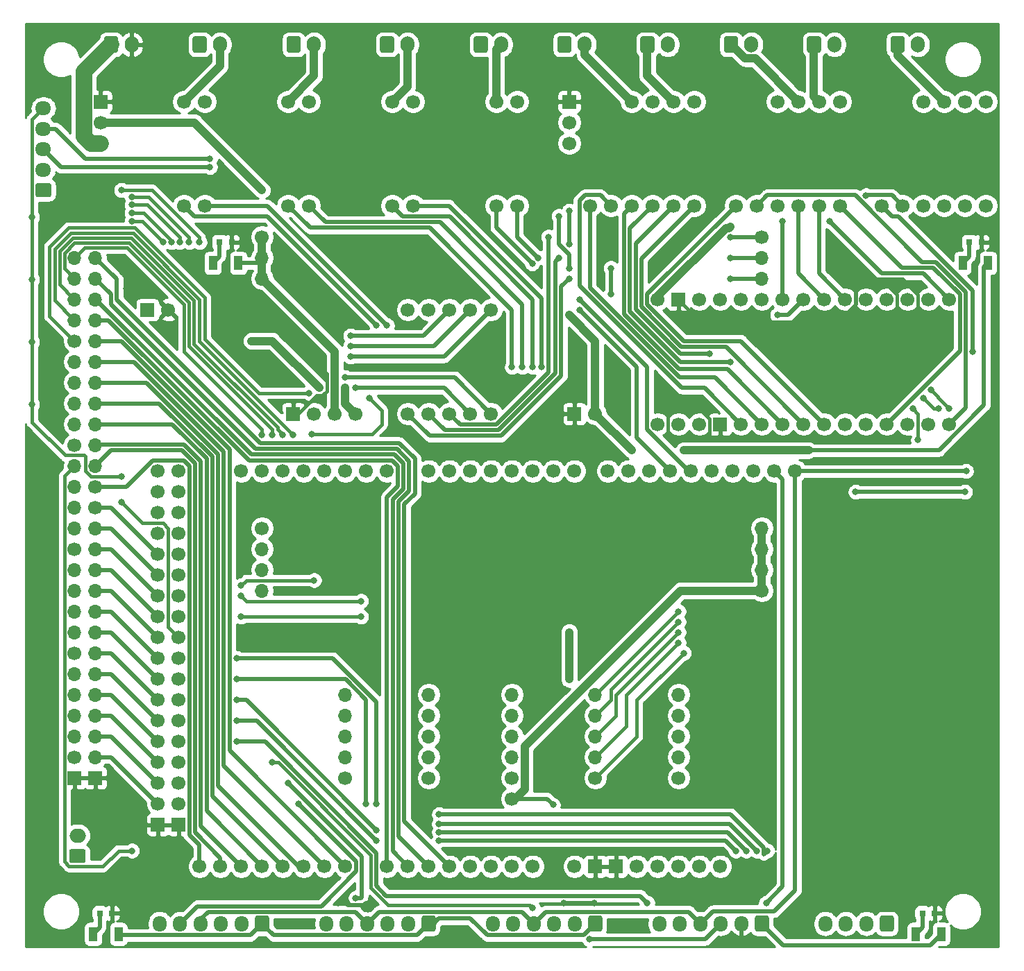
<source format=gtl>
%TF.GenerationSoftware,KiCad,Pcbnew,(5.1.8)-1*%
%TF.CreationDate,2021-03-06T21:25:47+09:00*%
%TF.ProjectId,main bord,6d61696e-2062-46f7-9264-2e6b69636164,rev?*%
%TF.SameCoordinates,PXe4e1c0PY7b06240*%
%TF.FileFunction,Copper,L1,Top*%
%TF.FilePolarity,Positive*%
%FSLAX46Y46*%
G04 Gerber Fmt 4.6, Leading zero omitted, Abs format (unit mm)*
G04 Created by KiCad (PCBNEW (5.1.8)-1) date 2021-03-06 21:25:47*
%MOMM*%
%LPD*%
G01*
G04 APERTURE LIST*
%TA.AperFunction,ComponentPad*%
%ADD10R,1.700000X1.700000*%
%TD*%
%TA.AperFunction,ComponentPad*%
%ADD11C,1.700000*%
%TD*%
%TA.AperFunction,ComponentPad*%
%ADD12O,1.700000X1.700000*%
%TD*%
%TA.AperFunction,ComponentPad*%
%ADD13O,1.700000X2.000000*%
%TD*%
%TA.AperFunction,ComponentPad*%
%ADD14O,1.950000X1.700000*%
%TD*%
%TA.AperFunction,ComponentPad*%
%ADD15O,1.700000X1.950000*%
%TD*%
%TA.AperFunction,ComponentPad*%
%ADD16O,2.000000X1.700000*%
%TD*%
%TA.AperFunction,SMDPad,CuDef*%
%ADD17R,0.800000X0.800000*%
%TD*%
%TA.AperFunction,SMDPad,CuDef*%
%ADD18R,1.050000X1.800000*%
%TD*%
%TA.AperFunction,ViaPad*%
%ADD19C,0.800000*%
%TD*%
%TA.AperFunction,Conductor*%
%ADD20C,1.000000*%
%TD*%
%TA.AperFunction,Conductor*%
%ADD21C,0.500000*%
%TD*%
%TA.AperFunction,Conductor*%
%ADD22C,0.400000*%
%TD*%
%TA.AperFunction,Conductor*%
%ADD23C,2.000000*%
%TD*%
%TA.AperFunction,Conductor*%
%ADD24C,0.254000*%
%TD*%
%TA.AperFunction,Conductor*%
%ADD25C,0.100000*%
%TD*%
G04 APERTURE END LIST*
D10*
%TO.P,U3,21*%
%TO.N,GND*%
X66985000Y103830000D03*
D11*
%TO.P,U3,1*%
%TO.N,+7.5V*%
X66985000Y98750000D03*
%TO.P,U3,2*%
%TO.N,+5V*%
X66985000Y101290000D03*
%TO.P,U3,3*%
%TO.N,Net-(U2-Pad6)*%
X69525000Y91130000D03*
%TO.P,U3,4*%
%TO.N,Net-(U2-Pad5)*%
X72065000Y91130000D03*
%TO.P,U3,5*%
%TO.N,Net-(U2-Pad7)*%
X74605000Y91130000D03*
%TO.P,U3,6*%
%TO.N,Net-(U2-Pad8)*%
X82225000Y91130000D03*
%TO.P,U3,7*%
%TO.N,Net-(U2-Pad10)*%
X79685000Y91130000D03*
%TO.P,U3,8*%
%TO.N,Net-(U2-Pad11)*%
X77145000Y91130000D03*
%TO.P,U3,9*%
%TO.N,Net-(U2-Pad9)*%
X87305000Y91130000D03*
%TO.P,U3,10*%
%TO.N,Net-(U2-Pad15)*%
X89845000Y91130000D03*
%TO.P,U3,11*%
%TO.N,Net-(U2-Pad30)*%
X92385000Y91130000D03*
%TO.P,U3,12*%
%TO.N,Net-(U2-Pad12)*%
X100005000Y91130000D03*
%TO.P,U3,13*%
%TO.N,Net-(U2-Pad25)*%
X97465000Y91130000D03*
%TO.P,U3,14*%
%TO.N,Net-(U2-Pad24)*%
X94925000Y91130000D03*
%TO.P,U3,15*%
%TO.N,Net-(U2-Pad13)*%
X105085000Y91130000D03*
%TO.P,U3,16*%
%TO.N,Net-(U2-Pad21)*%
X107625000Y91130000D03*
%TO.P,U3,17*%
%TO.N,Net-(U2-Pad20)*%
X110165000Y91130000D03*
%TO.P,U3,18*%
%TO.N,N/C*%
X117785000Y91130000D03*
%TO.P,U3,19*%
X115245000Y91130000D03*
%TO.P,U3,20*%
X112705000Y91130000D03*
%TO.P,U3,22*%
%TO.N,Net-(J1-Pad2)*%
X74605000Y103830000D03*
%TO.P,U3,23*%
%TO.N,Net-(J1-Pad1)*%
X77145000Y103830000D03*
%TO.P,U3,24*%
%TO.N,Net-(J2-Pad2)*%
X82225000Y103830000D03*
%TO.P,U3,25*%
%TO.N,Net-(J2-Pad1)*%
X79685000Y103830000D03*
%TO.P,U3,26*%
%TO.N,Net-(J3-Pad2)*%
X92385000Y103830000D03*
%TO.P,U3,27*%
%TO.N,Net-(J3-Pad1)*%
X94925000Y103830000D03*
%TO.P,U3,28*%
%TO.N,Net-(J4-Pad2)*%
X100005000Y103830000D03*
%TO.P,U3,29*%
%TO.N,Net-(J4-Pad1)*%
X97465000Y103830000D03*
%TO.P,U3,30*%
%TO.N,Net-(J5-Pad2)*%
X110165000Y103830000D03*
%TO.P,U3,31*%
%TO.N,Net-(J5-Pad1)*%
X112705000Y103830000D03*
%TO.P,U3,32*%
%TO.N,N/C*%
X117785000Y103830000D03*
%TO.P,U3,33*%
X115245000Y103830000D03*
%TD*%
%TO.P,J12,1*%
%TO.N,Net-(J12-Pad1)*%
X90480000Y87320000D03*
D12*
%TO.P,J12,2*%
%TO.N,Net-(J12-Pad2)*%
X90480000Y84780000D03*
%TO.P,J12,3*%
%TO.N,Net-(J12-Pad3)*%
X90480000Y82240000D03*
%TD*%
%TO.P,J10,3*%
%TO.N,+5V*%
X29520000Y82240000D03*
%TO.P,J10,2*%
X29520000Y84780000D03*
D11*
%TO.P,J10,1*%
X29520000Y87320000D03*
%TD*%
D12*
%TO.P,J11,4*%
%TO.N,+5V*%
X90480000Y51760000D03*
%TO.P,J11,3*%
X90480000Y49220000D03*
%TO.P,J11,2*%
X90480000Y46680000D03*
D11*
%TO.P,J11,1*%
X90480000Y44140000D03*
%TD*%
%TO.P,J13,1*%
%TO.N,Net-(J13-Pad1)*%
X29520000Y51760000D03*
D12*
%TO.P,J13,2*%
X29520000Y49220000D03*
%TO.P,J13,3*%
%TO.N,Net-(J13-Pad3)*%
X29520000Y46680000D03*
%TO.P,J13,4*%
X29520000Y44140000D03*
%TD*%
%TO.P,J37,5*%
%TO.N,Net-(J37-Pad5)*%
X80320000Y31440000D03*
%TO.P,J37,4*%
%TO.N,Net-(J37-Pad4)*%
X80320000Y28900000D03*
%TO.P,J37,3*%
%TO.N,Net-(J37-Pad3)*%
X80320000Y26360000D03*
%TO.P,J37,2*%
%TO.N,Net-(J37-Pad2)*%
X80320000Y23820000D03*
D11*
%TO.P,J37,1*%
%TO.N,Net-(J37-Pad1)*%
X80320000Y21280000D03*
%TD*%
%TO.P,J36,1*%
%TO.N,Net-(J36-Pad1)*%
X70160000Y21280000D03*
D12*
%TO.P,J36,2*%
%TO.N,Net-(J36-Pad2)*%
X70160000Y23820000D03*
%TO.P,J36,3*%
%TO.N,Net-(J36-Pad3)*%
X70160000Y26360000D03*
%TO.P,J36,4*%
%TO.N,Net-(J36-Pad4)*%
X70160000Y28900000D03*
%TO.P,J36,5*%
%TO.N,Net-(J36-Pad5)*%
X70160000Y31440000D03*
%TD*%
D11*
%TO.P,J15,1*%
%TO.N,+5V*%
X60000000Y18740000D03*
%TD*%
D12*
%TO.P,J32,5*%
%TO.N,Net-(J32-Pad5)*%
X60000000Y31440000D03*
%TO.P,J32,4*%
%TO.N,Net-(J32-Pad4)*%
X60000000Y28900000D03*
%TO.P,J32,3*%
%TO.N,Net-(J32-Pad3)*%
X60000000Y26360000D03*
%TO.P,J32,2*%
%TO.N,Net-(J32-Pad2)*%
X60000000Y23820000D03*
D11*
%TO.P,J32,1*%
%TO.N,Net-(J32-Pad1)*%
X60000000Y21280000D03*
%TD*%
%TO.P,J31,1*%
%TO.N,Net-(J31-Pad1)*%
X49840000Y21280000D03*
D12*
%TO.P,J31,2*%
%TO.N,Net-(J31-Pad2)*%
X49840000Y23820000D03*
%TO.P,J31,3*%
%TO.N,Net-(J31-Pad3)*%
X49840000Y26360000D03*
%TO.P,J31,4*%
%TO.N,Net-(J31-Pad4)*%
X49840000Y28900000D03*
%TO.P,J31,5*%
%TO.N,Net-(J31-Pad5)*%
X49840000Y31440000D03*
%TD*%
D11*
%TO.P,J30,1*%
%TO.N,Net-(J30-Pad1)*%
X39680000Y21280000D03*
D12*
%TO.P,J30,2*%
%TO.N,Net-(J30-Pad2)*%
X39680000Y23820000D03*
%TO.P,J30,3*%
%TO.N,Net-(J30-Pad3)*%
X39680000Y26360000D03*
%TO.P,J30,4*%
%TO.N,Net-(J30-Pad4)*%
X39680000Y28900000D03*
%TO.P,J30,5*%
%TO.N,Net-(J30-Pad5)*%
X39680000Y31440000D03*
%TD*%
D11*
%TO.P,J16,1*%
%TO.N,Net-(J16-Pad1)*%
X9200000Y56840000D03*
D12*
%TO.P,J16,2*%
%TO.N,Net-(J16-Pad2)*%
X9200000Y59380000D03*
%TO.P,J16,3*%
%TO.N,Net-(J16-Pad3)*%
X9200000Y61920000D03*
%TO.P,J16,4*%
%TO.N,Net-(J16-Pad4)*%
X9200000Y64460000D03*
%TO.P,J16,5*%
%TO.N,Net-(J16-Pad5)*%
X9200000Y67000000D03*
%TO.P,J16,6*%
%TO.N,Net-(J16-Pad6)*%
X9200000Y69540000D03*
%TO.P,J16,7*%
%TO.N,Net-(J16-Pad7)*%
X9200000Y72080000D03*
%TO.P,J16,8*%
%TO.N,Net-(J16-Pad8)*%
X9200000Y74620000D03*
%TO.P,J16,9*%
%TO.N,Net-(J16-Pad9)*%
X9200000Y77160000D03*
%TO.P,J16,10*%
%TO.N,Net-(J16-Pad10)*%
X9200000Y79700000D03*
%TO.P,J16,11*%
%TO.N,Net-(J16-Pad11)*%
X9200000Y82240000D03*
%TO.P,J16,12*%
%TO.N,Net-(J16-Pad12)*%
X9200000Y84780000D03*
%TD*%
%TO.P,J35,5*%
%TO.N,Net-(J32-Pad5)*%
X6660000Y59380000D03*
%TO.P,J35,4*%
%TO.N,Net-(J32-Pad4)*%
X6660000Y56840000D03*
%TO.P,J35,3*%
%TO.N,Net-(J32-Pad3)*%
X6660000Y54300000D03*
%TO.P,J35,2*%
%TO.N,Net-(J32-Pad2)*%
X6660000Y51760000D03*
D11*
%TO.P,J35,1*%
%TO.N,Net-(J32-Pad1)*%
X6660000Y49220000D03*
%TD*%
%TO.P,J34,1*%
%TO.N,Net-(J31-Pad1)*%
X6660000Y36520000D03*
D12*
%TO.P,J34,2*%
%TO.N,Net-(J31-Pad2)*%
X6660000Y39060000D03*
%TO.P,J34,3*%
%TO.N,Net-(J31-Pad3)*%
X6660000Y41600000D03*
%TO.P,J34,4*%
%TO.N,Net-(J31-Pad4)*%
X6660000Y44140000D03*
%TO.P,J34,5*%
%TO.N,Net-(J31-Pad5)*%
X6660000Y46680000D03*
%TD*%
D11*
%TO.P,J20,1*%
%TO.N,Net-(J20-Pad1)*%
X9200000Y54300000D03*
D12*
%TO.P,J20,2*%
%TO.N,Net-(J20-Pad2)*%
X9200000Y51760000D03*
%TO.P,J20,3*%
%TO.N,Net-(J20-Pad3)*%
X9200000Y49220000D03*
%TO.P,J20,4*%
%TO.N,Net-(J20-Pad4)*%
X9200000Y46680000D03*
%TO.P,J20,5*%
%TO.N,Net-(J20-Pad5)*%
X9200000Y44140000D03*
%TO.P,J20,6*%
%TO.N,Net-(J20-Pad6)*%
X9200000Y41600000D03*
%TO.P,J20,7*%
%TO.N,Net-(J20-Pad7)*%
X9200000Y39060000D03*
%TO.P,J20,8*%
%TO.N,Net-(J20-Pad8)*%
X9200000Y36520000D03*
%TO.P,J20,9*%
%TO.N,Net-(J20-Pad9)*%
X9200000Y33980000D03*
%TO.P,J20,10*%
%TO.N,Net-(J20-Pad10)*%
X9200000Y31440000D03*
%TO.P,J20,11*%
%TO.N,Net-(J20-Pad11)*%
X9200000Y28900000D03*
%TO.P,J20,12*%
%TO.N,Net-(J20-Pad12)*%
X9200000Y26360000D03*
%TO.P,J20,13*%
%TO.N,Net-(J20-Pad13)*%
X9200000Y23820000D03*
%TD*%
D11*
%TO.P,J33,1*%
%TO.N,Net-(J30-Pad1)*%
X6660000Y23820000D03*
D12*
%TO.P,J33,2*%
%TO.N,Net-(J30-Pad2)*%
X6660000Y26360000D03*
%TO.P,J33,3*%
%TO.N,Net-(J30-Pad3)*%
X6660000Y28900000D03*
%TO.P,J33,4*%
%TO.N,Net-(J30-Pad4)*%
X6660000Y31440000D03*
%TO.P,J33,5*%
%TO.N,Net-(J30-Pad5)*%
X6660000Y33980000D03*
%TD*%
D10*
%TO.P,J18,1*%
%TO.N,GND*%
X6660000Y21280000D03*
%TO.P,J18,2*%
X9200000Y21280000D03*
%TD*%
D11*
%TO.P,J38,1*%
%TO.N,Net-(J36-Pad1)*%
X6660000Y61920000D03*
D12*
%TO.P,J38,2*%
%TO.N,Net-(J36-Pad2)*%
X6660000Y64460000D03*
%TO.P,J38,3*%
%TO.N,Net-(J36-Pad3)*%
X6660000Y67000000D03*
%TO.P,J38,4*%
%TO.N,Net-(J36-Pad4)*%
X6660000Y69540000D03*
%TO.P,J38,5*%
%TO.N,Net-(J36-Pad5)*%
X6660000Y72080000D03*
%TD*%
%TO.P,J39,5*%
%TO.N,Net-(J37-Pad5)*%
X6660000Y84780000D03*
%TO.P,J39,4*%
%TO.N,Net-(J37-Pad4)*%
X6660000Y82240000D03*
%TO.P,J39,3*%
%TO.N,Net-(J37-Pad3)*%
X6660000Y79700000D03*
%TO.P,J39,2*%
%TO.N,Net-(J37-Pad2)*%
X6660000Y77160000D03*
D11*
%TO.P,J39,1*%
%TO.N,Net-(J37-Pad1)*%
X6660000Y74620000D03*
%TD*%
%TO.P,U2,1*%
%TO.N,N/C*%
X77780000Y64460000D03*
%TO.P,U2,2*%
X80320000Y64460000D03*
%TO.P,U2,3*%
X82860000Y64460000D03*
D10*
%TO.P,U2,4*%
%TO.N,GND*%
X85400000Y64460000D03*
D11*
%TO.P,U2,5*%
%TO.N,Net-(U2-Pad5)*%
X87940000Y64460000D03*
%TO.P,U2,6*%
%TO.N,Net-(U2-Pad6)*%
X90480000Y64460000D03*
%TO.P,U2,7*%
%TO.N,Net-(U2-Pad7)*%
X93020000Y64460000D03*
%TO.P,U2,8*%
%TO.N,Net-(U2-Pad8)*%
X95560000Y64460000D03*
%TO.P,U2,9*%
%TO.N,Net-(U2-Pad9)*%
X98100000Y64460000D03*
%TO.P,U2,10*%
%TO.N,Net-(U2-Pad10)*%
X100640000Y64460000D03*
%TO.P,U2,11*%
%TO.N,Net-(U2-Pad11)*%
X103180000Y64460000D03*
%TO.P,U2,12*%
%TO.N,Net-(U2-Pad12)*%
X105720000Y64460000D03*
%TO.P,U2,13*%
%TO.N,Net-(U2-Pad13)*%
X108260000Y64460000D03*
%TO.P,U2,14*%
%TO.N,N/C*%
X110800000Y64460000D03*
%TO.P,U2,15*%
%TO.N,Net-(U2-Pad15)*%
X113340000Y64460000D03*
%TO.P,U2,16*%
%TO.N,+7.5V*%
X77780000Y79700000D03*
D10*
%TO.P,U2,17*%
%TO.N,GND*%
X80320000Y79700000D03*
D11*
%TO.P,U2,18*%
%TO.N,N/C*%
X82860000Y79700000D03*
%TO.P,U2,19*%
X85400000Y79700000D03*
%TO.P,U2,20*%
%TO.N,Net-(U2-Pad20)*%
X87940000Y79700000D03*
%TO.P,U2,21*%
%TO.N,Net-(U2-Pad21)*%
X90480000Y79700000D03*
%TO.P,U2,22*%
%TO.N,SCL*%
X93020000Y79700000D03*
%TO.P,U2,23*%
%TO.N,SDA*%
X95560000Y79700000D03*
%TO.P,U2,24*%
%TO.N,Net-(U2-Pad24)*%
X98100000Y79700000D03*
%TO.P,U2,25*%
%TO.N,Net-(U2-Pad25)*%
X100640000Y79700000D03*
%TO.P,U2,26*%
%TO.N,N/C*%
X103180000Y79700000D03*
%TO.P,U2,27*%
X105720000Y79700000D03*
%TO.P,U2,28*%
X108260000Y79700000D03*
%TO.P,U2,29*%
X110800000Y79700000D03*
%TO.P,U2,30*%
%TO.N,Net-(U2-Pad30)*%
X113340000Y79700000D03*
%TD*%
%TO.P,U6,1*%
%TO.N,SCL*%
X94544000Y58745000D03*
%TO.P,U6,2*%
%TO.N,SDA*%
X92004000Y58745000D03*
%TO.P,U6,3*%
%TO.N,N/C*%
X89464000Y58745000D03*
%TO.P,U6,4*%
X86924000Y58745000D03*
%TO.P,U6,5*%
X84384000Y58745000D03*
%TO.P,U6,6*%
%TO.N,Net-(U4-Pad10)*%
X81844000Y58745000D03*
%TO.P,U6,7*%
%TO.N,Net-(U4-Pad9)*%
X79304000Y58745000D03*
%TO.P,U6,8*%
%TO.N,N/C*%
X76764000Y58745000D03*
%TO.P,U6,9*%
X74224000Y58745000D03*
%TO.P,U6,10*%
%TO.N,Net-(U4-Pad8)*%
X71684000Y58745000D03*
%TO.P,U6,11*%
%TO.N,Net-(U4-Pad7)*%
X67620000Y58745000D03*
%TO.P,U6,12*%
%TO.N,Net-(U4-Pad6)*%
X65080000Y58745000D03*
%TO.P,U6,13*%
%TO.N,Net-(U4-Pad5)*%
X62540000Y58745000D03*
%TO.P,U6,14*%
%TO.N,N/C*%
X60000000Y58745000D03*
%TO.P,U6,15*%
%TO.N,Net-(U4-Pad4)*%
X57460000Y58745000D03*
%TO.P,U6,16*%
%TO.N,Net-(U4-Pad3)*%
X54920000Y58745000D03*
%TO.P,U6,17*%
%TO.N,N/C*%
X52380000Y58745000D03*
%TO.P,U6,18*%
X49840000Y58745000D03*
%TO.P,U6,19*%
X44760000Y58745000D03*
%TO.P,U6,20*%
X42220000Y58745000D03*
%TO.P,U6,21*%
X39680000Y58745000D03*
%TO.P,U6,22*%
X37140000Y58745000D03*
%TO.P,U6,23*%
X34600000Y58745000D03*
%TO.P,U6,24*%
X32060000Y58745000D03*
%TO.P,U6,25*%
X29520000Y58745000D03*
%TO.P,U6,26*%
X26980000Y58745000D03*
%TO.P,U6,27*%
X19360000Y58745000D03*
%TO.P,U6,28*%
X16820000Y58745000D03*
%TO.P,U6,29*%
%TO.N,Net-(U5-Pad2)*%
X19360000Y56205000D03*
%TO.P,U6,30*%
%TO.N,N/C*%
X16820000Y56205000D03*
%TO.P,U6,31*%
%TO.N,Net-(U5-Pad3)*%
X19360000Y53665000D03*
%TO.P,U6,32*%
%TO.N,N/C*%
X16820000Y53665000D03*
%TO.P,U6,33*%
%TO.N,Net-(U5-Pad4)*%
X19360000Y51125000D03*
%TO.P,U6,34*%
%TO.N,N/C*%
X16820000Y51125000D03*
%TO.P,U6,35*%
%TO.N,Net-(U5-Pad5)*%
X19360000Y48585000D03*
%TO.P,U6,36*%
%TO.N,Net-(J20-Pad1)*%
X16820000Y48585000D03*
%TO.P,U6,37*%
%TO.N,Net-(U5-Pad6)*%
X19360000Y46045000D03*
%TO.P,U6,38*%
%TO.N,Net-(J20-Pad2)*%
X16820000Y46045000D03*
%TO.P,U6,39*%
%TO.N,Net-(J21-Pad1)*%
X19360000Y43505000D03*
%TO.P,U6,40*%
%TO.N,Net-(J20-Pad3)*%
X16820000Y43505000D03*
%TO.P,U6,41*%
%TO.N,Net-(J21-Pad2)*%
X19360000Y40965000D03*
%TO.P,U6,42*%
%TO.N,Net-(J20-Pad4)*%
X16820000Y40965000D03*
%TO.P,U6,43*%
%TO.N,Net-(J14-Pad5)*%
X19360000Y38425000D03*
%TO.P,U6,44*%
%TO.N,Net-(J20-Pad5)*%
X16820000Y38425000D03*
%TO.P,U6,45*%
%TO.N,Net-(J19-Pad1)*%
X19360000Y35885000D03*
%TO.P,U6,46*%
%TO.N,Net-(J20-Pad6)*%
X16820000Y35885000D03*
%TO.P,U6,47*%
%TO.N,Net-(J19-Pad2)*%
X19360000Y33345000D03*
%TO.P,U6,48*%
%TO.N,Net-(J20-Pad7)*%
X16820000Y33345000D03*
%TO.P,U6,49*%
%TO.N,Net-(J19-Pad3)*%
X19360000Y30805000D03*
%TO.P,U6,50*%
%TO.N,Net-(J20-Pad8)*%
X16820000Y30805000D03*
%TO.P,U6,51*%
%TO.N,Net-(J19-Pad4)*%
X19360000Y28265000D03*
%TO.P,U6,52*%
%TO.N,Net-(J20-Pad9)*%
X16820000Y28265000D03*
%TO.P,U6,53*%
%TO.N,Net-(J28-Pad5)*%
X19360000Y25725000D03*
%TO.P,U6,54*%
%TO.N,Net-(J20-Pad10)*%
X16820000Y25725000D03*
%TO.P,U6,55*%
%TO.N,Net-(J25-Pad5)*%
X19360000Y23185000D03*
%TO.P,U6,56*%
%TO.N,Net-(J20-Pad11)*%
X16820000Y23185000D03*
%TO.P,U6,57*%
%TO.N,Net-(J23-Pad5)*%
X19360000Y20645000D03*
%TO.P,U6,58*%
%TO.N,Net-(J20-Pad12)*%
X16820000Y20645000D03*
%TO.P,U6,59*%
%TO.N,Net-(J22-Pad5)*%
X19360000Y18105000D03*
%TO.P,U6,60*%
%TO.N,Net-(J20-Pad13)*%
X16820000Y18105000D03*
D10*
%TO.P,U6,61*%
%TO.N,GND*%
X19360000Y15565000D03*
%TO.P,U6,62*%
X16820000Y15565000D03*
D11*
%TO.P,U6,63*%
%TO.N,Net-(J16-Pad1)*%
X21900000Y10485000D03*
%TO.P,U6,64*%
%TO.N,Net-(J16-Pad2)*%
X24440000Y10485000D03*
%TO.P,U6,65*%
%TO.N,Net-(J16-Pad3)*%
X26980000Y10485000D03*
%TO.P,U6,66*%
%TO.N,Net-(J16-Pad4)*%
X29520000Y10485000D03*
%TO.P,U6,67*%
%TO.N,Net-(J16-Pad5)*%
X32060000Y10485000D03*
%TO.P,U6,68*%
%TO.N,Net-(J16-Pad6)*%
X34600000Y10485000D03*
%TO.P,U6,69*%
%TO.N,Net-(J16-Pad7)*%
X37140000Y10485000D03*
%TO.P,U6,70*%
%TO.N,Net-(J16-Pad8)*%
X39680000Y10485000D03*
%TO.P,U6,71*%
%TO.N,Net-(J16-Pad9)*%
X44760000Y10485000D03*
%TO.P,U6,72*%
%TO.N,Net-(J16-Pad10)*%
X47300000Y10485000D03*
%TO.P,U6,73*%
%TO.N,Net-(J16-Pad11)*%
X49840000Y10485000D03*
%TO.P,U6,74*%
%TO.N,Net-(J16-Pad12)*%
X52380000Y10485000D03*
%TO.P,U6,75*%
%TO.N,N/C*%
X54920000Y10485000D03*
%TO.P,U6,76*%
X57460000Y10485000D03*
%TO.P,U6,77*%
X60000000Y10485000D03*
%TO.P,U6,78*%
X62540000Y10485000D03*
%TO.P,U6,79*%
%TO.N,+7.5V*%
X67620000Y10485000D03*
D10*
%TO.P,U6,80*%
%TO.N,GND*%
X70160000Y10485000D03*
%TO.P,U6,81*%
X72700000Y10485000D03*
D11*
%TO.P,U6,82*%
%TO.N,N/C*%
X75240000Y10485000D03*
%TO.P,U6,83*%
X77780000Y10485000D03*
%TO.P,U6,84*%
X80320000Y10485000D03*
%TO.P,U6,85*%
X82860000Y10485000D03*
%TO.P,U6,86*%
X85400000Y10485000D03*
%TD*%
%TO.P,J1,1*%
%TO.N,Net-(J1-Pad1)*%
%TA.AperFunction,ComponentPad*%
G36*
G01*
X65540000Y110065000D02*
X65540000Y111565000D01*
G75*
G02*
X65790000Y111815000I250000J0D01*
G01*
X66990000Y111815000D01*
G75*
G02*
X67240000Y111565000I0J-250000D01*
G01*
X67240000Y110065000D01*
G75*
G02*
X66990000Y109815000I-250000J0D01*
G01*
X65790000Y109815000D01*
G75*
G02*
X65540000Y110065000I0J250000D01*
G01*
G37*
%TD.AperFunction*%
D13*
%TO.P,J1,2*%
%TO.N,Net-(J1-Pad2)*%
X68890000Y110815000D03*
%TD*%
%TO.P,J2,2*%
%TO.N,Net-(J2-Pad2)*%
X79010000Y110815000D03*
%TO.P,J2,1*%
%TO.N,Net-(J2-Pad1)*%
%TA.AperFunction,ComponentPad*%
G36*
G01*
X75660000Y110065000D02*
X75660000Y111565000D01*
G75*
G02*
X75910000Y111815000I250000J0D01*
G01*
X77110000Y111815000D01*
G75*
G02*
X77360000Y111565000I0J-250000D01*
G01*
X77360000Y110065000D01*
G75*
G02*
X77110000Y109815000I-250000J0D01*
G01*
X75910000Y109815000D01*
G75*
G02*
X75660000Y110065000I0J250000D01*
G01*
G37*
%TD.AperFunction*%
%TD*%
%TO.P,J3,1*%
%TO.N,Net-(J3-Pad1)*%
%TA.AperFunction,ComponentPad*%
G36*
G01*
X85860000Y110065000D02*
X85860000Y111565000D01*
G75*
G02*
X86110000Y111815000I250000J0D01*
G01*
X87310000Y111815000D01*
G75*
G02*
X87560000Y111565000I0J-250000D01*
G01*
X87560000Y110065000D01*
G75*
G02*
X87310000Y109815000I-250000J0D01*
G01*
X86110000Y109815000D01*
G75*
G02*
X85860000Y110065000I0J250000D01*
G01*
G37*
%TD.AperFunction*%
%TO.P,J3,2*%
%TO.N,Net-(J3-Pad2)*%
X89210000Y110815000D03*
%TD*%
%TO.P,J4,2*%
%TO.N,Net-(J4-Pad2)*%
X99330000Y110815000D03*
%TO.P,J4,1*%
%TO.N,Net-(J4-Pad1)*%
%TA.AperFunction,ComponentPad*%
G36*
G01*
X95980000Y110065000D02*
X95980000Y111565000D01*
G75*
G02*
X96230000Y111815000I250000J0D01*
G01*
X97430000Y111815000D01*
G75*
G02*
X97680000Y111565000I0J-250000D01*
G01*
X97680000Y110065000D01*
G75*
G02*
X97430000Y109815000I-250000J0D01*
G01*
X96230000Y109815000D01*
G75*
G02*
X95980000Y110065000I0J250000D01*
G01*
G37*
%TD.AperFunction*%
%TD*%
%TO.P,J5,2*%
%TO.N,Net-(J5-Pad2)*%
X109530000Y110815000D03*
%TO.P,J5,1*%
%TO.N,Net-(J5-Pad1)*%
%TA.AperFunction,ComponentPad*%
G36*
G01*
X106180000Y110065000D02*
X106180000Y111565000D01*
G75*
G02*
X106430000Y111815000I250000J0D01*
G01*
X107630000Y111815000D01*
G75*
G02*
X107880000Y111565000I0J-250000D01*
G01*
X107880000Y110065000D01*
G75*
G02*
X107630000Y109815000I-250000J0D01*
G01*
X106430000Y109815000D01*
G75*
G02*
X106180000Y110065000I0J250000D01*
G01*
G37*
%TD.AperFunction*%
%TD*%
%TO.P,J6,2*%
%TO.N,Net-(J6-Pad2)*%
X24400000Y110815000D03*
%TO.P,J6,1*%
%TO.N,Net-(J6-Pad1)*%
%TA.AperFunction,ComponentPad*%
G36*
G01*
X21050000Y110065000D02*
X21050000Y111565000D01*
G75*
G02*
X21300000Y111815000I250000J0D01*
G01*
X22500000Y111815000D01*
G75*
G02*
X22750000Y111565000I0J-250000D01*
G01*
X22750000Y110065000D01*
G75*
G02*
X22500000Y109815000I-250000J0D01*
G01*
X21300000Y109815000D01*
G75*
G02*
X21050000Y110065000I0J250000D01*
G01*
G37*
%TD.AperFunction*%
%TD*%
%TO.P,J7,1*%
%TO.N,Net-(J7-Pad1)*%
%TA.AperFunction,ComponentPad*%
G36*
G01*
X32520000Y110065000D02*
X32520000Y111565000D01*
G75*
G02*
X32770000Y111815000I250000J0D01*
G01*
X33970000Y111815000D01*
G75*
G02*
X34220000Y111565000I0J-250000D01*
G01*
X34220000Y110065000D01*
G75*
G02*
X33970000Y109815000I-250000J0D01*
G01*
X32770000Y109815000D01*
G75*
G02*
X32520000Y110065000I0J250000D01*
G01*
G37*
%TD.AperFunction*%
%TO.P,J7,2*%
%TO.N,Net-(J7-Pad2)*%
X35870000Y110815000D03*
%TD*%
%TO.P,J8,2*%
%TO.N,Net-(J8-Pad2)*%
X47260000Y110815000D03*
%TO.P,J8,1*%
%TO.N,Net-(J8-Pad1)*%
%TA.AperFunction,ComponentPad*%
G36*
G01*
X43910000Y110065000D02*
X43910000Y111565000D01*
G75*
G02*
X44160000Y111815000I250000J0D01*
G01*
X45360000Y111815000D01*
G75*
G02*
X45610000Y111565000I0J-250000D01*
G01*
X45610000Y110065000D01*
G75*
G02*
X45360000Y109815000I-250000J0D01*
G01*
X44160000Y109815000D01*
G75*
G02*
X43910000Y110065000I0J250000D01*
G01*
G37*
%TD.AperFunction*%
%TD*%
%TO.P,J9,1*%
%TO.N,Net-(J9-Pad1)*%
%TA.AperFunction,ComponentPad*%
G36*
G01*
X55340000Y110065000D02*
X55340000Y111565000D01*
G75*
G02*
X55590000Y111815000I250000J0D01*
G01*
X56790000Y111815000D01*
G75*
G02*
X57040000Y111565000I0J-250000D01*
G01*
X57040000Y110065000D01*
G75*
G02*
X56790000Y109815000I-250000J0D01*
G01*
X55590000Y109815000D01*
G75*
G02*
X55340000Y110065000I0J250000D01*
G01*
G37*
%TD.AperFunction*%
%TO.P,J9,2*%
%TO.N,Net-(J9-Pad2)*%
X58690000Y110815000D03*
%TD*%
%TO.P,J14,1*%
%TO.N,+5V*%
%TA.AperFunction,ComponentPad*%
G36*
G01*
X3575000Y92185000D02*
X2125000Y92185000D01*
G75*
G02*
X1875000Y92435000I0J250000D01*
G01*
X1875000Y93635000D01*
G75*
G02*
X2125000Y93885000I250000J0D01*
G01*
X3575000Y93885000D01*
G75*
G02*
X3825000Y93635000I0J-250000D01*
G01*
X3825000Y92435000D01*
G75*
G02*
X3575000Y92185000I-250000J0D01*
G01*
G37*
%TD.AperFunction*%
D14*
%TO.P,J14,2*%
%TO.N,GND*%
X2850000Y95535000D03*
%TO.P,J14,3*%
%TO.N,SDA*%
X2850000Y98035000D03*
%TO.P,J14,4*%
%TO.N,SCL*%
X2850000Y100535000D03*
%TO.P,J14,5*%
%TO.N,Net-(J14-Pad5)*%
X2850000Y103035000D03*
%TD*%
%TO.P,J17,1*%
%TO.N,+7.5V*%
%TA.AperFunction,ComponentPad*%
G36*
G01*
X10255000Y110065000D02*
X10255000Y111565000D01*
G75*
G02*
X10505000Y111815000I250000J0D01*
G01*
X11705000Y111815000D01*
G75*
G02*
X11955000Y111565000I0J-250000D01*
G01*
X11955000Y110065000D01*
G75*
G02*
X11705000Y109815000I-250000J0D01*
G01*
X10505000Y109815000D01*
G75*
G02*
X10255000Y110065000I0J250000D01*
G01*
G37*
%TD.AperFunction*%
D13*
%TO.P,J17,2*%
%TO.N,GND*%
X13605000Y110815000D03*
%TD*%
%TO.P,J19,1*%
%TO.N,Net-(J19-Pad1)*%
%TA.AperFunction,ComponentPad*%
G36*
G01*
X106570000Y4225000D02*
X106570000Y2775000D01*
G75*
G02*
X106320000Y2525000I-250000J0D01*
G01*
X105120000Y2525000D01*
G75*
G02*
X104870000Y2775000I0J250000D01*
G01*
X104870000Y4225000D01*
G75*
G02*
X105120000Y4475000I250000J0D01*
G01*
X106320000Y4475000D01*
G75*
G02*
X106570000Y4225000I0J-250000D01*
G01*
G37*
%TD.AperFunction*%
D15*
%TO.P,J19,2*%
%TO.N,Net-(J19-Pad2)*%
X103220000Y3500000D03*
%TO.P,J19,3*%
%TO.N,Net-(J19-Pad3)*%
X100720000Y3500000D03*
%TO.P,J19,4*%
%TO.N,Net-(J19-Pad4)*%
X98220000Y3500000D03*
%TD*%
%TO.P,J21,1*%
%TO.N,Net-(J21-Pad1)*%
%TA.AperFunction,ComponentPad*%
G36*
G01*
X7750000Y10905000D02*
X6250000Y10905000D01*
G75*
G02*
X6000000Y11155000I0J250000D01*
G01*
X6000000Y12355000D01*
G75*
G02*
X6250000Y12605000I250000J0D01*
G01*
X7750000Y12605000D01*
G75*
G02*
X8000000Y12355000I0J-250000D01*
G01*
X8000000Y11155000D01*
G75*
G02*
X7750000Y10905000I-250000J0D01*
G01*
G37*
%TD.AperFunction*%
D16*
%TO.P,J21,2*%
%TO.N,Net-(J21-Pad2)*%
X7000000Y14255000D03*
%TD*%
D15*
%TO.P,J22,6*%
%TO.N,N/C*%
X17020000Y3500000D03*
%TO.P,J22,5*%
%TO.N,Net-(J22-Pad5)*%
X19520000Y3500000D03*
%TO.P,J22,4*%
%TO.N,SCL*%
X22020000Y3500000D03*
%TO.P,J22,3*%
%TO.N,SDA*%
X24520000Y3500000D03*
%TO.P,J22,2*%
%TO.N,GND*%
X27020000Y3500000D03*
%TO.P,J22,1*%
%TO.N,+5V*%
%TA.AperFunction,ComponentPad*%
G36*
G01*
X30370000Y4225000D02*
X30370000Y2775000D01*
G75*
G02*
X30120000Y2525000I-250000J0D01*
G01*
X28920000Y2525000D01*
G75*
G02*
X28670000Y2775000I0J250000D01*
G01*
X28670000Y4225000D01*
G75*
G02*
X28920000Y4475000I250000J0D01*
G01*
X30120000Y4475000D01*
G75*
G02*
X30370000Y4225000I0J-250000D01*
G01*
G37*
%TD.AperFunction*%
%TD*%
%TO.P,J23,1*%
%TO.N,+5V*%
%TA.AperFunction,ComponentPad*%
G36*
G01*
X50690000Y4225000D02*
X50690000Y2775000D01*
G75*
G02*
X50440000Y2525000I-250000J0D01*
G01*
X49240000Y2525000D01*
G75*
G02*
X48990000Y2775000I0J250000D01*
G01*
X48990000Y4225000D01*
G75*
G02*
X49240000Y4475000I250000J0D01*
G01*
X50440000Y4475000D01*
G75*
G02*
X50690000Y4225000I0J-250000D01*
G01*
G37*
%TD.AperFunction*%
%TO.P,J23,2*%
%TO.N,GND*%
X47340000Y3500000D03*
%TO.P,J23,3*%
%TO.N,SDA*%
X44840000Y3500000D03*
%TO.P,J23,4*%
%TO.N,SCL*%
X42340000Y3500000D03*
%TO.P,J23,5*%
%TO.N,Net-(J23-Pad5)*%
X39840000Y3500000D03*
%TO.P,J23,6*%
%TO.N,N/C*%
X37340000Y3500000D03*
%TD*%
%TO.P,J25,6*%
%TO.N,N/C*%
X57660000Y3500000D03*
%TO.P,J25,5*%
%TO.N,Net-(J25-Pad5)*%
X60160000Y3500000D03*
%TO.P,J25,4*%
%TO.N,SCL*%
X62660000Y3500000D03*
%TO.P,J25,3*%
%TO.N,SDA*%
X65160000Y3500000D03*
%TO.P,J25,2*%
%TO.N,GND*%
X67660000Y3500000D03*
%TO.P,J25,1*%
%TO.N,+5V*%
%TA.AperFunction,ComponentPad*%
G36*
G01*
X71010000Y4225000D02*
X71010000Y2775000D01*
G75*
G02*
X70760000Y2525000I-250000J0D01*
G01*
X69560000Y2525000D01*
G75*
G02*
X69310000Y2775000I0J250000D01*
G01*
X69310000Y4225000D01*
G75*
G02*
X69560000Y4475000I250000J0D01*
G01*
X70760000Y4475000D01*
G75*
G02*
X71010000Y4225000I0J-250000D01*
G01*
G37*
%TD.AperFunction*%
%TD*%
%TO.P,J28,1*%
%TO.N,+5V*%
%TA.AperFunction,ComponentPad*%
G36*
G01*
X91330000Y4225000D02*
X91330000Y2775000D01*
G75*
G02*
X91080000Y2525000I-250000J0D01*
G01*
X89880000Y2525000D01*
G75*
G02*
X89630000Y2775000I0J250000D01*
G01*
X89630000Y4225000D01*
G75*
G02*
X89880000Y4475000I250000J0D01*
G01*
X91080000Y4475000D01*
G75*
G02*
X91330000Y4225000I0J-250000D01*
G01*
G37*
%TD.AperFunction*%
%TO.P,J28,2*%
%TO.N,GND*%
X87980000Y3500000D03*
%TO.P,J28,3*%
%TO.N,SDA*%
X85480000Y3500000D03*
%TO.P,J28,4*%
%TO.N,SCL*%
X82980000Y3500000D03*
%TO.P,J28,5*%
%TO.N,Net-(J28-Pad5)*%
X80480000Y3500000D03*
%TO.P,J28,6*%
%TO.N,N/C*%
X77980000Y3500000D03*
%TD*%
D10*
%TO.P,U1,1*%
%TO.N,+7.5V*%
X15550000Y78430000D03*
D11*
%TO.P,U1,2*%
%TO.N,GND*%
X18090000Y78430000D03*
%TO.P,U1,3*%
%TO.N,+7.5V*%
X40950000Y65730000D03*
%TO.P,U1,4*%
%TO.N,+5V*%
X38410000Y65730000D03*
%TO.P,U1,5*%
%TO.N,N/C*%
X35870000Y65730000D03*
D10*
%TO.P,U1,6*%
%TO.N,GND*%
X33330000Y65730000D03*
%TD*%
D11*
%TO.P,U4,1*%
%TO.N,+7.5V*%
X9835000Y98750000D03*
%TO.P,U4,2*%
%TO.N,+5V*%
X9835000Y101290000D03*
%TO.P,U4,3*%
%TO.N,Net-(U4-Pad3)*%
X19995000Y91130000D03*
%TO.P,U4,4*%
%TO.N,Net-(U4-Pad4)*%
X22535000Y91130000D03*
%TO.P,U4,5*%
%TO.N,Net-(U4-Pad5)*%
X32695000Y91130000D03*
%TO.P,U4,6*%
%TO.N,Net-(U4-Pad6)*%
X35235000Y91130000D03*
%TO.P,U4,7*%
%TO.N,Net-(U4-Pad7)*%
X45395000Y91130000D03*
%TO.P,U4,8*%
%TO.N,Net-(U4-Pad8)*%
X47935000Y91130000D03*
%TO.P,U4,9*%
%TO.N,Net-(U4-Pad9)*%
X58095000Y91130000D03*
%TO.P,U4,10*%
%TO.N,Net-(U4-Pad10)*%
X60635000Y91130000D03*
D10*
%TO.P,U4,11*%
%TO.N,GND*%
X9835000Y103830000D03*
D11*
%TO.P,U4,12*%
%TO.N,Net-(J6-Pad2)*%
X19995000Y103830000D03*
%TO.P,U4,13*%
%TO.N,Net-(J6-Pad1)*%
X22535000Y103830000D03*
%TO.P,U4,14*%
%TO.N,Net-(J7-Pad2)*%
X32695000Y103830000D03*
%TO.P,U4,15*%
%TO.N,Net-(J7-Pad1)*%
X35235000Y103830000D03*
%TO.P,U4,16*%
%TO.N,Net-(J8-Pad2)*%
X45395000Y103830000D03*
%TO.P,U4,17*%
%TO.N,Net-(J8-Pad1)*%
X47935000Y103830000D03*
%TO.P,U4,18*%
%TO.N,Net-(J9-Pad2)*%
X58095000Y103830000D03*
%TO.P,U4,19*%
%TO.N,Net-(J9-Pad1)*%
X60635000Y103830000D03*
%TD*%
D10*
%TO.P,U5,7*%
%TO.N,GND*%
X67620000Y65730000D03*
D11*
%TO.P,U5,1*%
%TO.N,+5V*%
X70160000Y65730000D03*
%TO.P,U5,2*%
%TO.N,Net-(U5-Pad2)*%
X47300000Y78430000D03*
%TO.P,U5,3*%
%TO.N,Net-(U5-Pad3)*%
X49840000Y78430000D03*
%TO.P,U5,4*%
%TO.N,Net-(U5-Pad4)*%
X52380000Y78430000D03*
%TO.P,U5,5*%
%TO.N,Net-(U5-Pad5)*%
X54920000Y78430000D03*
%TO.P,U5,6*%
%TO.N,Net-(U5-Pad6)*%
X57460000Y78430000D03*
%TO.P,U5,8*%
%TO.N,Net-(J12-Pad3)*%
X47300000Y65730000D03*
%TO.P,U5,9*%
%TO.N,Net-(J12-Pad2)*%
X49840000Y65730000D03*
%TO.P,U5,10*%
%TO.N,Net-(J12-Pad1)*%
X52380000Y65730000D03*
%TO.P,U5,11*%
%TO.N,Net-(J13-Pad3)*%
X54920000Y65730000D03*
%TO.P,U5,12*%
%TO.N,Net-(J13-Pad1)*%
X57460000Y65730000D03*
%TD*%
D17*
%TO.P,LED1,2*%
%TO.N,GND*%
X25825000Y86685000D03*
%TO.P,LED1,1*%
%TO.N,Net-(LED1-Pad1)*%
X24325000Y86685000D03*
%TD*%
%TO.P,LED2,1*%
%TO.N,Net-(LED2-Pad1)*%
X9720000Y4770000D03*
%TO.P,LED2,2*%
%TO.N,GND*%
X11220000Y4770000D03*
%TD*%
%TO.P,LED3,2*%
%TO.N,GND*%
X111550000Y4770000D03*
%TO.P,LED3,1*%
%TO.N,Net-(LED3-Pad1)*%
X110050000Y4770000D03*
%TD*%
%TO.P,LED4,1*%
%TO.N,Net-(LED4-Pad1)*%
X115765000Y86685000D03*
%TO.P,LED4,2*%
%TO.N,GND*%
X117265000Y86685000D03*
%TD*%
D18*
%TO.P,R1,2*%
%TO.N,Net-(LED1-Pad1)*%
X23525000Y84145000D03*
%TO.P,R1,1*%
%TO.N,+5V*%
X26625000Y84145000D03*
%TD*%
%TO.P,R2,1*%
%TO.N,+5V*%
X12020000Y2230000D03*
%TO.P,R2,2*%
%TO.N,Net-(LED2-Pad1)*%
X8920000Y2230000D03*
%TD*%
%TO.P,R3,2*%
%TO.N,Net-(LED3-Pad1)*%
X109250000Y2230000D03*
%TO.P,R3,1*%
%TO.N,+5V*%
X112350000Y2230000D03*
%TD*%
%TO.P,R4,1*%
%TO.N,+5V*%
X118065000Y84145000D03*
%TO.P,R4,2*%
%TO.N,Net-(LED4-Pad1)*%
X114965000Y84145000D03*
%TD*%
D19*
%TO.N,Net-(J12-Pad1)*%
X64445000Y87320000D03*
X86670000Y87320000D03*
%TO.N,Net-(J12-Pad2)*%
X65715000Y84780000D03*
X86670000Y84780000D03*
%TO.N,Net-(J12-Pad3)*%
X66985000Y82240000D03*
X86670000Y82240000D03*
%TO.N,Net-(J13-Pad1)*%
X39680000Y70175000D03*
%TO.N,Net-(J13-Pad3)*%
X40950000Y68905000D03*
%TO.N,+5V*%
X96195000Y61285000D03*
X80955000Y61285000D03*
X74605000Y61285000D03*
X29520000Y93035000D03*
X66985000Y77795000D03*
X65000000Y18000000D03*
%TO.N,GND*%
X110000000Y74000000D03*
X72000000Y95000000D03*
X40000000Y93000000D03*
X28000000Y80000000D03*
X102000000Y83000000D03*
X68255000Y71445000D03*
X83495000Y7310000D03*
X73335000Y68905000D03*
X79685000Y67000000D03*
X56190000Y72715000D03*
X43490000Y84780000D03*
X18725000Y94305000D03*
X6025000Y92400000D03*
X12000000Y84000000D03*
X13000000Y81000000D03*
X96830000Y68905000D03*
X33330000Y84145000D03*
X71430000Y88590000D03*
X95000000Y95000000D03*
X103000000Y111000000D03*
X93000000Y111000000D03*
X83000000Y111000000D03*
X73000000Y111000000D03*
X62000000Y111000000D03*
X52000000Y111000000D03*
X40000000Y111000000D03*
X29000000Y111000000D03*
X18000000Y111000000D03*
X11105000Y13660000D03*
X1580000Y59380000D03*
X1580000Y51760000D03*
X1580000Y44140000D03*
X1580000Y36520000D03*
X1580000Y28900000D03*
X1580000Y21280000D03*
X1580000Y13660000D03*
X1580000Y6040000D03*
X118420000Y51760000D03*
X118420000Y44140000D03*
X118420000Y36520000D03*
X118420000Y28900000D03*
X118420000Y21280000D03*
X118420000Y13660000D03*
X118420000Y6040000D03*
X110800000Y51760000D03*
X110800000Y44140000D03*
X110800000Y36520000D03*
X110800000Y28900000D03*
X110800000Y21280000D03*
X110800000Y13660000D03*
X103180000Y13660000D03*
X103180000Y21280000D03*
X103180000Y28900000D03*
X103180000Y36520000D03*
X103180000Y44140000D03*
X103180000Y51760000D03*
X87940000Y21280000D03*
X87940000Y28900000D03*
X87940000Y51760000D03*
X80320000Y51760000D03*
X72700000Y51760000D03*
X65080000Y51760000D03*
X57460000Y51760000D03*
X49840000Y51760000D03*
X57460000Y44140000D03*
X65080000Y44140000D03*
X72700000Y44140000D03*
X42220000Y51760000D03*
X34600000Y51760000D03*
X34600000Y44140000D03*
X42220000Y44140000D03*
X57460000Y21280000D03*
X70000000Y6000000D03*
X90000000Y1000000D03*
X42474000Y5278000D03*
X38791000Y6040000D03*
X34600000Y3500000D03*
X75240000Y3500000D03*
X66350000Y6040000D03*
X63683000Y12390000D03*
%TO.N,SDA*%
X115245000Y56205000D03*
X101910000Y56205000D03*
X23170000Y95844997D03*
X65715000Y89860000D03*
X66985000Y83510000D03*
X72065000Y83510000D03*
X72065000Y80335000D03*
X92385000Y77795000D03*
X91000000Y6000000D03*
X69456828Y1594746D03*
%TO.N,SCL*%
X115390001Y58745000D03*
X23170000Y96845000D03*
X66985000Y90495000D03*
X66985000Y86470000D03*
X93020000Y89225000D03*
%TO.N,Net-(J14-Pad5)*%
X12375000Y58110000D03*
X12375000Y54935000D03*
X1474990Y66894990D03*
X1474990Y74514990D03*
X1474990Y82134990D03*
X1474990Y89754990D03*
%TO.N,+7.5V*%
X86670000Y88590000D03*
X28250000Y74620000D03*
X36505000Y68905000D03*
X39680000Y68905000D03*
X66985000Y39060000D03*
X66985000Y33345000D03*
%TO.N,Net-(J19-Pad1)*%
X91115000Y12390000D03*
X51110000Y16835000D03*
X43490000Y18105000D03*
X26410071Y35885000D03*
%TO.N,Net-(J19-Pad2)*%
X89845000Y12390000D03*
X51110000Y15660006D03*
X42220000Y18105000D03*
X26410071Y33345000D03*
%TO.N,Net-(J19-Pad3)*%
X88575000Y12390000D03*
X51110000Y14660003D03*
X43490000Y14930000D03*
X26410071Y30805000D03*
%TO.N,Net-(J19-Pad4)*%
X87305000Y12390000D03*
X51110000Y13660000D03*
X43490000Y13660000D03*
X26410071Y28265000D03*
%TO.N,Net-(J21-Pad1)*%
X41585000Y42870000D03*
X26980000Y43505000D03*
%TO.N,Net-(J21-Pad2)*%
X41585000Y40965000D03*
X26980000Y40965000D03*
%TO.N,Net-(J22-Pad5)*%
X33965000Y18105000D03*
%TO.N,Net-(J23-Pad5)*%
X32695000Y20645000D03*
X40950000Y6634971D03*
%TO.N,Net-(J25-Pad5)*%
X30790000Y23185000D03*
X62540000Y5405000D03*
%TO.N,Net-(J28-Pad5)*%
X76510000Y6040000D03*
X26410071Y25725000D03*
%TO.N,Net-(J31-Pad5)*%
X35870000Y45410000D03*
X26980000Y44775000D03*
%TO.N,Net-(J32-Pad5)*%
X13645000Y12390000D03*
%TO.N,Net-(J36-Pad1)*%
X80955000Y36520000D03*
X113340000Y66365000D03*
X111083541Y68621459D03*
X21900000Y86685000D03*
X12375000Y93035000D03*
%TO.N,Net-(J36-Pad2)*%
X80320000Y37790000D03*
X112070000Y66365000D03*
X110165000Y67635000D03*
X20630000Y86685000D03*
X13645000Y92230048D03*
%TO.N,Net-(J36-Pad3)*%
X80320000Y39060000D03*
X109530000Y62555000D03*
X108895000Y66365000D03*
X19455006Y86685000D03*
X13645000Y91230045D03*
%TO.N,Net-(J36-Pad4)*%
X80320000Y40330000D03*
X18455003Y86685000D03*
X13645000Y90230042D03*
%TO.N,Net-(J36-Pad5)*%
X80320000Y41600000D03*
X17455000Y86685000D03*
X13645000Y89230039D03*
%TO.N,Net-(J37-Pad5)*%
X29520000Y63190000D03*
%TO.N,Net-(J37-Pad4)*%
X30790000Y63190000D03*
%TO.N,Net-(J37-Pad3)*%
X32060000Y63190000D03*
%TO.N,Net-(J37-Pad2)*%
X33330000Y63190000D03*
%TO.N,Net-(J37-Pad1)*%
X35596112Y63270262D03*
X42640000Y67635000D03*
X35235000Y68270000D03*
%TO.N,Net-(U2-Pad10)*%
X84130000Y73069990D03*
%TO.N,Net-(U2-Pad11)*%
X86670000Y72080000D03*
%TO.N,Net-(U2-Pad13)*%
X116190011Y73350000D03*
%TO.N,Net-(U2-Pad21)*%
X103180000Y92400000D03*
%TO.N,Net-(U2-Pad30)*%
X98735000Y89225000D03*
%TO.N,Net-(U4-Pad3)*%
X43490000Y76525000D03*
%TO.N,Net-(U4-Pad4)*%
X44760000Y76525000D03*
%TO.N,Net-(U4-Pad5)*%
X60000000Y71445000D03*
%TO.N,Net-(U4-Pad6)*%
X61270000Y71445000D03*
%TO.N,Net-(U4-Pad7)*%
X62540000Y71445000D03*
%TO.N,Net-(U4-Pad8)*%
X63595000Y71445000D03*
%TO.N,Net-(U4-Pad9)*%
X62467892Y84072892D03*
X68255000Y78430000D03*
%TO.N,Net-(U4-Pad10)*%
X63175000Y84780000D03*
X68255000Y79700000D03*
%TO.N,Net-(U5-Pad4)*%
X40315000Y75255000D03*
%TO.N,Net-(U5-Pad5)*%
X40315000Y73985000D03*
%TO.N,Net-(U5-Pad6)*%
X40315000Y72715000D03*
%TD*%
D20*
%TO.N,Net-(J1-Pad2)*%
X68890000Y109545000D02*
X74605000Y103830000D01*
X68890000Y110815000D02*
X68890000Y109545000D01*
%TO.N,Net-(J2-Pad1)*%
X76510000Y107005000D02*
X79685000Y103830000D01*
X76510000Y110815000D02*
X76510000Y107005000D01*
%TO.N,Net-(J3-Pad1)*%
X89640010Y109114990D02*
X94925000Y103830000D01*
X88410010Y109114990D02*
X89640010Y109114990D01*
X86710000Y110815000D02*
X88410010Y109114990D01*
%TO.N,Net-(J4-Pad1)*%
X96830000Y104465000D02*
X97465000Y103830000D01*
X96830000Y110815000D02*
X96830000Y104465000D01*
%TO.N,Net-(J5-Pad1)*%
X107030000Y109505000D02*
X112705000Y103830000D01*
X107030000Y110815000D02*
X107030000Y109505000D01*
%TO.N,Net-(J6-Pad2)*%
X24400000Y108235000D02*
X24400000Y110815000D01*
X19995000Y103830000D02*
X24400000Y108235000D01*
%TO.N,Net-(J7-Pad2)*%
X35870000Y107005000D02*
X35870000Y110815000D01*
X32695000Y103830000D02*
X35870000Y107005000D01*
%TO.N,Net-(J8-Pad2)*%
X47260000Y105695000D02*
X47260000Y110815000D01*
X45395000Y103830000D02*
X47260000Y105695000D01*
%TO.N,Net-(J9-Pad2)*%
X58095000Y110220000D02*
X58690000Y110815000D01*
X58095000Y103830000D02*
X58095000Y110220000D01*
D21*
%TO.N,Net-(J12-Pad1)*%
X53680001Y64429999D02*
X58084001Y64429999D01*
X52380000Y65730000D02*
X53680001Y64429999D01*
X86670000Y87320000D02*
X90480000Y87320000D01*
X64445000Y86754315D02*
X64445000Y87320000D01*
X64445001Y70790999D02*
X64445000Y86754315D01*
X58084001Y64429999D02*
X64445001Y70790999D01*
%TO.N,Net-(J12-Pad2)*%
X51840011Y63729989D02*
X58373954Y63729989D01*
X49840000Y65730000D02*
X51840011Y63729989D01*
X86670000Y84780000D02*
X90480000Y84780000D01*
X65295001Y84360001D02*
X65715000Y84780000D01*
X65295001Y70651036D02*
X65295001Y84360001D01*
X58373954Y63729989D02*
X65295001Y70651036D01*
%TO.N,Net-(J12-Pad3)*%
X50000021Y63029979D02*
X58663907Y63029979D01*
X47300000Y65730000D02*
X50000021Y63029979D01*
X86670000Y82240000D02*
X90480000Y82240000D01*
X58663907Y63029979D02*
X65995011Y70361083D01*
X65995011Y81250011D02*
X66985000Y82240000D01*
X65995011Y70361083D02*
X65995011Y81250011D01*
%TO.N,Net-(J13-Pad1)*%
X53015000Y70175000D02*
X57460000Y65730000D01*
X39680000Y70175000D02*
X53015000Y70175000D01*
%TO.N,Net-(J13-Pad3)*%
X51745000Y68905000D02*
X54920000Y65730000D01*
X40950000Y68905000D02*
X51745000Y68905000D01*
D20*
%TO.N,+5V*%
X38410000Y73350000D02*
X29520000Y82240000D01*
X38410000Y65730000D02*
X38410000Y73350000D01*
X29520000Y82240000D02*
X29520000Y87320000D01*
X96195000Y61285000D02*
X80955000Y61285000D01*
X74605000Y61285000D02*
X70160000Y65730000D01*
X90480000Y51760000D02*
X90480000Y44140000D01*
X61550001Y19869999D02*
X60420002Y18740000D01*
X61550001Y25124003D02*
X61550001Y19869999D01*
X60420002Y18740000D02*
X60000000Y18740000D01*
X80565998Y44140000D02*
X61550001Y25124003D01*
X90480000Y44140000D02*
X80565998Y44140000D01*
X21265000Y101290000D02*
X29520000Y93035000D01*
X9835000Y101290000D02*
X21265000Y101290000D01*
X70160000Y74620000D02*
X66985000Y77795000D01*
X70160000Y65730000D02*
X70160000Y74620000D01*
D21*
X28885000Y84145000D02*
X29520000Y84780000D01*
X26625000Y84145000D02*
X28885000Y84145000D01*
X112089002Y61285000D02*
X96195000Y61285000D01*
X117569999Y66765997D02*
X112089002Y61285000D01*
X117569999Y83649999D02*
X117569999Y66765997D01*
X118065000Y84145000D02*
X117569999Y83649999D01*
X64260000Y18740000D02*
X65000000Y18000000D01*
X60000000Y18740000D02*
X64260000Y18740000D01*
X110999999Y879999D02*
X112350000Y2230000D01*
X93100001Y879999D02*
X110999999Y879999D01*
X90480000Y3500000D02*
X93100001Y879999D01*
X30945010Y2074990D02*
X48414990Y2074990D01*
X48414990Y2074990D02*
X49840000Y3500000D01*
X29520000Y3500000D02*
X30945010Y2074990D01*
X68734990Y2074990D02*
X70160000Y3500000D01*
X28094990Y2074990D02*
X29520000Y3500000D01*
X12175010Y2074990D02*
X28094990Y2074990D01*
X12020000Y2230000D02*
X12175010Y2074990D01*
X49840000Y3500000D02*
X50475000Y3500000D01*
X50475000Y3500000D02*
X51110000Y4135000D01*
X51110000Y4135000D02*
X54920000Y4135000D01*
X56980010Y2074990D02*
X68734990Y2074990D01*
X54920000Y4135000D02*
X56980010Y2074990D01*
D22*
%TO.N,GND*%
X37405009Y70594991D02*
X28000000Y80000000D01*
X37405009Y68532203D02*
X37405009Y70594991D01*
X36877797Y68004991D02*
X37405009Y68532203D01*
X36132203Y68004991D02*
X36877797Y68004991D01*
X33857212Y65730000D02*
X36132203Y68004991D01*
X33330000Y65730000D02*
X33857212Y65730000D01*
X102000000Y83000000D02*
X101910000Y82910000D01*
X101910000Y82910000D02*
X101910000Y77795000D01*
X105045010Y82224992D02*
X106990000Y80280002D01*
X102775008Y82224992D02*
X105045010Y82224992D01*
X102000000Y83000000D02*
X102775008Y82224992D01*
X106990000Y80280002D02*
X106990000Y77795000D01*
X107585012Y82224990D02*
X109530000Y80280002D01*
X102775010Y82224990D02*
X107585012Y82224990D01*
X102000000Y83000000D02*
X102775010Y82224990D01*
X109530000Y80280002D02*
X109530000Y77160000D01*
X101929999Y82929999D02*
X102000000Y83000000D01*
X101929999Y79139997D02*
X101929999Y82929999D01*
X99785001Y76994999D02*
X101929999Y79139997D01*
X83025001Y76994999D02*
X99785001Y76994999D01*
X80320000Y79700000D02*
X83025001Y76994999D01*
D21*
X41964970Y5784970D02*
X42220000Y6040000D01*
X39935030Y5784970D02*
X41964970Y5784970D01*
X39680000Y6040000D02*
X39935030Y5784970D01*
D22*
X79685000Y67000000D02*
X79050000Y66365000D01*
X79050000Y66365000D02*
X79050000Y63190000D01*
X82225000Y67000000D02*
X84130000Y65095000D01*
X79685000Y67000000D02*
X82225000Y67000000D01*
X84130000Y65095000D02*
X84130000Y62555000D01*
D21*
X69960000Y6040000D02*
X70000000Y6000000D01*
X66350000Y6040000D02*
X69960000Y6040000D01*
%TO.N,SDA*%
X93020000Y57729000D02*
X92004000Y58745000D01*
X93020000Y8580000D02*
X93020000Y57729000D01*
X115245000Y56205000D02*
X101910000Y56205000D01*
X5040003Y95844997D02*
X23170000Y95844997D01*
X2850000Y98035000D02*
X5040003Y95844997D01*
X66985000Y85211998D02*
X66985000Y83510000D01*
X65715000Y86481998D02*
X66985000Y85211998D01*
X65715000Y89860000D02*
X65715000Y86481998D01*
X72065000Y83510000D02*
X72065000Y80335000D01*
X93655000Y77795000D02*
X95560000Y79700000D01*
X92385000Y77795000D02*
X93655000Y77795000D01*
X93020000Y8020000D02*
X91000000Y6000000D01*
X93020000Y8580000D02*
X93020000Y8020000D01*
X83574746Y1594746D02*
X69456828Y1594746D01*
X85480000Y3500000D02*
X83574746Y1594746D01*
%TO.N,SCL*%
X94544000Y58745000D02*
X94544000Y7564000D01*
X115390001Y58745000D02*
X94544000Y58745000D01*
X8015000Y96845000D02*
X23170000Y96845000D01*
X4325000Y100535000D02*
X8015000Y96845000D01*
X2850000Y100535000D02*
X4325000Y100535000D01*
X66985000Y90495000D02*
X66985000Y86470000D01*
X93020000Y89225000D02*
X93020000Y79700000D01*
X40914990Y4925010D02*
X42340000Y3500000D01*
X22925010Y4925010D02*
X40914990Y4925010D01*
X22020000Y4020000D02*
X22925010Y4925010D01*
X22020000Y3500000D02*
X22020000Y4020000D01*
X61234990Y4925010D02*
X62660000Y3500000D01*
X43765010Y4925010D02*
X61234990Y4925010D01*
X42340000Y3500000D02*
X43765010Y4925010D01*
X81554990Y4925010D02*
X82980000Y3500000D01*
X64085010Y4925010D02*
X81554990Y4925010D01*
X62660000Y3500000D02*
X64085010Y4925010D01*
X82980000Y3500000D02*
X84480000Y5000000D01*
X91980000Y5000000D02*
X94544000Y7564000D01*
X84480000Y5000000D02*
X91980000Y5000000D01*
D22*
%TO.N,Net-(J14-Pad5)*%
X8619998Y58110000D02*
X12375000Y58110000D01*
X7949999Y60550001D02*
X7949999Y58779999D01*
X7830001Y60669999D02*
X7949999Y60550001D01*
X5489999Y60669999D02*
X7830001Y60669999D01*
X1474990Y64685008D02*
X5489999Y60669999D01*
X7949999Y58779999D02*
X8619998Y58110000D01*
X1474990Y101659990D02*
X1474990Y89754990D01*
X2850000Y103035000D02*
X1474990Y101659990D01*
X18090000Y39695000D02*
X19360000Y38425000D01*
X18090000Y51705002D02*
X18090000Y39695000D01*
X17420001Y52375001D02*
X18090000Y51705002D01*
X14934999Y52375001D02*
X17420001Y52375001D01*
X12375000Y54935000D02*
X14934999Y52375001D01*
X1474990Y66894990D02*
X1474990Y64685008D01*
X1474990Y74514990D02*
X1474990Y66894990D01*
X1474990Y82134990D02*
X1474990Y74514990D01*
X1474990Y89754990D02*
X1474990Y82134990D01*
D21*
%TO.N,Net-(J16-Pad1)*%
X20660001Y59369001D02*
X20660001Y14325001D01*
X19984001Y60045001D02*
X20660001Y59369001D01*
X21900000Y13085002D02*
X21900000Y10485000D01*
X20660001Y14325001D02*
X21900000Y13085002D01*
X9200000Y56840000D02*
X13010000Y56840000D01*
X16215001Y60045001D02*
X19984001Y60045001D01*
X13010000Y56840000D02*
X16215001Y60045001D01*
%TO.N,Net-(J16-Pad2)*%
X19722965Y61295999D02*
X21360011Y59658954D01*
X11115999Y61295999D02*
X19722965Y61295999D01*
X9200000Y59380000D02*
X11115999Y61295999D01*
X24440000Y11534964D02*
X24440000Y10485000D01*
X21360011Y14614953D02*
X24440000Y11534964D01*
X21360011Y59658954D02*
X21360011Y14614953D01*
%TO.N,Net-(J16-Pad3)*%
X20012918Y61996009D02*
X22060021Y59948907D01*
X9276009Y61996009D02*
X20012918Y61996009D01*
X9200000Y61920000D02*
X9276009Y61996009D01*
X22060021Y15404979D02*
X26980000Y10485000D01*
X22060021Y59948907D02*
X22060021Y15404979D01*
%TO.N,Net-(J16-Pad4)*%
X18538890Y64460000D02*
X22760031Y60238860D01*
X9200000Y64460000D02*
X18538890Y64460000D01*
X22760031Y17244969D02*
X29520000Y10485000D01*
X22760031Y60238860D02*
X22760031Y17244969D01*
%TO.N,Net-(J16-Pad5)*%
X16988854Y67000000D02*
X23460041Y60528813D01*
X9200000Y67000000D02*
X16988854Y67000000D01*
X23460041Y19084959D02*
X32060000Y10485000D01*
X23460041Y60528813D02*
X23460041Y19084959D01*
%TO.N,Net-(J16-Pad6)*%
X15438816Y69540000D02*
X24160051Y60818766D01*
X9200000Y69540000D02*
X15438816Y69540000D01*
X33984002Y10485000D02*
X34600000Y10485000D01*
X24160051Y20308951D02*
X33984002Y10485000D01*
X24160051Y60818766D02*
X24160051Y20308951D01*
%TO.N,Net-(J16-Pad7)*%
X13888779Y72080000D02*
X24860061Y61108719D01*
X9200000Y72080000D02*
X13888779Y72080000D01*
X24860061Y22764939D02*
X37140000Y10485000D01*
X24860061Y61108719D02*
X24860061Y22764939D01*
%TO.N,Net-(J16-Pad8)*%
X25560071Y24604929D02*
X39680000Y10485000D01*
X25560071Y61398672D02*
X25560071Y24604929D01*
X12338743Y74620000D02*
X25560071Y61398672D01*
X9200000Y74620000D02*
X12338743Y74620000D01*
%TO.N,Net-(J16-Pad9)*%
X10788705Y77160000D02*
X27933705Y60015000D01*
X9200000Y77160000D02*
X10788705Y77160000D01*
X46060001Y59369001D02*
X46060001Y56870001D01*
X45384001Y60045001D02*
X46060001Y59369001D01*
X28895999Y60045001D02*
X45384001Y60045001D01*
X28865998Y60015000D02*
X28895999Y60045001D01*
X27933705Y60015000D02*
X28865998Y60015000D01*
X44760000Y55570000D02*
X44760000Y10485000D01*
X46060001Y56870001D02*
X44760000Y55570000D01*
%TO.N,Net-(J16-Pad10)*%
X9200000Y79700000D02*
X9284343Y79700000D01*
X9284343Y79700000D02*
X28239332Y60745011D01*
X46760011Y59658954D02*
X46760011Y56580049D01*
X45673954Y60745011D02*
X46760011Y59658954D01*
X28239332Y60745011D02*
X45673954Y60745011D01*
X46760011Y56580049D02*
X45460010Y55280048D01*
X45460010Y12324990D02*
X47300000Y10485000D01*
X45460010Y55280048D02*
X45460010Y12324990D01*
%TO.N,Net-(J16-Pad11)*%
X9200000Y82240000D02*
X11105000Y80335000D01*
X11105000Y79065000D02*
X28724979Y61445021D01*
X11105000Y80335000D02*
X11105000Y79065000D01*
X47460021Y56290096D02*
X46160020Y54990095D01*
X47460021Y59948907D02*
X47460021Y56290096D01*
X45963907Y61445021D02*
X47460021Y59948907D01*
X28724979Y61445021D02*
X45963907Y61445021D01*
X46160020Y14164980D02*
X49840000Y10485000D01*
X46160020Y54990095D02*
X46160020Y14164980D01*
%TO.N,Net-(J16-Pad12)*%
X11805010Y79664988D02*
X29324967Y62145031D01*
X11805010Y82174990D02*
X11805010Y79664988D01*
X9200000Y84780000D02*
X11805010Y82174990D01*
X48160031Y60238860D02*
X48160031Y56000144D01*
X46253860Y62145031D02*
X48160031Y60238860D01*
X29324967Y62145031D02*
X46253860Y62145031D01*
X48160031Y56000144D02*
X46860030Y54700143D01*
X46860030Y16004970D02*
X52380000Y10485000D01*
X46860030Y54700143D02*
X46860030Y16004970D01*
D23*
%TO.N,+7.5V*%
X8632919Y98750000D02*
X9835000Y98750000D01*
X7784999Y107494999D02*
X7784999Y99597920D01*
X7784999Y99597920D02*
X8632919Y98750000D01*
X11105000Y110815000D02*
X7784999Y107494999D01*
D20*
X77780000Y80058002D02*
X77780000Y79700000D01*
X86141999Y88420001D02*
X77780000Y80058002D01*
X86500001Y88420001D02*
X86141999Y88420001D01*
X86670000Y88590000D02*
X86500001Y88420001D01*
X30790000Y74620000D02*
X36505000Y68905000D01*
X28250000Y74620000D02*
X30790000Y74620000D01*
X39680000Y67000000D02*
X40950000Y65730000D01*
X39680000Y68905000D02*
X39680000Y67000000D01*
X66985000Y39060000D02*
X66985000Y33345000D01*
D21*
%TO.N,Net-(J19-Pad1)*%
X86658002Y16835000D02*
X51110000Y16835000D01*
X90695001Y12798001D02*
X86658002Y16835000D01*
X90695001Y11970001D02*
X90695001Y12798001D01*
X91115000Y12390000D02*
X90695001Y11970001D01*
X38148965Y35885000D02*
X26410071Y35885000D01*
X43490000Y30543965D02*
X38148965Y35885000D01*
X43490000Y18105000D02*
X43490000Y30543965D01*
%TO.N,Net-(J19-Pad2)*%
X86574994Y15660006D02*
X51110000Y15660006D01*
X89845000Y12390000D02*
X86574994Y15660006D01*
X39699002Y33345000D02*
X26410071Y33345000D01*
X42220000Y30824002D02*
X39699002Y33345000D01*
X42220000Y18105000D02*
X42220000Y30824002D01*
%TO.N,Net-(J19-Pad3)*%
X86304997Y14660003D02*
X51110000Y14660003D01*
X88575000Y12390000D02*
X86304997Y14660003D01*
X27615000Y30805000D02*
X26410071Y30805000D01*
X43490000Y14930000D02*
X27615000Y30805000D01*
%TO.N,Net-(J19-Pad4)*%
X86035000Y13660000D02*
X51110000Y13660000D01*
X87305000Y12390000D02*
X86035000Y13660000D01*
X28885000Y28265000D02*
X26410071Y28265000D01*
X43490000Y13660000D02*
X28885000Y28265000D01*
%TO.N,Net-(J20-Pad1)*%
X11105000Y54300000D02*
X16820000Y48585000D01*
X9200000Y54300000D02*
X11105000Y54300000D01*
%TO.N,Net-(J20-Pad2)*%
X11105000Y51760000D02*
X16820000Y46045000D01*
X9200000Y51760000D02*
X11105000Y51760000D01*
%TO.N,Net-(J20-Pad3)*%
X11105000Y49220000D02*
X16820000Y43505000D01*
X9200000Y49220000D02*
X11105000Y49220000D01*
%TO.N,Net-(J20-Pad4)*%
X11105000Y46680000D02*
X16820000Y40965000D01*
X9200000Y46680000D02*
X11105000Y46680000D01*
%TO.N,Net-(J20-Pad5)*%
X11105000Y44140000D02*
X16820000Y38425000D01*
X9200000Y44140000D02*
X11105000Y44140000D01*
%TO.N,Net-(J20-Pad6)*%
X11105000Y41600000D02*
X16820000Y35885000D01*
X9200000Y41600000D02*
X11105000Y41600000D01*
%TO.N,Net-(J20-Pad7)*%
X11105000Y39060000D02*
X16820000Y33345000D01*
X9200000Y39060000D02*
X11105000Y39060000D01*
%TO.N,Net-(J20-Pad8)*%
X11105000Y36520000D02*
X16820000Y30805000D01*
X9200000Y36520000D02*
X11105000Y36520000D01*
%TO.N,Net-(J20-Pad9)*%
X11105000Y33980000D02*
X16820000Y28265000D01*
X9200000Y33980000D02*
X11105000Y33980000D01*
%TO.N,Net-(J20-Pad10)*%
X11105000Y31440000D02*
X16820000Y25725000D01*
X9200000Y31440000D02*
X11105000Y31440000D01*
%TO.N,Net-(J20-Pad11)*%
X11105000Y28900000D02*
X16820000Y23185000D01*
X9200000Y28900000D02*
X11105000Y28900000D01*
%TO.N,Net-(J20-Pad12)*%
X11105000Y26360000D02*
X16820000Y20645000D01*
X9200000Y26360000D02*
X11105000Y26360000D01*
%TO.N,Net-(J20-Pad13)*%
X11105000Y23820000D02*
X16820000Y18105000D01*
X9200000Y23820000D02*
X11105000Y23820000D01*
D22*
%TO.N,Net-(J21-Pad1)*%
X27615000Y42870000D02*
X26980000Y43505000D01*
X41585000Y42870000D02*
X27615000Y42870000D01*
%TO.N,Net-(J21-Pad2)*%
X41585000Y40965000D02*
X26980000Y40965000D01*
D21*
%TO.N,Net-(J22-Pad5)*%
X40980001Y11089999D02*
X33965000Y18105000D01*
X40980001Y9860999D02*
X40980001Y11089999D01*
X36744022Y5625020D02*
X40980001Y9860999D01*
X21645020Y5625020D02*
X36744022Y5625020D01*
X19520000Y3500000D02*
X21645020Y5625020D01*
%TO.N,Net-(J23-Pad5)*%
X41680011Y11659989D02*
X32695000Y20645000D01*
X41680011Y6770011D02*
X41680011Y11659989D01*
X41544971Y6634971D02*
X41680011Y6770011D01*
X40950000Y6634971D02*
X41544971Y6634971D01*
D22*
%TO.N,Net-(J25-Pad5)*%
X44870758Y5775010D02*
X59365000Y5775010D01*
X42809989Y7835779D02*
X44870758Y5775010D01*
X42809989Y11858723D02*
X42809989Y7835779D01*
X31483712Y23185000D02*
X42809989Y11858723D01*
X30790000Y23185000D02*
X31483712Y23185000D01*
X62169990Y5775010D02*
X62540000Y5405000D01*
X59365000Y5775010D02*
X62169990Y5775010D01*
D21*
%TO.N,Net-(J28-Pad5)*%
X29862964Y25725000D02*
X26410071Y25725000D01*
X43459999Y12127965D02*
X29862964Y25725000D01*
X43459999Y8105021D02*
X43459999Y12127965D01*
X44675019Y6890001D02*
X43459999Y8105021D01*
X75659999Y6890001D02*
X44675019Y6890001D01*
X76510000Y6040000D02*
X75659999Y6890001D01*
D22*
%TO.N,Net-(J31-Pad5)*%
X27615000Y45410000D02*
X26980000Y44775000D01*
X35870000Y45410000D02*
X27615000Y45410000D01*
%TO.N,Net-(J32-Pad5)*%
X12010744Y12390000D02*
X13645000Y12390000D01*
X10125734Y10504990D02*
X12010744Y12390000D01*
X5980754Y10504990D02*
X10125734Y10504990D01*
X5409999Y11075745D02*
X5980754Y10504990D01*
X5409999Y58129999D02*
X5409999Y11075745D01*
X6660000Y59380000D02*
X5409999Y58129999D01*
%TO.N,Net-(J36-Pad1)*%
X70160000Y21280000D02*
X75240000Y26360000D01*
X75240000Y30805000D02*
X80955000Y36520000D01*
X75240000Y26360000D02*
X75240000Y30805000D01*
X112870001Y66834999D02*
X111083541Y68621459D01*
X21900000Y87250685D02*
X16115685Y93035000D01*
X16115685Y93035000D02*
X12375000Y93035000D01*
X21900000Y86685000D02*
X21900000Y87250685D01*
X113340000Y66365000D02*
X112870001Y66834999D01*
%TO.N,Net-(J36-Pad2)*%
X70160000Y23820000D02*
X73335000Y26995000D01*
X73950001Y31420001D02*
X80320000Y37790000D01*
X73950001Y27610001D02*
X73950001Y31420001D01*
X73335000Y26995000D02*
X73950001Y27610001D01*
X111435000Y66365000D02*
X110165000Y67635000D01*
X112070000Y66365000D02*
X111435000Y66365000D01*
X15650637Y92230048D02*
X13645000Y92230048D01*
X20630000Y87250685D02*
X15650637Y92230048D01*
X20630000Y86685000D02*
X20630000Y87250685D01*
%TO.N,Net-(J36-Pad3)*%
X70160000Y26360000D02*
X72700000Y28900000D01*
X72700000Y31440000D02*
X80320000Y39060000D01*
X72700000Y28900000D02*
X72700000Y31440000D01*
X109530000Y65730000D02*
X108895000Y66365000D01*
X109530000Y62555000D02*
X109530000Y65730000D01*
X15475646Y91230045D02*
X13645000Y91230045D01*
X19455006Y87250685D02*
X15475646Y91230045D01*
X19455006Y86685000D02*
X19455006Y87250685D01*
%TO.N,Net-(J36-Pad4)*%
X70160000Y28900000D02*
X72065000Y30805000D01*
X72065000Y32075000D02*
X80320000Y40330000D01*
X72065000Y30805000D02*
X72065000Y32075000D01*
X15093960Y90230042D02*
X13645000Y90230042D01*
X18455003Y86868999D02*
X15093960Y90230042D01*
X18455003Y86685000D02*
X18455003Y86868999D01*
%TO.N,Net-(J36-Pad5)*%
X70160000Y31440000D02*
X80320000Y41600000D01*
X14909961Y89230039D02*
X13645000Y89230039D01*
X17455000Y86685000D02*
X14909961Y89230039D01*
%TO.N,Net-(J37-Pad5)*%
X29520000Y63190000D02*
X29520000Y63825000D01*
X29520000Y63825000D02*
X19995000Y73350000D01*
X19995000Y73350000D02*
X19995000Y79065000D01*
X7910001Y86030001D02*
X6660000Y84780000D01*
X13029999Y86030001D02*
X7910001Y86030001D01*
X19995000Y79065000D02*
X13029999Y86030001D01*
%TO.N,Net-(J37-Pad4)*%
X5409999Y83490001D02*
X6660000Y82240000D01*
X5409999Y85380001D02*
X5409999Y83490001D01*
X6660009Y86630011D02*
X5409999Y85380001D01*
X13278531Y86630011D02*
X6660009Y86630011D01*
X20595010Y74019990D02*
X20595009Y79313533D01*
X20595009Y79313533D02*
X13278531Y86630011D01*
X30790000Y63825000D02*
X20595010Y74019990D01*
X30790000Y63190000D02*
X30790000Y63825000D01*
%TO.N,Net-(J37-Pad3)*%
X4809989Y85628533D02*
X4809989Y81550011D01*
X6411476Y87230020D02*
X4809989Y85628533D01*
X4809989Y81550011D02*
X6660000Y79700000D01*
X13527063Y87230021D02*
X6411476Y87230020D01*
X21195018Y79562066D02*
X13527063Y87230021D01*
X31390009Y64073533D02*
X21195018Y74268524D01*
X21195018Y74268524D02*
X21195018Y79562066D01*
X31390009Y63859991D02*
X31390009Y64073533D01*
X32060000Y63190000D02*
X31390009Y63859991D01*
%TO.N,Net-(J37-Pad2)*%
X33330000Y63190000D02*
X21900000Y74620000D01*
X4209979Y79610021D02*
X6660000Y77160000D01*
X4209979Y85877065D02*
X4209979Y79610021D01*
X13775594Y87830030D02*
X6162943Y87830029D01*
X6162943Y87830029D02*
X4209979Y85877065D01*
X21900000Y79705624D02*
X13775594Y87830030D01*
X21900000Y74620000D02*
X21900000Y79705624D01*
%TO.N,Net-(J37-Pad1)*%
X35596112Y63270262D02*
X42935262Y63270262D01*
X42935262Y63270262D02*
X44125000Y64460000D01*
X44125000Y66150000D02*
X42640000Y67635000D01*
X44125000Y64460000D02*
X44125000Y66150000D01*
X35235000Y68270000D02*
X29098542Y68270000D01*
X29098542Y68270000D02*
X22535000Y74833542D01*
X3609969Y77670031D02*
X6660000Y74620000D01*
X3609969Y86125597D02*
X3609969Y77670031D01*
X5914410Y88430038D02*
X3609969Y86125597D01*
X14024125Y88430039D02*
X5914410Y88430038D01*
X22535000Y79919166D02*
X14024125Y88430039D01*
X22535000Y74833542D02*
X22535000Y79919166D01*
D21*
%TO.N,Net-(U2-Pad5)*%
X68224999Y91754001D02*
X68224999Y81391222D01*
X70764999Y92430001D02*
X68900999Y92430001D01*
X68900999Y92430001D02*
X68224999Y91754001D01*
X72065000Y91130000D02*
X70764999Y92430001D01*
X83495000Y68905000D02*
X87940000Y64460000D01*
X80711221Y68905000D02*
X83495000Y68905000D01*
X68224999Y81391222D02*
X80711221Y68905000D01*
%TO.N,Net-(U2-Pad6)*%
X69525000Y81081183D02*
X80431183Y70175000D01*
X69525000Y91130000D02*
X69525000Y81081183D01*
X84765000Y70175000D02*
X90480000Y64460000D01*
X80431183Y70175000D02*
X84765000Y70175000D01*
%TO.N,Net-(U2-Pad7)*%
X86261999Y71218001D02*
X93020000Y64460000D01*
X86261999Y71229999D02*
X86261999Y71218001D01*
X80366147Y71229999D02*
X86261999Y71229999D01*
X74605000Y91130000D02*
X73679959Y90204959D01*
X73679959Y77916187D02*
X80366147Y71229999D01*
X73679959Y90204959D02*
X73679959Y77916187D01*
%TO.N,Net-(U2-Pad8)*%
X82225000Y91130000D02*
X75779989Y84684989D01*
X86100010Y73919990D02*
X95560000Y64460000D01*
X80646045Y73919990D02*
X86100010Y73919990D01*
X75779989Y78786046D02*
X75779989Y84684989D01*
X80646045Y73919990D02*
X75779989Y78786046D01*
%TO.N,Net-(U2-Pad9)*%
X76479999Y79075999D02*
X80935998Y74620000D01*
X76479999Y80304999D02*
X76479999Y79075999D01*
X87305000Y91130000D02*
X76479999Y80304999D01*
X80935998Y74620000D02*
X87940000Y74620000D01*
X87940000Y74620000D02*
X98100000Y64460000D01*
%TO.N,Net-(U2-Pad10)*%
X75079979Y78496093D02*
X80506082Y73069990D01*
X75079979Y86524979D02*
X75079979Y78496093D01*
X79685000Y91130000D02*
X75079979Y86524979D01*
X84130000Y73069990D02*
X80506082Y73069990D01*
%TO.N,Net-(U2-Pad11)*%
X80506109Y72080000D02*
X86670000Y72080000D01*
X74379969Y78206140D02*
X80506109Y72080000D01*
X74379969Y88364969D02*
X74379969Y78206140D01*
X77145000Y91130000D02*
X74379969Y88364969D01*
%TO.N,Net-(U2-Pad12)*%
X105720000Y64460000D02*
X114640001Y73380001D01*
X107559990Y83575010D02*
X100005000Y91130000D01*
X111388992Y83575010D02*
X107559990Y83575010D01*
X114640001Y80324001D02*
X111388992Y83575010D01*
X114640001Y73380001D02*
X114640001Y80324001D01*
%TO.N,Net-(U2-Pad13)*%
X106385001Y89829999D02*
X105085000Y91130000D01*
X107113928Y89829999D02*
X106385001Y89829999D01*
X116190011Y80753916D02*
X107113928Y89829999D01*
X116190011Y73350000D02*
X116190011Y80753916D01*
%TO.N,Net-(U2-Pad15)*%
X110015978Y84275020D02*
X111678945Y84275020D01*
X115340011Y66460011D02*
X113340000Y64460000D01*
X101860997Y92430001D02*
X110015978Y84275020D01*
X91145001Y92430001D02*
X101860997Y92430001D01*
X89845000Y91130000D02*
X91145001Y92430001D01*
X115340011Y80613954D02*
X111678945Y84275020D01*
X115340011Y66460011D02*
X115340011Y80613954D01*
%TO.N,Net-(U2-Pad21)*%
X103210001Y92430001D02*
X103180000Y92400000D01*
X106324999Y92430001D02*
X103210001Y92430001D01*
X107625000Y91130000D02*
X106324999Y92430001D01*
%TO.N,Net-(U2-Pad24)*%
X94925000Y82875000D02*
X98100000Y79700000D01*
X94925000Y91130000D02*
X94925000Y82875000D01*
%TO.N,Net-(U2-Pad25)*%
X97465000Y82875000D02*
X100640000Y79700000D01*
X97465000Y91130000D02*
X97465000Y82875000D01*
%TO.N,Net-(U2-Pad30)*%
X110165000Y82875000D02*
X113340000Y79700000D01*
X105085000Y82875000D02*
X110165000Y82875000D01*
X98735000Y89225000D02*
X105085000Y82875000D01*
%TO.N,Net-(U4-Pad3)*%
X30185001Y89829999D02*
X43490000Y76525000D01*
X21295001Y89829999D02*
X30185001Y89829999D01*
X19995000Y91130000D02*
X21295001Y89829999D01*
%TO.N,Net-(U4-Pad4)*%
X30155000Y91130000D02*
X44760000Y76525000D01*
X22535000Y91130000D02*
X30155000Y91130000D01*
%TO.N,Net-(U4-Pad5)*%
X35395021Y88429979D02*
X50000021Y88429979D01*
X32695000Y91130000D02*
X35395021Y88429979D01*
X60000000Y78430000D02*
X60000000Y71445000D01*
X50000021Y88429979D02*
X60000000Y78430000D01*
%TO.N,Net-(U4-Pad6)*%
X37235011Y89129989D02*
X51205011Y89129989D01*
X35235000Y91130000D02*
X37235011Y89129989D01*
X61270000Y79065000D02*
X61270000Y71445000D01*
X51205011Y89129989D02*
X61270000Y79065000D01*
%TO.N,Net-(U4-Pad7)*%
X46695001Y89829999D02*
X52410001Y89829999D01*
X45395000Y91130000D02*
X46695001Y89829999D01*
X62540000Y79700000D02*
X62540000Y71445000D01*
X52410001Y89829999D02*
X62540000Y79700000D01*
%TO.N,Net-(U4-Pad8)*%
X47935000Y91130000D02*
X52314990Y91130000D01*
X63595000Y79849990D02*
X63595000Y71445000D01*
X52314990Y91130000D02*
X63595000Y79849990D01*
%TO.N,Net-(U4-Pad9)*%
X58095000Y88445784D02*
X62467892Y84072892D01*
X58095000Y91130000D02*
X58095000Y88445784D01*
X68255000Y78430000D02*
X75240000Y71445000D01*
X75240000Y62809000D02*
X79304000Y58745000D01*
X75240000Y71445000D02*
X75240000Y62809000D01*
%TO.N,Net-(U4-Pad10)*%
X60635000Y87320000D02*
X63175000Y84780000D01*
X60635000Y91130000D02*
X60635000Y87320000D01*
X81570998Y58745000D02*
X81844000Y58745000D01*
X76479999Y71475001D02*
X76479999Y63835999D01*
X76479999Y63835999D02*
X81570998Y58745000D01*
X68255000Y79700000D02*
X76479999Y71475001D01*
%TO.N,Net-(U5-Pad4)*%
X49205000Y75255000D02*
X52380000Y78430000D01*
X40315000Y75255000D02*
X49205000Y75255000D01*
%TO.N,Net-(U5-Pad5)*%
X50475000Y73985000D02*
X54920000Y78430000D01*
X40315000Y73985000D02*
X50475000Y73985000D01*
%TO.N,Net-(U5-Pad6)*%
X57460000Y78430000D02*
X51745000Y72715000D01*
X40315000Y72715000D02*
X51745000Y72715000D01*
%TO.N,Net-(LED1-Pad1)*%
X24325000Y84945000D02*
X23525000Y84145000D01*
X24325000Y86685000D02*
X24325000Y84945000D01*
%TO.N,Net-(LED2-Pad1)*%
X9720000Y3030000D02*
X8920000Y2230000D01*
X9720000Y4770000D02*
X9720000Y3030000D01*
%TO.N,Net-(LED3-Pad1)*%
X110050000Y3030000D02*
X109250000Y2230000D01*
X110050000Y4770000D02*
X110050000Y3030000D01*
%TO.N,Net-(LED4-Pad1)*%
X115765000Y84945000D02*
X114965000Y84145000D01*
X115765000Y86685000D02*
X115765000Y84945000D01*
%TD*%
D24*
%TO.N,GND*%
X88107000Y3627000D02*
X88127000Y3627000D01*
X88127000Y3373000D01*
X88107000Y3373000D01*
X88107000Y2054845D01*
X88336890Y1933524D01*
X88599858Y2025648D01*
X88851193Y2172504D01*
X89069049Y2365571D01*
X89085286Y2386961D01*
X89141595Y2281614D01*
X89252038Y2147038D01*
X89386614Y2036595D01*
X89540150Y1954528D01*
X89706746Y1903992D01*
X89880000Y1886928D01*
X90841494Y1886928D01*
X92068421Y660000D01*
X69904737Y660000D01*
X69947084Y677541D01*
X69995282Y709746D01*
X83531277Y709746D01*
X83574746Y705465D01*
X83618215Y709746D01*
X83618223Y709746D01*
X83748236Y722551D01*
X83915059Y773157D01*
X84068805Y855335D01*
X84203563Y965929D01*
X84231280Y999702D01*
X85153731Y1922152D01*
X85188889Y1911487D01*
X85480000Y1882815D01*
X85771110Y1911487D01*
X86051033Y1996401D01*
X86309013Y2134294D01*
X86535134Y2319866D01*
X86720706Y2545986D01*
X86734462Y2571722D01*
X86890951Y2365571D01*
X87108807Y2172504D01*
X87360142Y2025648D01*
X87623110Y1933524D01*
X87853000Y2054845D01*
X87853000Y3373000D01*
X87833000Y3373000D01*
X87833000Y3627000D01*
X87853000Y3627000D01*
X87853000Y3647000D01*
X88107000Y3647000D01*
X88107000Y3627000D01*
%TA.AperFunction,Conductor*%
D25*
G36*
X88107000Y3627000D02*
G01*
X88127000Y3627000D01*
X88127000Y3373000D01*
X88107000Y3373000D01*
X88107000Y2054845D01*
X88336890Y1933524D01*
X88599858Y2025648D01*
X88851193Y2172504D01*
X89069049Y2365571D01*
X89085286Y2386961D01*
X89141595Y2281614D01*
X89252038Y2147038D01*
X89386614Y2036595D01*
X89540150Y1954528D01*
X89706746Y1903992D01*
X89880000Y1886928D01*
X90841494Y1886928D01*
X92068421Y660000D01*
X69904737Y660000D01*
X69947084Y677541D01*
X69995282Y709746D01*
X83531277Y709746D01*
X83574746Y705465D01*
X83618215Y709746D01*
X83618223Y709746D01*
X83748236Y722551D01*
X83915059Y773157D01*
X84068805Y855335D01*
X84203563Y965929D01*
X84231280Y999702D01*
X85153731Y1922152D01*
X85188889Y1911487D01*
X85480000Y1882815D01*
X85771110Y1911487D01*
X86051033Y1996401D01*
X86309013Y2134294D01*
X86535134Y2319866D01*
X86720706Y2545986D01*
X86734462Y2571722D01*
X86890951Y2365571D01*
X87108807Y2172504D01*
X87360142Y2025648D01*
X87623110Y1933524D01*
X87853000Y2054845D01*
X87853000Y3373000D01*
X87833000Y3373000D01*
X87833000Y3627000D01*
X87853000Y3627000D01*
X87853000Y3647000D01*
X88107000Y3647000D01*
X88107000Y3627000D01*
G37*
%TD.AperFunction*%
D24*
X119340000Y660000D02*
X112031578Y660000D01*
X112063506Y691928D01*
X112875000Y691928D01*
X112999482Y704188D01*
X113119180Y740498D01*
X113229494Y799463D01*
X113326185Y878815D01*
X113405537Y975506D01*
X113464502Y1085820D01*
X113500812Y1205518D01*
X113513072Y1330000D01*
X113513072Y3130000D01*
X113500812Y3254482D01*
X113485213Y3305906D01*
X113553583Y3237536D01*
X113925215Y2989220D01*
X114338151Y2818176D01*
X114776521Y2730979D01*
X115223479Y2730979D01*
X115661849Y2818176D01*
X116074785Y2989220D01*
X116446417Y3237536D01*
X116762464Y3553583D01*
X117010780Y3925215D01*
X117181824Y4338151D01*
X117269021Y4776521D01*
X117269021Y5223479D01*
X117181824Y5661849D01*
X117010780Y6074785D01*
X116762464Y6446417D01*
X116446417Y6762464D01*
X116074785Y7010780D01*
X115661849Y7181824D01*
X115223479Y7269021D01*
X114776521Y7269021D01*
X114338151Y7181824D01*
X113925215Y7010780D01*
X113553583Y6762464D01*
X113237536Y6446417D01*
X112989220Y6074785D01*
X112818176Y5661849D01*
X112730979Y5223479D01*
X112730979Y4776521D01*
X112818176Y4338151D01*
X112989220Y3925215D01*
X113130836Y3713272D01*
X113119180Y3719502D01*
X112999482Y3755812D01*
X112875000Y3768072D01*
X112153217Y3768072D01*
X112194180Y3780498D01*
X112304494Y3839463D01*
X112401185Y3918815D01*
X112480537Y4015506D01*
X112539502Y4125820D01*
X112575812Y4245518D01*
X112588072Y4370000D01*
X112585000Y4484250D01*
X112426250Y4643000D01*
X111677000Y4643000D01*
X111677000Y3893750D01*
X111804679Y3766071D01*
X111700518Y3755812D01*
X111580820Y3719502D01*
X111470506Y3660537D01*
X111373815Y3581185D01*
X111294463Y3484494D01*
X111235498Y3374180D01*
X111199188Y3254482D01*
X111186928Y3130000D01*
X111186928Y2318507D01*
X110633421Y1764999D01*
X110413072Y1764999D01*
X110413072Y2141493D01*
X110645049Y2373470D01*
X110678817Y2401183D01*
X110706694Y2435150D01*
X110789411Y2535941D01*
X110824584Y2601746D01*
X110871589Y2689687D01*
X110922195Y2856510D01*
X110935000Y2986523D01*
X110935000Y2986531D01*
X110939281Y3030000D01*
X110935000Y3073469D01*
X110935000Y3771646D01*
X111025518Y3744188D01*
X111150000Y3731928D01*
X111264250Y3735000D01*
X111423000Y3893750D01*
X111423000Y4643000D01*
X111403000Y4643000D01*
X111403000Y4897000D01*
X111423000Y4897000D01*
X111423000Y5646250D01*
X111677000Y5646250D01*
X111677000Y4897000D01*
X112426250Y4897000D01*
X112585000Y5055750D01*
X112588072Y5170000D01*
X112575812Y5294482D01*
X112539502Y5414180D01*
X112480537Y5524494D01*
X112401185Y5621185D01*
X112304494Y5700537D01*
X112194180Y5759502D01*
X112074482Y5795812D01*
X111950000Y5808072D01*
X111835750Y5805000D01*
X111677000Y5646250D01*
X111423000Y5646250D01*
X111264250Y5805000D01*
X111150000Y5808072D01*
X111025518Y5795812D01*
X110905820Y5759502D01*
X110800000Y5702939D01*
X110694180Y5759502D01*
X110574482Y5795812D01*
X110450000Y5808072D01*
X109650000Y5808072D01*
X109525518Y5795812D01*
X109405820Y5759502D01*
X109295506Y5700537D01*
X109198815Y5621185D01*
X109119463Y5524494D01*
X109060498Y5414180D01*
X109024188Y5294482D01*
X109011928Y5170000D01*
X109011928Y4370000D01*
X109024188Y4245518D01*
X109060498Y4125820D01*
X109119463Y4015506D01*
X109165000Y3960018D01*
X109165001Y3768072D01*
X108725000Y3768072D01*
X108600518Y3755812D01*
X108480820Y3719502D01*
X108370506Y3660537D01*
X108273815Y3581185D01*
X108194463Y3484494D01*
X108135498Y3374180D01*
X108099188Y3254482D01*
X108086928Y3130000D01*
X108086928Y1764999D01*
X93466580Y1764999D01*
X91968072Y3263506D01*
X91968072Y3697950D01*
X96735000Y3697950D01*
X96735000Y3302051D01*
X96756487Y3083890D01*
X96841401Y2803967D01*
X96979294Y2545987D01*
X97164866Y2319866D01*
X97390986Y2134294D01*
X97648966Y1996401D01*
X97928889Y1911487D01*
X98220000Y1882815D01*
X98511110Y1911487D01*
X98791033Y1996401D01*
X99049013Y2134294D01*
X99275134Y2319866D01*
X99460706Y2545986D01*
X99470000Y2563374D01*
X99479294Y2545987D01*
X99664866Y2319866D01*
X99890986Y2134294D01*
X100148966Y1996401D01*
X100428889Y1911487D01*
X100720000Y1882815D01*
X101011110Y1911487D01*
X101291033Y1996401D01*
X101549013Y2134294D01*
X101775134Y2319866D01*
X101960706Y2545986D01*
X101970000Y2563374D01*
X101979294Y2545987D01*
X102164866Y2319866D01*
X102390986Y2134294D01*
X102648966Y1996401D01*
X102928889Y1911487D01*
X103220000Y1882815D01*
X103511110Y1911487D01*
X103791033Y1996401D01*
X104049013Y2134294D01*
X104275134Y2319866D01*
X104327223Y2383337D01*
X104381595Y2281614D01*
X104492038Y2147038D01*
X104626614Y2036595D01*
X104780150Y1954528D01*
X104946746Y1903992D01*
X105120000Y1886928D01*
X106320000Y1886928D01*
X106493254Y1903992D01*
X106659850Y1954528D01*
X106813386Y2036595D01*
X106947962Y2147038D01*
X107058405Y2281614D01*
X107140472Y2435150D01*
X107191008Y2601746D01*
X107208072Y2775000D01*
X107208072Y4225000D01*
X107191008Y4398254D01*
X107140472Y4564850D01*
X107058405Y4718386D01*
X106947962Y4852962D01*
X106813386Y4963405D01*
X106659850Y5045472D01*
X106493254Y5096008D01*
X106320000Y5113072D01*
X105120000Y5113072D01*
X104946746Y5096008D01*
X104780150Y5045472D01*
X104626614Y4963405D01*
X104492038Y4852962D01*
X104381595Y4718386D01*
X104327223Y4616663D01*
X104275134Y4680134D01*
X104049014Y4865706D01*
X103791034Y5003599D01*
X103511111Y5088513D01*
X103220000Y5117185D01*
X102928890Y5088513D01*
X102648967Y5003599D01*
X102390987Y4865706D01*
X102164866Y4680134D01*
X101979294Y4454014D01*
X101970000Y4436626D01*
X101960706Y4454014D01*
X101775134Y4680134D01*
X101549014Y4865706D01*
X101291034Y5003599D01*
X101011111Y5088513D01*
X100720000Y5117185D01*
X100428890Y5088513D01*
X100148967Y5003599D01*
X99890987Y4865706D01*
X99664866Y4680134D01*
X99479294Y4454014D01*
X99470000Y4436626D01*
X99460706Y4454014D01*
X99275134Y4680134D01*
X99049014Y4865706D01*
X98791034Y5003599D01*
X98511111Y5088513D01*
X98220000Y5117185D01*
X97928890Y5088513D01*
X97648967Y5003599D01*
X97390987Y4865706D01*
X97164866Y4680134D01*
X96979294Y4454014D01*
X96841401Y4196034D01*
X96756487Y3916111D01*
X96735000Y3697950D01*
X91968072Y3697950D01*
X91968072Y4111894D01*
X91980000Y4110719D01*
X92023469Y4115000D01*
X92023477Y4115000D01*
X92153490Y4127805D01*
X92320313Y4178411D01*
X92474059Y4260589D01*
X92608817Y4371183D01*
X92636534Y4404956D01*
X95139049Y6907470D01*
X95172817Y6935183D01*
X95205728Y6975284D01*
X95283411Y7069941D01*
X95365589Y7223686D01*
X95416195Y7390510D01*
X95419744Y7426543D01*
X95429000Y7520523D01*
X95429000Y7520531D01*
X95433281Y7564000D01*
X95429000Y7607469D01*
X95429000Y56306939D01*
X100875000Y56306939D01*
X100875000Y56103061D01*
X100914774Y55903102D01*
X100992795Y55714744D01*
X101106063Y55545226D01*
X101250226Y55401063D01*
X101419744Y55287795D01*
X101608102Y55209774D01*
X101808061Y55170000D01*
X102011939Y55170000D01*
X102211898Y55209774D01*
X102400256Y55287795D01*
X102448454Y55320000D01*
X114706546Y55320000D01*
X114754744Y55287795D01*
X114943102Y55209774D01*
X115143061Y55170000D01*
X115346939Y55170000D01*
X115546898Y55209774D01*
X115735256Y55287795D01*
X115904774Y55401063D01*
X116048937Y55545226D01*
X116162205Y55714744D01*
X116240226Y55903102D01*
X116280000Y56103061D01*
X116280000Y56306939D01*
X116240226Y56506898D01*
X116162205Y56695256D01*
X116048937Y56864774D01*
X115904774Y57008937D01*
X115735256Y57122205D01*
X115546898Y57200226D01*
X115346939Y57240000D01*
X115143061Y57240000D01*
X114943102Y57200226D01*
X114754744Y57122205D01*
X114706546Y57090000D01*
X102448454Y57090000D01*
X102400256Y57122205D01*
X102211898Y57200226D01*
X102011939Y57240000D01*
X101808061Y57240000D01*
X101608102Y57200226D01*
X101419744Y57122205D01*
X101250226Y57008937D01*
X101106063Y56864774D01*
X100992795Y56695256D01*
X100914774Y56506898D01*
X100875000Y56306939D01*
X95429000Y56306939D01*
X95429000Y57550344D01*
X95490632Y57591525D01*
X95697475Y57798368D01*
X95738656Y57860000D01*
X114851547Y57860000D01*
X114899745Y57827795D01*
X115088103Y57749774D01*
X115288062Y57710000D01*
X115491940Y57710000D01*
X115691899Y57749774D01*
X115880257Y57827795D01*
X116049775Y57941063D01*
X116193938Y58085226D01*
X116307206Y58254744D01*
X116385227Y58443102D01*
X116425001Y58643061D01*
X116425001Y58846939D01*
X116385227Y59046898D01*
X116307206Y59235256D01*
X116193938Y59404774D01*
X116049775Y59548937D01*
X115880257Y59662205D01*
X115691899Y59740226D01*
X115491940Y59780000D01*
X115288062Y59780000D01*
X115088103Y59740226D01*
X114899745Y59662205D01*
X114851547Y59630000D01*
X95738656Y59630000D01*
X95697475Y59691632D01*
X95490632Y59898475D01*
X95247411Y60060990D01*
X95032521Y60150000D01*
X96250752Y60150000D01*
X96417499Y60166423D01*
X96631447Y60231324D01*
X96828623Y60336716D01*
X96905735Y60400000D01*
X112045533Y60400000D01*
X112089002Y60395719D01*
X112132471Y60400000D01*
X112132479Y60400000D01*
X112262492Y60412805D01*
X112429315Y60463411D01*
X112583061Y60545589D01*
X112717819Y60656183D01*
X112745536Y60689956D01*
X118165048Y66109467D01*
X118198816Y66137180D01*
X118251448Y66201311D01*
X118309409Y66271937D01*
X118310282Y66273570D01*
X118391588Y66425684D01*
X118442194Y66592507D01*
X118454999Y66722520D01*
X118454999Y66722530D01*
X118459280Y66765996D01*
X118454999Y66809462D01*
X118454999Y82606928D01*
X118590000Y82606928D01*
X118714482Y82619188D01*
X118834180Y82655498D01*
X118944494Y82714463D01*
X119041185Y82793815D01*
X119120537Y82890506D01*
X119179502Y83000820D01*
X119215812Y83120518D01*
X119228072Y83245000D01*
X119228072Y85045000D01*
X119215812Y85169482D01*
X119179502Y85289180D01*
X119120537Y85399494D01*
X119041185Y85496185D01*
X118944494Y85575537D01*
X118834180Y85634502D01*
X118714482Y85670812D01*
X118590000Y85683072D01*
X117868217Y85683072D01*
X117909180Y85695498D01*
X118019494Y85754463D01*
X118116185Y85833815D01*
X118195537Y85930506D01*
X118254502Y86040820D01*
X118290812Y86160518D01*
X118303072Y86285000D01*
X118300000Y86399250D01*
X118141250Y86558000D01*
X117392000Y86558000D01*
X117392000Y85808750D01*
X117519679Y85681071D01*
X117415518Y85670812D01*
X117295820Y85634502D01*
X117185506Y85575537D01*
X117088815Y85496185D01*
X117009463Y85399494D01*
X116950498Y85289180D01*
X116914188Y85169482D01*
X116901928Y85045000D01*
X116901928Y84230985D01*
X116830588Y84144057D01*
X116748410Y83990311D01*
X116697804Y83823488D01*
X116684999Y83693475D01*
X116684999Y83693468D01*
X116680718Y83649999D01*
X116684999Y83606530D01*
X116684999Y81510507D01*
X115579740Y82615766D01*
X115614482Y82619188D01*
X115734180Y82655498D01*
X115844494Y82714463D01*
X115941185Y82793815D01*
X116020537Y82890506D01*
X116079502Y83000820D01*
X116115812Y83120518D01*
X116128072Y83245000D01*
X116128072Y84056493D01*
X116360049Y84288470D01*
X116393817Y84316183D01*
X116453914Y84389410D01*
X116504411Y84450941D01*
X116522783Y84485313D01*
X116586589Y84604687D01*
X116637195Y84771510D01*
X116650000Y84901523D01*
X116650000Y84901531D01*
X116654281Y84945000D01*
X116650000Y84988469D01*
X116650000Y85686646D01*
X116740518Y85659188D01*
X116865000Y85646928D01*
X116979250Y85650000D01*
X117138000Y85808750D01*
X117138000Y86558000D01*
X117118000Y86558000D01*
X117118000Y86812000D01*
X117138000Y86812000D01*
X117138000Y87561250D01*
X117392000Y87561250D01*
X117392000Y86812000D01*
X118141250Y86812000D01*
X118300000Y86970750D01*
X118303072Y87085000D01*
X118290812Y87209482D01*
X118254502Y87329180D01*
X118195537Y87439494D01*
X118116185Y87536185D01*
X118019494Y87615537D01*
X117909180Y87674502D01*
X117789482Y87710812D01*
X117665000Y87723072D01*
X117550750Y87720000D01*
X117392000Y87561250D01*
X117138000Y87561250D01*
X116979250Y87720000D01*
X116865000Y87723072D01*
X116740518Y87710812D01*
X116620820Y87674502D01*
X116515000Y87617939D01*
X116409180Y87674502D01*
X116289482Y87710812D01*
X116165000Y87723072D01*
X115365000Y87723072D01*
X115240518Y87710812D01*
X115120820Y87674502D01*
X115010506Y87615537D01*
X114913815Y87536185D01*
X114834463Y87439494D01*
X114775498Y87329180D01*
X114739188Y87209482D01*
X114726928Y87085000D01*
X114726928Y86285000D01*
X114739188Y86160518D01*
X114775498Y86040820D01*
X114834463Y85930506D01*
X114880000Y85875018D01*
X114880001Y85683072D01*
X114440000Y85683072D01*
X114315518Y85670812D01*
X114195820Y85634502D01*
X114085506Y85575537D01*
X113988815Y85496185D01*
X113909463Y85399494D01*
X113850498Y85289180D01*
X113814188Y85169482D01*
X113801928Y85045000D01*
X113801928Y84393578D01*
X108360233Y89835272D01*
X108571632Y89976525D01*
X108778475Y90183368D01*
X108895000Y90357760D01*
X109011525Y90183368D01*
X109218368Y89976525D01*
X109461589Y89814010D01*
X109731842Y89702068D01*
X110018740Y89645000D01*
X110311260Y89645000D01*
X110598158Y89702068D01*
X110868411Y89814010D01*
X111111632Y89976525D01*
X111318475Y90183368D01*
X111435000Y90357760D01*
X111551525Y90183368D01*
X111758368Y89976525D01*
X112001589Y89814010D01*
X112271842Y89702068D01*
X112558740Y89645000D01*
X112851260Y89645000D01*
X113138158Y89702068D01*
X113408411Y89814010D01*
X113651632Y89976525D01*
X113858475Y90183368D01*
X113975000Y90357760D01*
X114091525Y90183368D01*
X114298368Y89976525D01*
X114541589Y89814010D01*
X114811842Y89702068D01*
X115098740Y89645000D01*
X115391260Y89645000D01*
X115678158Y89702068D01*
X115948411Y89814010D01*
X116191632Y89976525D01*
X116398475Y90183368D01*
X116515000Y90357760D01*
X116631525Y90183368D01*
X116838368Y89976525D01*
X117081589Y89814010D01*
X117351842Y89702068D01*
X117638740Y89645000D01*
X117931260Y89645000D01*
X118218158Y89702068D01*
X118488411Y89814010D01*
X118731632Y89976525D01*
X118938475Y90183368D01*
X119100990Y90426589D01*
X119212932Y90696842D01*
X119270000Y90983740D01*
X119270000Y91276260D01*
X119212932Y91563158D01*
X119100990Y91833411D01*
X118938475Y92076632D01*
X118731632Y92283475D01*
X118488411Y92445990D01*
X118218158Y92557932D01*
X117931260Y92615000D01*
X117638740Y92615000D01*
X117351842Y92557932D01*
X117081589Y92445990D01*
X116838368Y92283475D01*
X116631525Y92076632D01*
X116515000Y91902240D01*
X116398475Y92076632D01*
X116191632Y92283475D01*
X115948411Y92445990D01*
X115678158Y92557932D01*
X115391260Y92615000D01*
X115098740Y92615000D01*
X114811842Y92557932D01*
X114541589Y92445990D01*
X114298368Y92283475D01*
X114091525Y92076632D01*
X113975000Y91902240D01*
X113858475Y92076632D01*
X113651632Y92283475D01*
X113408411Y92445990D01*
X113138158Y92557932D01*
X112851260Y92615000D01*
X112558740Y92615000D01*
X112271842Y92557932D01*
X112001589Y92445990D01*
X111758368Y92283475D01*
X111551525Y92076632D01*
X111435000Y91902240D01*
X111318475Y92076632D01*
X111111632Y92283475D01*
X110868411Y92445990D01*
X110598158Y92557932D01*
X110311260Y92615000D01*
X110018740Y92615000D01*
X109731842Y92557932D01*
X109461589Y92445990D01*
X109218368Y92283475D01*
X109011525Y92076632D01*
X108895000Y91902240D01*
X108778475Y92076632D01*
X108571632Y92283475D01*
X108328411Y92445990D01*
X108058158Y92557932D01*
X107771260Y92615000D01*
X107478740Y92615000D01*
X107406039Y92600539D01*
X106981533Y93025045D01*
X106953816Y93058818D01*
X106819058Y93169412D01*
X106665312Y93251590D01*
X106498489Y93302196D01*
X106368476Y93315001D01*
X106368468Y93315001D01*
X106324999Y93319282D01*
X106281530Y93315001D01*
X103673555Y93315001D01*
X103670256Y93317205D01*
X103481898Y93395226D01*
X103281939Y93435000D01*
X103078061Y93435000D01*
X102878102Y93395226D01*
X102689744Y93317205D01*
X102520226Y93203937D01*
X102426812Y93110523D01*
X102355056Y93169412D01*
X102201310Y93251590D01*
X102034487Y93302196D01*
X101904474Y93315001D01*
X101904466Y93315001D01*
X101860997Y93319282D01*
X101817528Y93315001D01*
X91188467Y93315001D01*
X91145000Y93319282D01*
X91101534Y93315001D01*
X91101524Y93315001D01*
X90971511Y93302196D01*
X90804688Y93251590D01*
X90650942Y93169412D01*
X90650940Y93169411D01*
X90650941Y93169411D01*
X90549954Y93086533D01*
X90549952Y93086531D01*
X90516184Y93058818D01*
X90488471Y93025050D01*
X90063960Y92600539D01*
X89991260Y92615000D01*
X89698740Y92615000D01*
X89411842Y92557932D01*
X89141589Y92445990D01*
X88898368Y92283475D01*
X88691525Y92076632D01*
X88575000Y91902240D01*
X88458475Y92076632D01*
X88251632Y92283475D01*
X88008411Y92445990D01*
X87738158Y92557932D01*
X87451260Y92615000D01*
X87158740Y92615000D01*
X86871842Y92557932D01*
X86601589Y92445990D01*
X86358368Y92283475D01*
X86151525Y92076632D01*
X85989010Y91833411D01*
X85877068Y91563158D01*
X85820000Y91276260D01*
X85820000Y90983740D01*
X85834461Y90911040D01*
X76664989Y81741567D01*
X76664989Y84318411D01*
X82006040Y89659461D01*
X82078740Y89645000D01*
X82371260Y89645000D01*
X82658158Y89702068D01*
X82928411Y89814010D01*
X83171632Y89976525D01*
X83378475Y90183368D01*
X83540990Y90426589D01*
X83652932Y90696842D01*
X83710000Y90983740D01*
X83710000Y91276260D01*
X83652932Y91563158D01*
X83540990Y91833411D01*
X83378475Y92076632D01*
X83171632Y92283475D01*
X82928411Y92445990D01*
X82658158Y92557932D01*
X82371260Y92615000D01*
X82078740Y92615000D01*
X81791842Y92557932D01*
X81521589Y92445990D01*
X81278368Y92283475D01*
X81071525Y92076632D01*
X80955000Y91902240D01*
X80838475Y92076632D01*
X80631632Y92283475D01*
X80388411Y92445990D01*
X80118158Y92557932D01*
X79831260Y92615000D01*
X79538740Y92615000D01*
X79251842Y92557932D01*
X78981589Y92445990D01*
X78738368Y92283475D01*
X78531525Y92076632D01*
X78415000Y91902240D01*
X78298475Y92076632D01*
X78091632Y92283475D01*
X77848411Y92445990D01*
X77578158Y92557932D01*
X77291260Y92615000D01*
X76998740Y92615000D01*
X76711842Y92557932D01*
X76441589Y92445990D01*
X76198368Y92283475D01*
X75991525Y92076632D01*
X75875000Y91902240D01*
X75758475Y92076632D01*
X75551632Y92283475D01*
X75308411Y92445990D01*
X75038158Y92557932D01*
X74751260Y92615000D01*
X74458740Y92615000D01*
X74171842Y92557932D01*
X73901589Y92445990D01*
X73658368Y92283475D01*
X73451525Y92076632D01*
X73335000Y91902240D01*
X73218475Y92076632D01*
X73011632Y92283475D01*
X72768411Y92445990D01*
X72498158Y92557932D01*
X72211260Y92615000D01*
X71918740Y92615000D01*
X71846039Y92600539D01*
X71421533Y93025045D01*
X71393816Y93058818D01*
X71259058Y93169412D01*
X71105312Y93251590D01*
X70938489Y93302196D01*
X70808476Y93315001D01*
X70808468Y93315001D01*
X70764999Y93319282D01*
X70721530Y93315001D01*
X68944464Y93315001D01*
X68900998Y93319282D01*
X68857532Y93315001D01*
X68857522Y93315001D01*
X68727509Y93302196D01*
X68560686Y93251590D01*
X68406940Y93169412D01*
X68406938Y93169411D01*
X68406939Y93169411D01*
X68305952Y93086533D01*
X68305950Y93086531D01*
X68272182Y93058818D01*
X68244469Y93025050D01*
X67629955Y92410535D01*
X67596182Y92382818D01*
X67485588Y92248059D01*
X67403410Y92094313D01*
X67376383Y92005217D01*
X67355368Y91935941D01*
X67352804Y91927490D01*
X67339999Y91797477D01*
X67339999Y91797470D01*
X67335718Y91754001D01*
X67339999Y91710532D01*
X67339999Y91468231D01*
X67286898Y91490226D01*
X67086939Y91530000D01*
X66883061Y91530000D01*
X66683102Y91490226D01*
X66494744Y91412205D01*
X66325226Y91298937D01*
X66181063Y91154774D01*
X66067795Y90985256D01*
X66014160Y90855771D01*
X65816939Y90895000D01*
X65613061Y90895000D01*
X65413102Y90855226D01*
X65224744Y90777205D01*
X65055226Y90663937D01*
X64911063Y90519774D01*
X64797795Y90350256D01*
X64719774Y90161898D01*
X64680000Y89961939D01*
X64680000Y89758061D01*
X64719774Y89558102D01*
X64797795Y89369744D01*
X64830000Y89321545D01*
X64830000Y88280804D01*
X64746898Y88315226D01*
X64546939Y88355000D01*
X64343061Y88355000D01*
X64143102Y88315226D01*
X63954744Y88237205D01*
X63785226Y88123937D01*
X63641063Y87979774D01*
X63527795Y87810256D01*
X63449774Y87621898D01*
X63410000Y87421939D01*
X63410000Y87218061D01*
X63449774Y87018102D01*
X63527795Y86829744D01*
X63560000Y86781546D01*
X63560000Y85740804D01*
X63476898Y85775226D01*
X63420044Y85786535D01*
X61520000Y87686578D01*
X61520000Y89935344D01*
X61581632Y89976525D01*
X61788475Y90183368D01*
X61950990Y90426589D01*
X62062932Y90696842D01*
X62120000Y90983740D01*
X62120000Y91276260D01*
X62062932Y91563158D01*
X61950990Y91833411D01*
X61788475Y92076632D01*
X61581632Y92283475D01*
X61338411Y92445990D01*
X61068158Y92557932D01*
X60781260Y92615000D01*
X60488740Y92615000D01*
X60201842Y92557932D01*
X59931589Y92445990D01*
X59688368Y92283475D01*
X59481525Y92076632D01*
X59365000Y91902240D01*
X59248475Y92076632D01*
X59041632Y92283475D01*
X58798411Y92445990D01*
X58528158Y92557932D01*
X58241260Y92615000D01*
X57948740Y92615000D01*
X57661842Y92557932D01*
X57391589Y92445990D01*
X57148368Y92283475D01*
X56941525Y92076632D01*
X56779010Y91833411D01*
X56667068Y91563158D01*
X56610000Y91276260D01*
X56610000Y90983740D01*
X56667068Y90696842D01*
X56779010Y90426589D01*
X56941525Y90183368D01*
X57148368Y89976525D01*
X57210000Y89935344D01*
X57210001Y88489263D01*
X57205719Y88445784D01*
X57222805Y88272294D01*
X57273412Y88105471D01*
X57355590Y87951725D01*
X57438468Y87850738D01*
X57438471Y87850735D01*
X57466184Y87816967D01*
X57499951Y87789254D01*
X61461357Y83827848D01*
X61472666Y83770994D01*
X61550687Y83582636D01*
X61663955Y83413118D01*
X61808118Y83268955D01*
X61977636Y83155687D01*
X62165994Y83077666D01*
X62365953Y83037892D01*
X62569831Y83037892D01*
X62769790Y83077666D01*
X62958148Y83155687D01*
X63127666Y83268955D01*
X63271829Y83413118D01*
X63385097Y83582636D01*
X63463118Y83770994D01*
X63465404Y83782488D01*
X63476898Y83784774D01*
X63560000Y83819196D01*
X63560001Y81136568D01*
X52971522Y91725046D01*
X52943807Y91758817D01*
X52809049Y91869411D01*
X52655303Y91951589D01*
X52488480Y92002195D01*
X52358467Y92015000D01*
X52358459Y92015000D01*
X52314990Y92019281D01*
X52271521Y92015000D01*
X49129656Y92015000D01*
X49088475Y92076632D01*
X48881632Y92283475D01*
X48638411Y92445990D01*
X48368158Y92557932D01*
X48081260Y92615000D01*
X47788740Y92615000D01*
X47501842Y92557932D01*
X47231589Y92445990D01*
X46988368Y92283475D01*
X46781525Y92076632D01*
X46665000Y91902240D01*
X46548475Y92076632D01*
X46341632Y92283475D01*
X46098411Y92445990D01*
X45828158Y92557932D01*
X45541260Y92615000D01*
X45248740Y92615000D01*
X44961842Y92557932D01*
X44691589Y92445990D01*
X44448368Y92283475D01*
X44241525Y92076632D01*
X44079010Y91833411D01*
X43967068Y91563158D01*
X43910000Y91276260D01*
X43910000Y90983740D01*
X43967068Y90696842D01*
X44079010Y90426589D01*
X44241525Y90183368D01*
X44409904Y90014989D01*
X37601590Y90014989D01*
X36705539Y90911040D01*
X36720000Y90983740D01*
X36720000Y91276260D01*
X36662932Y91563158D01*
X36550990Y91833411D01*
X36388475Y92076632D01*
X36181632Y92283475D01*
X35938411Y92445990D01*
X35668158Y92557932D01*
X35381260Y92615000D01*
X35088740Y92615000D01*
X34801842Y92557932D01*
X34531589Y92445990D01*
X34288368Y92283475D01*
X34081525Y92076632D01*
X33965000Y91902240D01*
X33848475Y92076632D01*
X33641632Y92283475D01*
X33398411Y92445990D01*
X33128158Y92557932D01*
X32841260Y92615000D01*
X32548740Y92615000D01*
X32261842Y92557932D01*
X31991589Y92445990D01*
X31748368Y92283475D01*
X31541525Y92076632D01*
X31379010Y91833411D01*
X31267068Y91563158D01*
X31218348Y91318230D01*
X30811532Y91725046D01*
X30783817Y91758817D01*
X30649059Y91869411D01*
X30495313Y91951589D01*
X30328490Y92002195D01*
X30198477Y92015000D01*
X30198469Y92015000D01*
X30155000Y92019281D01*
X30111531Y92015000D01*
X30019449Y92015000D01*
X30153622Y92086717D01*
X30326448Y92228552D01*
X30468283Y92401378D01*
X30573676Y92598554D01*
X30638577Y92812502D01*
X30660491Y93035000D01*
X30638577Y93257499D01*
X30573676Y93471447D01*
X30468283Y93668623D01*
X30361988Y93798144D01*
X22106996Y102053135D01*
X22071449Y102096449D01*
X21898623Y102238284D01*
X21701447Y102343676D01*
X21487499Y102408577D01*
X21320752Y102425000D01*
X21320751Y102425000D01*
X21265000Y102430491D01*
X21209249Y102425000D01*
X20483521Y102425000D01*
X20698411Y102514010D01*
X20941632Y102676525D01*
X21148475Y102883368D01*
X21265000Y103057760D01*
X21381525Y102883368D01*
X21588368Y102676525D01*
X21831589Y102514010D01*
X22101842Y102402068D01*
X22388740Y102345000D01*
X22681260Y102345000D01*
X22968158Y102402068D01*
X23238411Y102514010D01*
X23481632Y102676525D01*
X23688475Y102883368D01*
X23850990Y103126589D01*
X23962932Y103396842D01*
X24020000Y103683740D01*
X24020000Y103976260D01*
X31210000Y103976260D01*
X31210000Y103683740D01*
X31267068Y103396842D01*
X31379010Y103126589D01*
X31541525Y102883368D01*
X31748368Y102676525D01*
X31991589Y102514010D01*
X32261842Y102402068D01*
X32548740Y102345000D01*
X32841260Y102345000D01*
X33128158Y102402068D01*
X33398411Y102514010D01*
X33641632Y102676525D01*
X33848475Y102883368D01*
X33965000Y103057760D01*
X34081525Y102883368D01*
X34288368Y102676525D01*
X34531589Y102514010D01*
X34801842Y102402068D01*
X35088740Y102345000D01*
X35381260Y102345000D01*
X35668158Y102402068D01*
X35938411Y102514010D01*
X36181632Y102676525D01*
X36388475Y102883368D01*
X36550990Y103126589D01*
X36662932Y103396842D01*
X36720000Y103683740D01*
X36720000Y103976260D01*
X36662932Y104263158D01*
X36550990Y104533411D01*
X36388475Y104776632D01*
X36181632Y104983475D01*
X35938411Y105145990D01*
X35710518Y105240386D01*
X36633141Y106163009D01*
X36676449Y106198551D01*
X36818284Y106371377D01*
X36923676Y106568553D01*
X36988577Y106782501D01*
X37005000Y106949248D01*
X37005000Y106949249D01*
X37010491Y107004999D01*
X37005000Y107060751D01*
X37005000Y109707183D01*
X37110706Y109835986D01*
X37248599Y110093967D01*
X37333513Y110373890D01*
X37355000Y110592051D01*
X37355000Y111037950D01*
X37333513Y111256111D01*
X37248599Y111536034D01*
X37233117Y111565000D01*
X43271928Y111565000D01*
X43271928Y110065000D01*
X43288992Y109891746D01*
X43339528Y109725150D01*
X43421595Y109571614D01*
X43532038Y109437038D01*
X43666614Y109326595D01*
X43820150Y109244528D01*
X43986746Y109193992D01*
X44160000Y109176928D01*
X45360000Y109176928D01*
X45533254Y109193992D01*
X45699850Y109244528D01*
X45853386Y109326595D01*
X45987962Y109437038D01*
X46098405Y109571614D01*
X46125001Y109621371D01*
X46125000Y106165132D01*
X45274869Y105315000D01*
X45248740Y105315000D01*
X44961842Y105257932D01*
X44691589Y105145990D01*
X44448368Y104983475D01*
X44241525Y104776632D01*
X44079010Y104533411D01*
X43967068Y104263158D01*
X43910000Y103976260D01*
X43910000Y103683740D01*
X43967068Y103396842D01*
X44079010Y103126589D01*
X44241525Y102883368D01*
X44448368Y102676525D01*
X44691589Y102514010D01*
X44961842Y102402068D01*
X45248740Y102345000D01*
X45541260Y102345000D01*
X45828158Y102402068D01*
X46098411Y102514010D01*
X46341632Y102676525D01*
X46548475Y102883368D01*
X46665000Y103057760D01*
X46781525Y102883368D01*
X46988368Y102676525D01*
X47231589Y102514010D01*
X47501842Y102402068D01*
X47788740Y102345000D01*
X48081260Y102345000D01*
X48368158Y102402068D01*
X48638411Y102514010D01*
X48881632Y102676525D01*
X49088475Y102883368D01*
X49250990Y103126589D01*
X49362932Y103396842D01*
X49420000Y103683740D01*
X49420000Y103976260D01*
X49362932Y104263158D01*
X49250990Y104533411D01*
X49088475Y104776632D01*
X48881632Y104983475D01*
X48638411Y105145990D01*
X48368158Y105257932D01*
X48316599Y105268188D01*
X48378577Y105472501D01*
X48395000Y105639248D01*
X48395000Y105639257D01*
X48400490Y105694999D01*
X48395000Y105750741D01*
X48395000Y109707183D01*
X48500706Y109835986D01*
X48638599Y110093967D01*
X48723513Y110373890D01*
X48745000Y110592051D01*
X48745000Y111037950D01*
X48723513Y111256111D01*
X48638599Y111536034D01*
X48623117Y111565000D01*
X54701928Y111565000D01*
X54701928Y110065000D01*
X54718992Y109891746D01*
X54769528Y109725150D01*
X54851595Y109571614D01*
X54962038Y109437038D01*
X55096614Y109326595D01*
X55250150Y109244528D01*
X55416746Y109193992D01*
X55590000Y109176928D01*
X56790000Y109176928D01*
X56960001Y109193672D01*
X56960000Y104795107D01*
X56941525Y104776632D01*
X56779010Y104533411D01*
X56667068Y104263158D01*
X56610000Y103976260D01*
X56610000Y103683740D01*
X56667068Y103396842D01*
X56779010Y103126589D01*
X56941525Y102883368D01*
X57148368Y102676525D01*
X57391589Y102514010D01*
X57661842Y102402068D01*
X57948740Y102345000D01*
X58241260Y102345000D01*
X58528158Y102402068D01*
X58798411Y102514010D01*
X59041632Y102676525D01*
X59248475Y102883368D01*
X59365000Y103057760D01*
X59481525Y102883368D01*
X59688368Y102676525D01*
X59931589Y102514010D01*
X60201842Y102402068D01*
X60488740Y102345000D01*
X60781260Y102345000D01*
X61068158Y102402068D01*
X61338411Y102514010D01*
X61581632Y102676525D01*
X61788475Y102883368D01*
X61853042Y102980000D01*
X65496928Y102980000D01*
X65509188Y102855518D01*
X65545498Y102735820D01*
X65604463Y102625506D01*
X65683815Y102528815D01*
X65780506Y102449463D01*
X65890820Y102390498D01*
X65963380Y102368487D01*
X65831525Y102236632D01*
X65669010Y101993411D01*
X65557068Y101723158D01*
X65500000Y101436260D01*
X65500000Y101143740D01*
X65557068Y100856842D01*
X65669010Y100586589D01*
X65831525Y100343368D01*
X66038368Y100136525D01*
X66212760Y100020000D01*
X66038368Y99903475D01*
X65831525Y99696632D01*
X65669010Y99453411D01*
X65557068Y99183158D01*
X65500000Y98896260D01*
X65500000Y98603740D01*
X65557068Y98316842D01*
X65669010Y98046589D01*
X65831525Y97803368D01*
X66038368Y97596525D01*
X66281589Y97434010D01*
X66551842Y97322068D01*
X66838740Y97265000D01*
X67131260Y97265000D01*
X67418158Y97322068D01*
X67688411Y97434010D01*
X67931632Y97596525D01*
X68138475Y97803368D01*
X68300990Y98046589D01*
X68412932Y98316842D01*
X68470000Y98603740D01*
X68470000Y98896260D01*
X68412932Y99183158D01*
X68300990Y99453411D01*
X68138475Y99696632D01*
X67931632Y99903475D01*
X67757240Y100020000D01*
X67931632Y100136525D01*
X68138475Y100343368D01*
X68300990Y100586589D01*
X68412932Y100856842D01*
X68470000Y101143740D01*
X68470000Y101436260D01*
X68412932Y101723158D01*
X68300990Y101993411D01*
X68138475Y102236632D01*
X68006620Y102368487D01*
X68079180Y102390498D01*
X68189494Y102449463D01*
X68286185Y102528815D01*
X68365537Y102625506D01*
X68424502Y102735820D01*
X68460812Y102855518D01*
X68473072Y102980000D01*
X68470000Y103544250D01*
X68311250Y103703000D01*
X67112000Y103703000D01*
X67112000Y103683000D01*
X66858000Y103683000D01*
X66858000Y103703000D01*
X65658750Y103703000D01*
X65500000Y103544250D01*
X65496928Y102980000D01*
X61853042Y102980000D01*
X61950990Y103126589D01*
X62062932Y103396842D01*
X62120000Y103683740D01*
X62120000Y103976260D01*
X62062932Y104263158D01*
X61950990Y104533411D01*
X61853043Y104680000D01*
X65496928Y104680000D01*
X65500000Y104115750D01*
X65658750Y103957000D01*
X66858000Y103957000D01*
X66858000Y105156250D01*
X67112000Y105156250D01*
X67112000Y103957000D01*
X68311250Y103957000D01*
X68470000Y104115750D01*
X68473072Y104680000D01*
X68460812Y104804482D01*
X68424502Y104924180D01*
X68365537Y105034494D01*
X68286185Y105131185D01*
X68189494Y105210537D01*
X68079180Y105269502D01*
X67959482Y105305812D01*
X67835000Y105318072D01*
X67270750Y105315000D01*
X67112000Y105156250D01*
X66858000Y105156250D01*
X66699250Y105315000D01*
X66135000Y105318072D01*
X66010518Y105305812D01*
X65890820Y105269502D01*
X65780506Y105210537D01*
X65683815Y105131185D01*
X65604463Y105034494D01*
X65545498Y104924180D01*
X65509188Y104804482D01*
X65496928Y104680000D01*
X61853043Y104680000D01*
X61788475Y104776632D01*
X61581632Y104983475D01*
X61338411Y105145990D01*
X61068158Y105257932D01*
X60781260Y105315000D01*
X60488740Y105315000D01*
X60201842Y105257932D01*
X59931589Y105145990D01*
X59688368Y104983475D01*
X59481525Y104776632D01*
X59365000Y104602240D01*
X59248475Y104776632D01*
X59230000Y104795107D01*
X59230000Y109276987D01*
X59261034Y109286401D01*
X59519014Y109424294D01*
X59745134Y109609866D01*
X59930706Y109835986D01*
X60068599Y110093967D01*
X60153513Y110373890D01*
X60175000Y110592051D01*
X60175000Y111037950D01*
X60153513Y111256111D01*
X60068599Y111536034D01*
X60053117Y111565000D01*
X64901928Y111565000D01*
X64901928Y110065000D01*
X64918992Y109891746D01*
X64969528Y109725150D01*
X65051595Y109571614D01*
X65162038Y109437038D01*
X65296614Y109326595D01*
X65450150Y109244528D01*
X65616746Y109193992D01*
X65790000Y109176928D01*
X66990000Y109176928D01*
X67163254Y109193992D01*
X67329850Y109244528D01*
X67483386Y109326595D01*
X67617962Y109437038D01*
X67728405Y109571614D01*
X67755000Y109621370D01*
X67755000Y109600751D01*
X67749509Y109545000D01*
X67755000Y109489249D01*
X67755000Y109489248D01*
X67771423Y109322501D01*
X67836324Y109108553D01*
X67941717Y108911377D01*
X68083552Y108738551D01*
X68126860Y108703009D01*
X73120000Y103709867D01*
X73120000Y103683740D01*
X73177068Y103396842D01*
X73289010Y103126589D01*
X73451525Y102883368D01*
X73658368Y102676525D01*
X73901589Y102514010D01*
X74171842Y102402068D01*
X74458740Y102345000D01*
X74751260Y102345000D01*
X75038158Y102402068D01*
X75308411Y102514010D01*
X75551632Y102676525D01*
X75758475Y102883368D01*
X75875000Y103057760D01*
X75991525Y102883368D01*
X76198368Y102676525D01*
X76441589Y102514010D01*
X76711842Y102402068D01*
X76998740Y102345000D01*
X77291260Y102345000D01*
X77578158Y102402068D01*
X77848411Y102514010D01*
X78091632Y102676525D01*
X78298475Y102883368D01*
X78415000Y103057760D01*
X78531525Y102883368D01*
X78738368Y102676525D01*
X78981589Y102514010D01*
X79251842Y102402068D01*
X79538740Y102345000D01*
X79831260Y102345000D01*
X80118158Y102402068D01*
X80388411Y102514010D01*
X80631632Y102676525D01*
X80838475Y102883368D01*
X80955000Y103057760D01*
X81071525Y102883368D01*
X81278368Y102676525D01*
X81521589Y102514010D01*
X81791842Y102402068D01*
X82078740Y102345000D01*
X82371260Y102345000D01*
X82658158Y102402068D01*
X82928411Y102514010D01*
X83171632Y102676525D01*
X83378475Y102883368D01*
X83540990Y103126589D01*
X83652932Y103396842D01*
X83710000Y103683740D01*
X83710000Y103976260D01*
X83652932Y104263158D01*
X83540990Y104533411D01*
X83378475Y104776632D01*
X83171632Y104983475D01*
X82928411Y105145990D01*
X82658158Y105257932D01*
X82371260Y105315000D01*
X82078740Y105315000D01*
X81791842Y105257932D01*
X81521589Y105145990D01*
X81278368Y104983475D01*
X81071525Y104776632D01*
X80955000Y104602240D01*
X80838475Y104776632D01*
X80631632Y104983475D01*
X80388411Y105145990D01*
X80118158Y105257932D01*
X79831260Y105315000D01*
X79805132Y105315000D01*
X77645000Y107475131D01*
X77645000Y109360747D01*
X77737962Y109437038D01*
X77848405Y109571614D01*
X77902777Y109673337D01*
X77954866Y109609866D01*
X78180987Y109424294D01*
X78438967Y109286401D01*
X78718890Y109201487D01*
X79010000Y109172815D01*
X79301111Y109201487D01*
X79581034Y109286401D01*
X79839014Y109424294D01*
X80065134Y109609866D01*
X80250706Y109835986D01*
X80388599Y110093967D01*
X80473513Y110373890D01*
X80495000Y110592051D01*
X80495000Y111037950D01*
X80473513Y111256111D01*
X80388599Y111536034D01*
X80373117Y111565000D01*
X85221928Y111565000D01*
X85221928Y110065000D01*
X85238992Y109891746D01*
X85289528Y109725150D01*
X85371595Y109571614D01*
X85482038Y109437038D01*
X85616614Y109326595D01*
X85770150Y109244528D01*
X85936746Y109193992D01*
X86110000Y109176928D01*
X86742941Y109176928D01*
X87568019Y108351850D01*
X87603561Y108308541D01*
X87776387Y108166706D01*
X87973563Y108061314D01*
X88137715Y108011519D01*
X88187510Y107996413D01*
X88208503Y107994346D01*
X88354258Y107979990D01*
X88354265Y107979990D01*
X88410009Y107974500D01*
X88465753Y107979990D01*
X89169879Y107979990D01*
X91909482Y105240386D01*
X91681589Y105145990D01*
X91438368Y104983475D01*
X91231525Y104776632D01*
X91069010Y104533411D01*
X90957068Y104263158D01*
X90900000Y103976260D01*
X90900000Y103683740D01*
X90957068Y103396842D01*
X91069010Y103126589D01*
X91231525Y102883368D01*
X91438368Y102676525D01*
X91681589Y102514010D01*
X91951842Y102402068D01*
X92238740Y102345000D01*
X92531260Y102345000D01*
X92818158Y102402068D01*
X93088411Y102514010D01*
X93331632Y102676525D01*
X93538475Y102883368D01*
X93655000Y103057760D01*
X93771525Y102883368D01*
X93978368Y102676525D01*
X94221589Y102514010D01*
X94491842Y102402068D01*
X94778740Y102345000D01*
X95071260Y102345000D01*
X95358158Y102402068D01*
X95628411Y102514010D01*
X95871632Y102676525D01*
X96078475Y102883368D01*
X96195000Y103057760D01*
X96311525Y102883368D01*
X96518368Y102676525D01*
X96761589Y102514010D01*
X97031842Y102402068D01*
X97318740Y102345000D01*
X97611260Y102345000D01*
X97898158Y102402068D01*
X98168411Y102514010D01*
X98411632Y102676525D01*
X98618475Y102883368D01*
X98735000Y103057760D01*
X98851525Y102883368D01*
X99058368Y102676525D01*
X99301589Y102514010D01*
X99571842Y102402068D01*
X99858740Y102345000D01*
X100151260Y102345000D01*
X100438158Y102402068D01*
X100708411Y102514010D01*
X100951632Y102676525D01*
X101158475Y102883368D01*
X101320990Y103126589D01*
X101432932Y103396842D01*
X101490000Y103683740D01*
X101490000Y103976260D01*
X101432932Y104263158D01*
X101320990Y104533411D01*
X101158475Y104776632D01*
X100951632Y104983475D01*
X100708411Y105145990D01*
X100438158Y105257932D01*
X100151260Y105315000D01*
X99858740Y105315000D01*
X99571842Y105257932D01*
X99301589Y105145990D01*
X99058368Y104983475D01*
X98851525Y104776632D01*
X98735000Y104602240D01*
X98618475Y104776632D01*
X98411632Y104983475D01*
X98168411Y105145990D01*
X97965000Y105230245D01*
X97965000Y109360747D01*
X98057962Y109437038D01*
X98168405Y109571614D01*
X98222777Y109673337D01*
X98274866Y109609866D01*
X98500987Y109424294D01*
X98758967Y109286401D01*
X99038890Y109201487D01*
X99330000Y109172815D01*
X99621111Y109201487D01*
X99901034Y109286401D01*
X100159014Y109424294D01*
X100385134Y109609866D01*
X100570706Y109835986D01*
X100708599Y110093967D01*
X100793513Y110373890D01*
X100815000Y110592051D01*
X100815000Y111037950D01*
X100793513Y111256111D01*
X100708599Y111536034D01*
X100693117Y111565000D01*
X105541928Y111565000D01*
X105541928Y110065000D01*
X105558992Y109891746D01*
X105609528Y109725150D01*
X105691595Y109571614D01*
X105802038Y109437038D01*
X105904483Y109352964D01*
X105911423Y109282501D01*
X105976324Y109068553D01*
X106081717Y108871377D01*
X106223552Y108698551D01*
X106266860Y108663009D01*
X109689482Y105240386D01*
X109461589Y105145990D01*
X109218368Y104983475D01*
X109011525Y104776632D01*
X108849010Y104533411D01*
X108737068Y104263158D01*
X108680000Y103976260D01*
X108680000Y103683740D01*
X108737068Y103396842D01*
X108849010Y103126589D01*
X109011525Y102883368D01*
X109218368Y102676525D01*
X109461589Y102514010D01*
X109731842Y102402068D01*
X110018740Y102345000D01*
X110311260Y102345000D01*
X110598158Y102402068D01*
X110868411Y102514010D01*
X111111632Y102676525D01*
X111318475Y102883368D01*
X111435000Y103057760D01*
X111551525Y102883368D01*
X111758368Y102676525D01*
X112001589Y102514010D01*
X112271842Y102402068D01*
X112558740Y102345000D01*
X112851260Y102345000D01*
X113138158Y102402068D01*
X113408411Y102514010D01*
X113651632Y102676525D01*
X113858475Y102883368D01*
X113975000Y103057760D01*
X114091525Y102883368D01*
X114298368Y102676525D01*
X114541589Y102514010D01*
X114811842Y102402068D01*
X115098740Y102345000D01*
X115391260Y102345000D01*
X115678158Y102402068D01*
X115948411Y102514010D01*
X116191632Y102676525D01*
X116398475Y102883368D01*
X116515000Y103057760D01*
X116631525Y102883368D01*
X116838368Y102676525D01*
X117081589Y102514010D01*
X117351842Y102402068D01*
X117638740Y102345000D01*
X117931260Y102345000D01*
X118218158Y102402068D01*
X118488411Y102514010D01*
X118731632Y102676525D01*
X118938475Y102883368D01*
X119100990Y103126589D01*
X119212932Y103396842D01*
X119270000Y103683740D01*
X119270000Y103976260D01*
X119212932Y104263158D01*
X119100990Y104533411D01*
X118938475Y104776632D01*
X118731632Y104983475D01*
X118488411Y105145990D01*
X118218158Y105257932D01*
X117931260Y105315000D01*
X117638740Y105315000D01*
X117351842Y105257932D01*
X117081589Y105145990D01*
X116838368Y104983475D01*
X116631525Y104776632D01*
X116515000Y104602240D01*
X116398475Y104776632D01*
X116191632Y104983475D01*
X115948411Y105145990D01*
X115678158Y105257932D01*
X115391260Y105315000D01*
X115098740Y105315000D01*
X114811842Y105257932D01*
X114541589Y105145990D01*
X114298368Y104983475D01*
X114091525Y104776632D01*
X113975000Y104602240D01*
X113858475Y104776632D01*
X113651632Y104983475D01*
X113408411Y105145990D01*
X113138158Y105257932D01*
X112851260Y105315000D01*
X112825132Y105315000D01*
X108732889Y109407242D01*
X108958967Y109286401D01*
X109238890Y109201487D01*
X109530000Y109172815D01*
X109821111Y109201487D01*
X109893608Y109223479D01*
X112730979Y109223479D01*
X112730979Y108776521D01*
X112818176Y108338151D01*
X112989220Y107925215D01*
X113237536Y107553583D01*
X113553583Y107237536D01*
X113925215Y106989220D01*
X114338151Y106818176D01*
X114776521Y106730979D01*
X115223479Y106730979D01*
X115661849Y106818176D01*
X116074785Y106989220D01*
X116446417Y107237536D01*
X116762464Y107553583D01*
X117010780Y107925215D01*
X117181824Y108338151D01*
X117269021Y108776521D01*
X117269021Y109223479D01*
X117181824Y109661849D01*
X117010780Y110074785D01*
X116762464Y110446417D01*
X116446417Y110762464D01*
X116074785Y111010780D01*
X115661849Y111181824D01*
X115223479Y111269021D01*
X114776521Y111269021D01*
X114338151Y111181824D01*
X113925215Y111010780D01*
X113553583Y110762464D01*
X113237536Y110446417D01*
X112989220Y110074785D01*
X112818176Y109661849D01*
X112730979Y109223479D01*
X109893608Y109223479D01*
X110101034Y109286401D01*
X110359014Y109424294D01*
X110585134Y109609866D01*
X110770706Y109835986D01*
X110908599Y110093967D01*
X110993513Y110373890D01*
X111015000Y110592051D01*
X111015000Y111037950D01*
X110993513Y111256111D01*
X110908599Y111536034D01*
X110770706Y111794014D01*
X110585134Y112020134D01*
X110359013Y112205706D01*
X110101033Y112343599D01*
X109821110Y112428513D01*
X109530000Y112457185D01*
X109238889Y112428513D01*
X108958966Y112343599D01*
X108700986Y112205706D01*
X108474866Y112020134D01*
X108422777Y111956663D01*
X108368405Y112058386D01*
X108257962Y112192962D01*
X108123386Y112303405D01*
X107969850Y112385472D01*
X107803254Y112436008D01*
X107630000Y112453072D01*
X106430000Y112453072D01*
X106256746Y112436008D01*
X106090150Y112385472D01*
X105936614Y112303405D01*
X105802038Y112192962D01*
X105691595Y112058386D01*
X105609528Y111904850D01*
X105558992Y111738254D01*
X105541928Y111565000D01*
X100693117Y111565000D01*
X100570706Y111794014D01*
X100385134Y112020134D01*
X100159013Y112205706D01*
X99901033Y112343599D01*
X99621110Y112428513D01*
X99330000Y112457185D01*
X99038889Y112428513D01*
X98758966Y112343599D01*
X98500986Y112205706D01*
X98274866Y112020134D01*
X98222777Y111956663D01*
X98168405Y112058386D01*
X98057962Y112192962D01*
X97923386Y112303405D01*
X97769850Y112385472D01*
X97603254Y112436008D01*
X97430000Y112453072D01*
X96230000Y112453072D01*
X96056746Y112436008D01*
X95890150Y112385472D01*
X95736614Y112303405D01*
X95602038Y112192962D01*
X95491595Y112058386D01*
X95409528Y111904850D01*
X95358992Y111738254D01*
X95341928Y111565000D01*
X95341928Y110065000D01*
X95358992Y109891746D01*
X95409528Y109725150D01*
X95491595Y109571614D01*
X95602038Y109437038D01*
X95695000Y109360746D01*
X95695001Y105101496D01*
X95628411Y105145990D01*
X95358158Y105257932D01*
X95071260Y105315000D01*
X95045133Y105315000D01*
X90482006Y109878125D01*
X90476691Y109884601D01*
X90588599Y110093967D01*
X90673513Y110373890D01*
X90695000Y110592051D01*
X90695000Y111037950D01*
X90673513Y111256111D01*
X90588599Y111536034D01*
X90450706Y111794014D01*
X90265134Y112020134D01*
X90039013Y112205706D01*
X89781033Y112343599D01*
X89501110Y112428513D01*
X89210000Y112457185D01*
X88918889Y112428513D01*
X88638966Y112343599D01*
X88380986Y112205706D01*
X88154866Y112020134D01*
X88102777Y111956663D01*
X88048405Y112058386D01*
X87937962Y112192962D01*
X87803386Y112303405D01*
X87649850Y112385472D01*
X87483254Y112436008D01*
X87310000Y112453072D01*
X86110000Y112453072D01*
X85936746Y112436008D01*
X85770150Y112385472D01*
X85616614Y112303405D01*
X85482038Y112192962D01*
X85371595Y112058386D01*
X85289528Y111904850D01*
X85238992Y111738254D01*
X85221928Y111565000D01*
X80373117Y111565000D01*
X80250706Y111794014D01*
X80065134Y112020134D01*
X79839013Y112205706D01*
X79581033Y112343599D01*
X79301110Y112428513D01*
X79010000Y112457185D01*
X78718889Y112428513D01*
X78438966Y112343599D01*
X78180986Y112205706D01*
X77954866Y112020134D01*
X77902777Y111956663D01*
X77848405Y112058386D01*
X77737962Y112192962D01*
X77603386Y112303405D01*
X77449850Y112385472D01*
X77283254Y112436008D01*
X77110000Y112453072D01*
X75910000Y112453072D01*
X75736746Y112436008D01*
X75570150Y112385472D01*
X75416614Y112303405D01*
X75282038Y112192962D01*
X75171595Y112058386D01*
X75089528Y111904850D01*
X75038992Y111738254D01*
X75021928Y111565000D01*
X75021928Y110065000D01*
X75038992Y109891746D01*
X75089528Y109725150D01*
X75171595Y109571614D01*
X75282038Y109437038D01*
X75375000Y109360746D01*
X75375001Y107060761D01*
X75369509Y107005000D01*
X75391423Y106782502D01*
X75456324Y106568554D01*
X75492193Y106501448D01*
X75561717Y106371377D01*
X75703552Y106198551D01*
X75746860Y106163009D01*
X76669482Y105240386D01*
X76441589Y105145990D01*
X76198368Y104983475D01*
X75991525Y104776632D01*
X75875000Y104602240D01*
X75758475Y104776632D01*
X75551632Y104983475D01*
X75308411Y105145990D01*
X75038158Y105257932D01*
X74751260Y105315000D01*
X74725133Y105315000D01*
X70156287Y109883844D01*
X70268599Y110093967D01*
X70353513Y110373890D01*
X70375000Y110592051D01*
X70375000Y111037950D01*
X70353513Y111256111D01*
X70268599Y111536034D01*
X70130706Y111794014D01*
X69945134Y112020134D01*
X69719013Y112205706D01*
X69461033Y112343599D01*
X69181110Y112428513D01*
X68890000Y112457185D01*
X68598889Y112428513D01*
X68318966Y112343599D01*
X68060986Y112205706D01*
X67834866Y112020134D01*
X67782777Y111956663D01*
X67728405Y112058386D01*
X67617962Y112192962D01*
X67483386Y112303405D01*
X67329850Y112385472D01*
X67163254Y112436008D01*
X66990000Y112453072D01*
X65790000Y112453072D01*
X65616746Y112436008D01*
X65450150Y112385472D01*
X65296614Y112303405D01*
X65162038Y112192962D01*
X65051595Y112058386D01*
X64969528Y111904850D01*
X64918992Y111738254D01*
X64901928Y111565000D01*
X60053117Y111565000D01*
X59930706Y111794014D01*
X59745134Y112020134D01*
X59519013Y112205706D01*
X59261033Y112343599D01*
X58981110Y112428513D01*
X58690000Y112457185D01*
X58398889Y112428513D01*
X58118966Y112343599D01*
X57860986Y112205706D01*
X57634866Y112020134D01*
X57582777Y111956663D01*
X57528405Y112058386D01*
X57417962Y112192962D01*
X57283386Y112303405D01*
X57129850Y112385472D01*
X56963254Y112436008D01*
X56790000Y112453072D01*
X55590000Y112453072D01*
X55416746Y112436008D01*
X55250150Y112385472D01*
X55096614Y112303405D01*
X54962038Y112192962D01*
X54851595Y112058386D01*
X54769528Y111904850D01*
X54718992Y111738254D01*
X54701928Y111565000D01*
X48623117Y111565000D01*
X48500706Y111794014D01*
X48315134Y112020134D01*
X48089013Y112205706D01*
X47831033Y112343599D01*
X47551110Y112428513D01*
X47260000Y112457185D01*
X46968889Y112428513D01*
X46688966Y112343599D01*
X46430986Y112205706D01*
X46204866Y112020134D01*
X46152777Y111956663D01*
X46098405Y112058386D01*
X45987962Y112192962D01*
X45853386Y112303405D01*
X45699850Y112385472D01*
X45533254Y112436008D01*
X45360000Y112453072D01*
X44160000Y112453072D01*
X43986746Y112436008D01*
X43820150Y112385472D01*
X43666614Y112303405D01*
X43532038Y112192962D01*
X43421595Y112058386D01*
X43339528Y111904850D01*
X43288992Y111738254D01*
X43271928Y111565000D01*
X37233117Y111565000D01*
X37110706Y111794014D01*
X36925134Y112020134D01*
X36699013Y112205706D01*
X36441033Y112343599D01*
X36161110Y112428513D01*
X35870000Y112457185D01*
X35578889Y112428513D01*
X35298966Y112343599D01*
X35040986Y112205706D01*
X34814866Y112020134D01*
X34762777Y111956663D01*
X34708405Y112058386D01*
X34597962Y112192962D01*
X34463386Y112303405D01*
X34309850Y112385472D01*
X34143254Y112436008D01*
X33970000Y112453072D01*
X32770000Y112453072D01*
X32596746Y112436008D01*
X32430150Y112385472D01*
X32276614Y112303405D01*
X32142038Y112192962D01*
X32031595Y112058386D01*
X31949528Y111904850D01*
X31898992Y111738254D01*
X31881928Y111565000D01*
X31881928Y110065000D01*
X31898992Y109891746D01*
X31949528Y109725150D01*
X32031595Y109571614D01*
X32142038Y109437038D01*
X32276614Y109326595D01*
X32430150Y109244528D01*
X32596746Y109193992D01*
X32770000Y109176928D01*
X33970000Y109176928D01*
X34143254Y109193992D01*
X34309850Y109244528D01*
X34463386Y109326595D01*
X34597962Y109437038D01*
X34708405Y109571614D01*
X34735001Y109621371D01*
X34735000Y107475132D01*
X32574869Y105315000D01*
X32548740Y105315000D01*
X32261842Y105257932D01*
X31991589Y105145990D01*
X31748368Y104983475D01*
X31541525Y104776632D01*
X31379010Y104533411D01*
X31267068Y104263158D01*
X31210000Y103976260D01*
X24020000Y103976260D01*
X23962932Y104263158D01*
X23850990Y104533411D01*
X23688475Y104776632D01*
X23481632Y104983475D01*
X23238411Y105145990D01*
X23010518Y105240386D01*
X25163141Y107393009D01*
X25206449Y107428551D01*
X25348284Y107601377D01*
X25453676Y107798553D01*
X25518577Y108012501D01*
X25535000Y108179248D01*
X25535000Y108179249D01*
X25540491Y108235000D01*
X25535000Y108290752D01*
X25535000Y109707183D01*
X25640706Y109835986D01*
X25778599Y110093967D01*
X25863513Y110373890D01*
X25885000Y110592051D01*
X25885000Y111037950D01*
X25863513Y111256111D01*
X25778599Y111536034D01*
X25640706Y111794014D01*
X25455134Y112020134D01*
X25229013Y112205706D01*
X24971033Y112343599D01*
X24691110Y112428513D01*
X24400000Y112457185D01*
X24108889Y112428513D01*
X23828966Y112343599D01*
X23570986Y112205706D01*
X23344866Y112020134D01*
X23292777Y111956663D01*
X23238405Y112058386D01*
X23127962Y112192962D01*
X22993386Y112303405D01*
X22839850Y112385472D01*
X22673254Y112436008D01*
X22500000Y112453072D01*
X21300000Y112453072D01*
X21126746Y112436008D01*
X20960150Y112385472D01*
X20806614Y112303405D01*
X20672038Y112192962D01*
X20561595Y112058386D01*
X20479528Y111904850D01*
X20428992Y111738254D01*
X20411928Y111565000D01*
X20411928Y110065000D01*
X20428992Y109891746D01*
X20479528Y109725150D01*
X20561595Y109571614D01*
X20672038Y109437038D01*
X20806614Y109326595D01*
X20960150Y109244528D01*
X21126746Y109193992D01*
X21300000Y109176928D01*
X22500000Y109176928D01*
X22673254Y109193992D01*
X22839850Y109244528D01*
X22993386Y109326595D01*
X23127962Y109437038D01*
X23238405Y109571614D01*
X23265001Y109621371D01*
X23265000Y108705132D01*
X19874869Y105315000D01*
X19848740Y105315000D01*
X19561842Y105257932D01*
X19291589Y105145990D01*
X19048368Y104983475D01*
X18841525Y104776632D01*
X18679010Y104533411D01*
X18567068Y104263158D01*
X18510000Y103976260D01*
X18510000Y103683740D01*
X18567068Y103396842D01*
X18679010Y103126589D01*
X18841525Y102883368D01*
X19048368Y102676525D01*
X19291589Y102514010D01*
X19506479Y102425000D01*
X10993728Y102425000D01*
X11039494Y102449463D01*
X11136185Y102528815D01*
X11215537Y102625506D01*
X11274502Y102735820D01*
X11310812Y102855518D01*
X11323072Y102980000D01*
X11320000Y103544250D01*
X11161250Y103703000D01*
X9962000Y103703000D01*
X9962000Y103683000D01*
X9708000Y103683000D01*
X9708000Y103703000D01*
X9688000Y103703000D01*
X9688000Y103957000D01*
X9708000Y103957000D01*
X9708000Y105156250D01*
X9962000Y105156250D01*
X9962000Y103957000D01*
X11161250Y103957000D01*
X11320000Y104115750D01*
X11323072Y104680000D01*
X11310812Y104804482D01*
X11274502Y104924180D01*
X11215537Y105034494D01*
X11136185Y105131185D01*
X11039494Y105210537D01*
X10929180Y105269502D01*
X10809482Y105305812D01*
X10685000Y105318072D01*
X10120750Y105315000D01*
X9962000Y105156250D01*
X9708000Y105156250D01*
X9549250Y105315000D01*
X9419999Y105315704D01*
X9419999Y106817761D01*
X11787270Y109185031D01*
X11878254Y109193992D01*
X12044850Y109244528D01*
X12198386Y109326595D01*
X12332962Y109437038D01*
X12443405Y109571614D01*
X12497914Y109673593D01*
X12498198Y109673205D01*
X12712954Y109476336D01*
X12961991Y109325146D01*
X13235739Y109225446D01*
X13248110Y109223524D01*
X13478000Y109344845D01*
X13478000Y110688000D01*
X13732000Y110688000D01*
X13732000Y109344845D01*
X13961890Y109223524D01*
X13974261Y109225446D01*
X14248009Y109325146D01*
X14497046Y109476336D01*
X14711802Y109673205D01*
X14884025Y109908188D01*
X15007096Y110172255D01*
X15076285Y110455258D01*
X14932232Y110688000D01*
X13732000Y110688000D01*
X13478000Y110688000D01*
X13458000Y110688000D01*
X13458000Y110942000D01*
X13478000Y110942000D01*
X13478000Y112285155D01*
X13732000Y112285155D01*
X13732000Y110942000D01*
X14932232Y110942000D01*
X15076285Y111174742D01*
X15007096Y111457745D01*
X14884025Y111721812D01*
X14711802Y111956795D01*
X14497046Y112153664D01*
X14248009Y112304854D01*
X13974261Y112404554D01*
X13961890Y112406476D01*
X13732000Y112285155D01*
X13478000Y112285155D01*
X13248110Y112406476D01*
X13235739Y112404554D01*
X12961991Y112304854D01*
X12712954Y112153664D01*
X12498198Y111956795D01*
X12497914Y111956407D01*
X12443405Y112058386D01*
X12332962Y112192962D01*
X12198386Y112303405D01*
X12044850Y112385472D01*
X11878254Y112436008D01*
X11705000Y112453072D01*
X11154129Y112453072D01*
X11104999Y112457911D01*
X11055869Y112453072D01*
X10505000Y112453072D01*
X10331746Y112436008D01*
X10165150Y112385472D01*
X10011614Y112303405D01*
X9877038Y112192962D01*
X9766595Y112058386D01*
X9684528Y111904850D01*
X9633992Y111738254D01*
X9625031Y111647270D01*
X7257776Y109280014D01*
X7181824Y109661849D01*
X7010780Y110074785D01*
X6762464Y110446417D01*
X6446417Y110762464D01*
X6074785Y111010780D01*
X5661849Y111181824D01*
X5223479Y111269021D01*
X4776521Y111269021D01*
X4338151Y111181824D01*
X3925215Y111010780D01*
X3553583Y110762464D01*
X3237536Y110446417D01*
X2989220Y110074785D01*
X2818176Y109661849D01*
X2730979Y109223479D01*
X2730979Y108776521D01*
X2818176Y108338151D01*
X2989220Y107925215D01*
X3237536Y107553583D01*
X3553583Y107237536D01*
X3925215Y106989220D01*
X4338151Y106818176D01*
X4776521Y106730979D01*
X5223479Y106730979D01*
X5661849Y106818176D01*
X6074785Y106989220D01*
X6149999Y107039476D01*
X6150000Y99961578D01*
X4981534Y101130044D01*
X4953817Y101163817D01*
X4819059Y101274411D01*
X4665313Y101356589D01*
X4498490Y101407195D01*
X4368477Y101420000D01*
X4368469Y101420000D01*
X4325000Y101424281D01*
X4281531Y101420000D01*
X4169759Y101420000D01*
X4030134Y101590134D01*
X3804014Y101775706D01*
X3786626Y101785000D01*
X3804014Y101794294D01*
X4030134Y101979866D01*
X4215706Y102205986D01*
X4353599Y102463966D01*
X4438513Y102743889D01*
X4467185Y103035000D01*
X4438513Y103326111D01*
X4353599Y103606034D01*
X4215706Y103864014D01*
X4030134Y104090134D01*
X3804014Y104275706D01*
X3546034Y104413599D01*
X3266111Y104498513D01*
X3047950Y104520000D01*
X2652050Y104520000D01*
X2433889Y104498513D01*
X2153966Y104413599D01*
X1895986Y104275706D01*
X1669866Y104090134D01*
X1484294Y103864014D01*
X1346401Y103606034D01*
X1261487Y103326111D01*
X1232815Y103035000D01*
X1261487Y102743889D01*
X1288610Y102654477D01*
X913568Y102279436D01*
X881699Y102253281D01*
X782157Y102131988D01*
X777354Y102126135D01*
X699818Y101981076D01*
X660000Y101849813D01*
X660000Y113340000D01*
X119340001Y113340000D01*
X119340000Y660000D01*
%TA.AperFunction,Conductor*%
D25*
G36*
X119340000Y660000D02*
G01*
X112031578Y660000D01*
X112063506Y691928D01*
X112875000Y691928D01*
X112999482Y704188D01*
X113119180Y740498D01*
X113229494Y799463D01*
X113326185Y878815D01*
X113405537Y975506D01*
X113464502Y1085820D01*
X113500812Y1205518D01*
X113513072Y1330000D01*
X113513072Y3130000D01*
X113500812Y3254482D01*
X113485213Y3305906D01*
X113553583Y3237536D01*
X113925215Y2989220D01*
X114338151Y2818176D01*
X114776521Y2730979D01*
X115223479Y2730979D01*
X115661849Y2818176D01*
X116074785Y2989220D01*
X116446417Y3237536D01*
X116762464Y3553583D01*
X117010780Y3925215D01*
X117181824Y4338151D01*
X117269021Y4776521D01*
X117269021Y5223479D01*
X117181824Y5661849D01*
X117010780Y6074785D01*
X116762464Y6446417D01*
X116446417Y6762464D01*
X116074785Y7010780D01*
X115661849Y7181824D01*
X115223479Y7269021D01*
X114776521Y7269021D01*
X114338151Y7181824D01*
X113925215Y7010780D01*
X113553583Y6762464D01*
X113237536Y6446417D01*
X112989220Y6074785D01*
X112818176Y5661849D01*
X112730979Y5223479D01*
X112730979Y4776521D01*
X112818176Y4338151D01*
X112989220Y3925215D01*
X113130836Y3713272D01*
X113119180Y3719502D01*
X112999482Y3755812D01*
X112875000Y3768072D01*
X112153217Y3768072D01*
X112194180Y3780498D01*
X112304494Y3839463D01*
X112401185Y3918815D01*
X112480537Y4015506D01*
X112539502Y4125820D01*
X112575812Y4245518D01*
X112588072Y4370000D01*
X112585000Y4484250D01*
X112426250Y4643000D01*
X111677000Y4643000D01*
X111677000Y3893750D01*
X111804679Y3766071D01*
X111700518Y3755812D01*
X111580820Y3719502D01*
X111470506Y3660537D01*
X111373815Y3581185D01*
X111294463Y3484494D01*
X111235498Y3374180D01*
X111199188Y3254482D01*
X111186928Y3130000D01*
X111186928Y2318507D01*
X110633421Y1764999D01*
X110413072Y1764999D01*
X110413072Y2141493D01*
X110645049Y2373470D01*
X110678817Y2401183D01*
X110706694Y2435150D01*
X110789411Y2535941D01*
X110824584Y2601746D01*
X110871589Y2689687D01*
X110922195Y2856510D01*
X110935000Y2986523D01*
X110935000Y2986531D01*
X110939281Y3030000D01*
X110935000Y3073469D01*
X110935000Y3771646D01*
X111025518Y3744188D01*
X111150000Y3731928D01*
X111264250Y3735000D01*
X111423000Y3893750D01*
X111423000Y4643000D01*
X111403000Y4643000D01*
X111403000Y4897000D01*
X111423000Y4897000D01*
X111423000Y5646250D01*
X111677000Y5646250D01*
X111677000Y4897000D01*
X112426250Y4897000D01*
X112585000Y5055750D01*
X112588072Y5170000D01*
X112575812Y5294482D01*
X112539502Y5414180D01*
X112480537Y5524494D01*
X112401185Y5621185D01*
X112304494Y5700537D01*
X112194180Y5759502D01*
X112074482Y5795812D01*
X111950000Y5808072D01*
X111835750Y5805000D01*
X111677000Y5646250D01*
X111423000Y5646250D01*
X111264250Y5805000D01*
X111150000Y5808072D01*
X111025518Y5795812D01*
X110905820Y5759502D01*
X110800000Y5702939D01*
X110694180Y5759502D01*
X110574482Y5795812D01*
X110450000Y5808072D01*
X109650000Y5808072D01*
X109525518Y5795812D01*
X109405820Y5759502D01*
X109295506Y5700537D01*
X109198815Y5621185D01*
X109119463Y5524494D01*
X109060498Y5414180D01*
X109024188Y5294482D01*
X109011928Y5170000D01*
X109011928Y4370000D01*
X109024188Y4245518D01*
X109060498Y4125820D01*
X109119463Y4015506D01*
X109165000Y3960018D01*
X109165001Y3768072D01*
X108725000Y3768072D01*
X108600518Y3755812D01*
X108480820Y3719502D01*
X108370506Y3660537D01*
X108273815Y3581185D01*
X108194463Y3484494D01*
X108135498Y3374180D01*
X108099188Y3254482D01*
X108086928Y3130000D01*
X108086928Y1764999D01*
X93466580Y1764999D01*
X91968072Y3263506D01*
X91968072Y3697950D01*
X96735000Y3697950D01*
X96735000Y3302051D01*
X96756487Y3083890D01*
X96841401Y2803967D01*
X96979294Y2545987D01*
X97164866Y2319866D01*
X97390986Y2134294D01*
X97648966Y1996401D01*
X97928889Y1911487D01*
X98220000Y1882815D01*
X98511110Y1911487D01*
X98791033Y1996401D01*
X99049013Y2134294D01*
X99275134Y2319866D01*
X99460706Y2545986D01*
X99470000Y2563374D01*
X99479294Y2545987D01*
X99664866Y2319866D01*
X99890986Y2134294D01*
X100148966Y1996401D01*
X100428889Y1911487D01*
X100720000Y1882815D01*
X101011110Y1911487D01*
X101291033Y1996401D01*
X101549013Y2134294D01*
X101775134Y2319866D01*
X101960706Y2545986D01*
X101970000Y2563374D01*
X101979294Y2545987D01*
X102164866Y2319866D01*
X102390986Y2134294D01*
X102648966Y1996401D01*
X102928889Y1911487D01*
X103220000Y1882815D01*
X103511110Y1911487D01*
X103791033Y1996401D01*
X104049013Y2134294D01*
X104275134Y2319866D01*
X104327223Y2383337D01*
X104381595Y2281614D01*
X104492038Y2147038D01*
X104626614Y2036595D01*
X104780150Y1954528D01*
X104946746Y1903992D01*
X105120000Y1886928D01*
X106320000Y1886928D01*
X106493254Y1903992D01*
X106659850Y1954528D01*
X106813386Y2036595D01*
X106947962Y2147038D01*
X107058405Y2281614D01*
X107140472Y2435150D01*
X107191008Y2601746D01*
X107208072Y2775000D01*
X107208072Y4225000D01*
X107191008Y4398254D01*
X107140472Y4564850D01*
X107058405Y4718386D01*
X106947962Y4852962D01*
X106813386Y4963405D01*
X106659850Y5045472D01*
X106493254Y5096008D01*
X106320000Y5113072D01*
X105120000Y5113072D01*
X104946746Y5096008D01*
X104780150Y5045472D01*
X104626614Y4963405D01*
X104492038Y4852962D01*
X104381595Y4718386D01*
X104327223Y4616663D01*
X104275134Y4680134D01*
X104049014Y4865706D01*
X103791034Y5003599D01*
X103511111Y5088513D01*
X103220000Y5117185D01*
X102928890Y5088513D01*
X102648967Y5003599D01*
X102390987Y4865706D01*
X102164866Y4680134D01*
X101979294Y4454014D01*
X101970000Y4436626D01*
X101960706Y4454014D01*
X101775134Y4680134D01*
X101549014Y4865706D01*
X101291034Y5003599D01*
X101011111Y5088513D01*
X100720000Y5117185D01*
X100428890Y5088513D01*
X100148967Y5003599D01*
X99890987Y4865706D01*
X99664866Y4680134D01*
X99479294Y4454014D01*
X99470000Y4436626D01*
X99460706Y4454014D01*
X99275134Y4680134D01*
X99049014Y4865706D01*
X98791034Y5003599D01*
X98511111Y5088513D01*
X98220000Y5117185D01*
X97928890Y5088513D01*
X97648967Y5003599D01*
X97390987Y4865706D01*
X97164866Y4680134D01*
X96979294Y4454014D01*
X96841401Y4196034D01*
X96756487Y3916111D01*
X96735000Y3697950D01*
X91968072Y3697950D01*
X91968072Y4111894D01*
X91980000Y4110719D01*
X92023469Y4115000D01*
X92023477Y4115000D01*
X92153490Y4127805D01*
X92320313Y4178411D01*
X92474059Y4260589D01*
X92608817Y4371183D01*
X92636534Y4404956D01*
X95139049Y6907470D01*
X95172817Y6935183D01*
X95205728Y6975284D01*
X95283411Y7069941D01*
X95365589Y7223686D01*
X95416195Y7390510D01*
X95419744Y7426543D01*
X95429000Y7520523D01*
X95429000Y7520531D01*
X95433281Y7564000D01*
X95429000Y7607469D01*
X95429000Y56306939D01*
X100875000Y56306939D01*
X100875000Y56103061D01*
X100914774Y55903102D01*
X100992795Y55714744D01*
X101106063Y55545226D01*
X101250226Y55401063D01*
X101419744Y55287795D01*
X101608102Y55209774D01*
X101808061Y55170000D01*
X102011939Y55170000D01*
X102211898Y55209774D01*
X102400256Y55287795D01*
X102448454Y55320000D01*
X114706546Y55320000D01*
X114754744Y55287795D01*
X114943102Y55209774D01*
X115143061Y55170000D01*
X115346939Y55170000D01*
X115546898Y55209774D01*
X115735256Y55287795D01*
X115904774Y55401063D01*
X116048937Y55545226D01*
X116162205Y55714744D01*
X116240226Y55903102D01*
X116280000Y56103061D01*
X116280000Y56306939D01*
X116240226Y56506898D01*
X116162205Y56695256D01*
X116048937Y56864774D01*
X115904774Y57008937D01*
X115735256Y57122205D01*
X115546898Y57200226D01*
X115346939Y57240000D01*
X115143061Y57240000D01*
X114943102Y57200226D01*
X114754744Y57122205D01*
X114706546Y57090000D01*
X102448454Y57090000D01*
X102400256Y57122205D01*
X102211898Y57200226D01*
X102011939Y57240000D01*
X101808061Y57240000D01*
X101608102Y57200226D01*
X101419744Y57122205D01*
X101250226Y57008937D01*
X101106063Y56864774D01*
X100992795Y56695256D01*
X100914774Y56506898D01*
X100875000Y56306939D01*
X95429000Y56306939D01*
X95429000Y57550344D01*
X95490632Y57591525D01*
X95697475Y57798368D01*
X95738656Y57860000D01*
X114851547Y57860000D01*
X114899745Y57827795D01*
X115088103Y57749774D01*
X115288062Y57710000D01*
X115491940Y57710000D01*
X115691899Y57749774D01*
X115880257Y57827795D01*
X116049775Y57941063D01*
X116193938Y58085226D01*
X116307206Y58254744D01*
X116385227Y58443102D01*
X116425001Y58643061D01*
X116425001Y58846939D01*
X116385227Y59046898D01*
X116307206Y59235256D01*
X116193938Y59404774D01*
X116049775Y59548937D01*
X115880257Y59662205D01*
X115691899Y59740226D01*
X115491940Y59780000D01*
X115288062Y59780000D01*
X115088103Y59740226D01*
X114899745Y59662205D01*
X114851547Y59630000D01*
X95738656Y59630000D01*
X95697475Y59691632D01*
X95490632Y59898475D01*
X95247411Y60060990D01*
X95032521Y60150000D01*
X96250752Y60150000D01*
X96417499Y60166423D01*
X96631447Y60231324D01*
X96828623Y60336716D01*
X96905735Y60400000D01*
X112045533Y60400000D01*
X112089002Y60395719D01*
X112132471Y60400000D01*
X112132479Y60400000D01*
X112262492Y60412805D01*
X112429315Y60463411D01*
X112583061Y60545589D01*
X112717819Y60656183D01*
X112745536Y60689956D01*
X118165048Y66109467D01*
X118198816Y66137180D01*
X118251448Y66201311D01*
X118309409Y66271937D01*
X118310282Y66273570D01*
X118391588Y66425684D01*
X118442194Y66592507D01*
X118454999Y66722520D01*
X118454999Y66722530D01*
X118459280Y66765996D01*
X118454999Y66809462D01*
X118454999Y82606928D01*
X118590000Y82606928D01*
X118714482Y82619188D01*
X118834180Y82655498D01*
X118944494Y82714463D01*
X119041185Y82793815D01*
X119120537Y82890506D01*
X119179502Y83000820D01*
X119215812Y83120518D01*
X119228072Y83245000D01*
X119228072Y85045000D01*
X119215812Y85169482D01*
X119179502Y85289180D01*
X119120537Y85399494D01*
X119041185Y85496185D01*
X118944494Y85575537D01*
X118834180Y85634502D01*
X118714482Y85670812D01*
X118590000Y85683072D01*
X117868217Y85683072D01*
X117909180Y85695498D01*
X118019494Y85754463D01*
X118116185Y85833815D01*
X118195537Y85930506D01*
X118254502Y86040820D01*
X118290812Y86160518D01*
X118303072Y86285000D01*
X118300000Y86399250D01*
X118141250Y86558000D01*
X117392000Y86558000D01*
X117392000Y85808750D01*
X117519679Y85681071D01*
X117415518Y85670812D01*
X117295820Y85634502D01*
X117185506Y85575537D01*
X117088815Y85496185D01*
X117009463Y85399494D01*
X116950498Y85289180D01*
X116914188Y85169482D01*
X116901928Y85045000D01*
X116901928Y84230985D01*
X116830588Y84144057D01*
X116748410Y83990311D01*
X116697804Y83823488D01*
X116684999Y83693475D01*
X116684999Y83693468D01*
X116680718Y83649999D01*
X116684999Y83606530D01*
X116684999Y81510507D01*
X115579740Y82615766D01*
X115614482Y82619188D01*
X115734180Y82655498D01*
X115844494Y82714463D01*
X115941185Y82793815D01*
X116020537Y82890506D01*
X116079502Y83000820D01*
X116115812Y83120518D01*
X116128072Y83245000D01*
X116128072Y84056493D01*
X116360049Y84288470D01*
X116393817Y84316183D01*
X116453914Y84389410D01*
X116504411Y84450941D01*
X116522783Y84485313D01*
X116586589Y84604687D01*
X116637195Y84771510D01*
X116650000Y84901523D01*
X116650000Y84901531D01*
X116654281Y84945000D01*
X116650000Y84988469D01*
X116650000Y85686646D01*
X116740518Y85659188D01*
X116865000Y85646928D01*
X116979250Y85650000D01*
X117138000Y85808750D01*
X117138000Y86558000D01*
X117118000Y86558000D01*
X117118000Y86812000D01*
X117138000Y86812000D01*
X117138000Y87561250D01*
X117392000Y87561250D01*
X117392000Y86812000D01*
X118141250Y86812000D01*
X118300000Y86970750D01*
X118303072Y87085000D01*
X118290812Y87209482D01*
X118254502Y87329180D01*
X118195537Y87439494D01*
X118116185Y87536185D01*
X118019494Y87615537D01*
X117909180Y87674502D01*
X117789482Y87710812D01*
X117665000Y87723072D01*
X117550750Y87720000D01*
X117392000Y87561250D01*
X117138000Y87561250D01*
X116979250Y87720000D01*
X116865000Y87723072D01*
X116740518Y87710812D01*
X116620820Y87674502D01*
X116515000Y87617939D01*
X116409180Y87674502D01*
X116289482Y87710812D01*
X116165000Y87723072D01*
X115365000Y87723072D01*
X115240518Y87710812D01*
X115120820Y87674502D01*
X115010506Y87615537D01*
X114913815Y87536185D01*
X114834463Y87439494D01*
X114775498Y87329180D01*
X114739188Y87209482D01*
X114726928Y87085000D01*
X114726928Y86285000D01*
X114739188Y86160518D01*
X114775498Y86040820D01*
X114834463Y85930506D01*
X114880000Y85875018D01*
X114880001Y85683072D01*
X114440000Y85683072D01*
X114315518Y85670812D01*
X114195820Y85634502D01*
X114085506Y85575537D01*
X113988815Y85496185D01*
X113909463Y85399494D01*
X113850498Y85289180D01*
X113814188Y85169482D01*
X113801928Y85045000D01*
X113801928Y84393578D01*
X108360233Y89835272D01*
X108571632Y89976525D01*
X108778475Y90183368D01*
X108895000Y90357760D01*
X109011525Y90183368D01*
X109218368Y89976525D01*
X109461589Y89814010D01*
X109731842Y89702068D01*
X110018740Y89645000D01*
X110311260Y89645000D01*
X110598158Y89702068D01*
X110868411Y89814010D01*
X111111632Y89976525D01*
X111318475Y90183368D01*
X111435000Y90357760D01*
X111551525Y90183368D01*
X111758368Y89976525D01*
X112001589Y89814010D01*
X112271842Y89702068D01*
X112558740Y89645000D01*
X112851260Y89645000D01*
X113138158Y89702068D01*
X113408411Y89814010D01*
X113651632Y89976525D01*
X113858475Y90183368D01*
X113975000Y90357760D01*
X114091525Y90183368D01*
X114298368Y89976525D01*
X114541589Y89814010D01*
X114811842Y89702068D01*
X115098740Y89645000D01*
X115391260Y89645000D01*
X115678158Y89702068D01*
X115948411Y89814010D01*
X116191632Y89976525D01*
X116398475Y90183368D01*
X116515000Y90357760D01*
X116631525Y90183368D01*
X116838368Y89976525D01*
X117081589Y89814010D01*
X117351842Y89702068D01*
X117638740Y89645000D01*
X117931260Y89645000D01*
X118218158Y89702068D01*
X118488411Y89814010D01*
X118731632Y89976525D01*
X118938475Y90183368D01*
X119100990Y90426589D01*
X119212932Y90696842D01*
X119270000Y90983740D01*
X119270000Y91276260D01*
X119212932Y91563158D01*
X119100990Y91833411D01*
X118938475Y92076632D01*
X118731632Y92283475D01*
X118488411Y92445990D01*
X118218158Y92557932D01*
X117931260Y92615000D01*
X117638740Y92615000D01*
X117351842Y92557932D01*
X117081589Y92445990D01*
X116838368Y92283475D01*
X116631525Y92076632D01*
X116515000Y91902240D01*
X116398475Y92076632D01*
X116191632Y92283475D01*
X115948411Y92445990D01*
X115678158Y92557932D01*
X115391260Y92615000D01*
X115098740Y92615000D01*
X114811842Y92557932D01*
X114541589Y92445990D01*
X114298368Y92283475D01*
X114091525Y92076632D01*
X113975000Y91902240D01*
X113858475Y92076632D01*
X113651632Y92283475D01*
X113408411Y92445990D01*
X113138158Y92557932D01*
X112851260Y92615000D01*
X112558740Y92615000D01*
X112271842Y92557932D01*
X112001589Y92445990D01*
X111758368Y92283475D01*
X111551525Y92076632D01*
X111435000Y91902240D01*
X111318475Y92076632D01*
X111111632Y92283475D01*
X110868411Y92445990D01*
X110598158Y92557932D01*
X110311260Y92615000D01*
X110018740Y92615000D01*
X109731842Y92557932D01*
X109461589Y92445990D01*
X109218368Y92283475D01*
X109011525Y92076632D01*
X108895000Y91902240D01*
X108778475Y92076632D01*
X108571632Y92283475D01*
X108328411Y92445990D01*
X108058158Y92557932D01*
X107771260Y92615000D01*
X107478740Y92615000D01*
X107406039Y92600539D01*
X106981533Y93025045D01*
X106953816Y93058818D01*
X106819058Y93169412D01*
X106665312Y93251590D01*
X106498489Y93302196D01*
X106368476Y93315001D01*
X106368468Y93315001D01*
X106324999Y93319282D01*
X106281530Y93315001D01*
X103673555Y93315001D01*
X103670256Y93317205D01*
X103481898Y93395226D01*
X103281939Y93435000D01*
X103078061Y93435000D01*
X102878102Y93395226D01*
X102689744Y93317205D01*
X102520226Y93203937D01*
X102426812Y93110523D01*
X102355056Y93169412D01*
X102201310Y93251590D01*
X102034487Y93302196D01*
X101904474Y93315001D01*
X101904466Y93315001D01*
X101860997Y93319282D01*
X101817528Y93315001D01*
X91188467Y93315001D01*
X91145000Y93319282D01*
X91101534Y93315001D01*
X91101524Y93315001D01*
X90971511Y93302196D01*
X90804688Y93251590D01*
X90650942Y93169412D01*
X90650940Y93169411D01*
X90650941Y93169411D01*
X90549954Y93086533D01*
X90549952Y93086531D01*
X90516184Y93058818D01*
X90488471Y93025050D01*
X90063960Y92600539D01*
X89991260Y92615000D01*
X89698740Y92615000D01*
X89411842Y92557932D01*
X89141589Y92445990D01*
X88898368Y92283475D01*
X88691525Y92076632D01*
X88575000Y91902240D01*
X88458475Y92076632D01*
X88251632Y92283475D01*
X88008411Y92445990D01*
X87738158Y92557932D01*
X87451260Y92615000D01*
X87158740Y92615000D01*
X86871842Y92557932D01*
X86601589Y92445990D01*
X86358368Y92283475D01*
X86151525Y92076632D01*
X85989010Y91833411D01*
X85877068Y91563158D01*
X85820000Y91276260D01*
X85820000Y90983740D01*
X85834461Y90911040D01*
X76664989Y81741567D01*
X76664989Y84318411D01*
X82006040Y89659461D01*
X82078740Y89645000D01*
X82371260Y89645000D01*
X82658158Y89702068D01*
X82928411Y89814010D01*
X83171632Y89976525D01*
X83378475Y90183368D01*
X83540990Y90426589D01*
X83652932Y90696842D01*
X83710000Y90983740D01*
X83710000Y91276260D01*
X83652932Y91563158D01*
X83540990Y91833411D01*
X83378475Y92076632D01*
X83171632Y92283475D01*
X82928411Y92445990D01*
X82658158Y92557932D01*
X82371260Y92615000D01*
X82078740Y92615000D01*
X81791842Y92557932D01*
X81521589Y92445990D01*
X81278368Y92283475D01*
X81071525Y92076632D01*
X80955000Y91902240D01*
X80838475Y92076632D01*
X80631632Y92283475D01*
X80388411Y92445990D01*
X80118158Y92557932D01*
X79831260Y92615000D01*
X79538740Y92615000D01*
X79251842Y92557932D01*
X78981589Y92445990D01*
X78738368Y92283475D01*
X78531525Y92076632D01*
X78415000Y91902240D01*
X78298475Y92076632D01*
X78091632Y92283475D01*
X77848411Y92445990D01*
X77578158Y92557932D01*
X77291260Y92615000D01*
X76998740Y92615000D01*
X76711842Y92557932D01*
X76441589Y92445990D01*
X76198368Y92283475D01*
X75991525Y92076632D01*
X75875000Y91902240D01*
X75758475Y92076632D01*
X75551632Y92283475D01*
X75308411Y92445990D01*
X75038158Y92557932D01*
X74751260Y92615000D01*
X74458740Y92615000D01*
X74171842Y92557932D01*
X73901589Y92445990D01*
X73658368Y92283475D01*
X73451525Y92076632D01*
X73335000Y91902240D01*
X73218475Y92076632D01*
X73011632Y92283475D01*
X72768411Y92445990D01*
X72498158Y92557932D01*
X72211260Y92615000D01*
X71918740Y92615000D01*
X71846039Y92600539D01*
X71421533Y93025045D01*
X71393816Y93058818D01*
X71259058Y93169412D01*
X71105312Y93251590D01*
X70938489Y93302196D01*
X70808476Y93315001D01*
X70808468Y93315001D01*
X70764999Y93319282D01*
X70721530Y93315001D01*
X68944464Y93315001D01*
X68900998Y93319282D01*
X68857532Y93315001D01*
X68857522Y93315001D01*
X68727509Y93302196D01*
X68560686Y93251590D01*
X68406940Y93169412D01*
X68406938Y93169411D01*
X68406939Y93169411D01*
X68305952Y93086533D01*
X68305950Y93086531D01*
X68272182Y93058818D01*
X68244469Y93025050D01*
X67629955Y92410535D01*
X67596182Y92382818D01*
X67485588Y92248059D01*
X67403410Y92094313D01*
X67376383Y92005217D01*
X67355368Y91935941D01*
X67352804Y91927490D01*
X67339999Y91797477D01*
X67339999Y91797470D01*
X67335718Y91754001D01*
X67339999Y91710532D01*
X67339999Y91468231D01*
X67286898Y91490226D01*
X67086939Y91530000D01*
X66883061Y91530000D01*
X66683102Y91490226D01*
X66494744Y91412205D01*
X66325226Y91298937D01*
X66181063Y91154774D01*
X66067795Y90985256D01*
X66014160Y90855771D01*
X65816939Y90895000D01*
X65613061Y90895000D01*
X65413102Y90855226D01*
X65224744Y90777205D01*
X65055226Y90663937D01*
X64911063Y90519774D01*
X64797795Y90350256D01*
X64719774Y90161898D01*
X64680000Y89961939D01*
X64680000Y89758061D01*
X64719774Y89558102D01*
X64797795Y89369744D01*
X64830000Y89321545D01*
X64830000Y88280804D01*
X64746898Y88315226D01*
X64546939Y88355000D01*
X64343061Y88355000D01*
X64143102Y88315226D01*
X63954744Y88237205D01*
X63785226Y88123937D01*
X63641063Y87979774D01*
X63527795Y87810256D01*
X63449774Y87621898D01*
X63410000Y87421939D01*
X63410000Y87218061D01*
X63449774Y87018102D01*
X63527795Y86829744D01*
X63560000Y86781546D01*
X63560000Y85740804D01*
X63476898Y85775226D01*
X63420044Y85786535D01*
X61520000Y87686578D01*
X61520000Y89935344D01*
X61581632Y89976525D01*
X61788475Y90183368D01*
X61950990Y90426589D01*
X62062932Y90696842D01*
X62120000Y90983740D01*
X62120000Y91276260D01*
X62062932Y91563158D01*
X61950990Y91833411D01*
X61788475Y92076632D01*
X61581632Y92283475D01*
X61338411Y92445990D01*
X61068158Y92557932D01*
X60781260Y92615000D01*
X60488740Y92615000D01*
X60201842Y92557932D01*
X59931589Y92445990D01*
X59688368Y92283475D01*
X59481525Y92076632D01*
X59365000Y91902240D01*
X59248475Y92076632D01*
X59041632Y92283475D01*
X58798411Y92445990D01*
X58528158Y92557932D01*
X58241260Y92615000D01*
X57948740Y92615000D01*
X57661842Y92557932D01*
X57391589Y92445990D01*
X57148368Y92283475D01*
X56941525Y92076632D01*
X56779010Y91833411D01*
X56667068Y91563158D01*
X56610000Y91276260D01*
X56610000Y90983740D01*
X56667068Y90696842D01*
X56779010Y90426589D01*
X56941525Y90183368D01*
X57148368Y89976525D01*
X57210000Y89935344D01*
X57210001Y88489263D01*
X57205719Y88445784D01*
X57222805Y88272294D01*
X57273412Y88105471D01*
X57355590Y87951725D01*
X57438468Y87850738D01*
X57438471Y87850735D01*
X57466184Y87816967D01*
X57499951Y87789254D01*
X61461357Y83827848D01*
X61472666Y83770994D01*
X61550687Y83582636D01*
X61663955Y83413118D01*
X61808118Y83268955D01*
X61977636Y83155687D01*
X62165994Y83077666D01*
X62365953Y83037892D01*
X62569831Y83037892D01*
X62769790Y83077666D01*
X62958148Y83155687D01*
X63127666Y83268955D01*
X63271829Y83413118D01*
X63385097Y83582636D01*
X63463118Y83770994D01*
X63465404Y83782488D01*
X63476898Y83784774D01*
X63560000Y83819196D01*
X63560001Y81136568D01*
X52971522Y91725046D01*
X52943807Y91758817D01*
X52809049Y91869411D01*
X52655303Y91951589D01*
X52488480Y92002195D01*
X52358467Y92015000D01*
X52358459Y92015000D01*
X52314990Y92019281D01*
X52271521Y92015000D01*
X49129656Y92015000D01*
X49088475Y92076632D01*
X48881632Y92283475D01*
X48638411Y92445990D01*
X48368158Y92557932D01*
X48081260Y92615000D01*
X47788740Y92615000D01*
X47501842Y92557932D01*
X47231589Y92445990D01*
X46988368Y92283475D01*
X46781525Y92076632D01*
X46665000Y91902240D01*
X46548475Y92076632D01*
X46341632Y92283475D01*
X46098411Y92445990D01*
X45828158Y92557932D01*
X45541260Y92615000D01*
X45248740Y92615000D01*
X44961842Y92557932D01*
X44691589Y92445990D01*
X44448368Y92283475D01*
X44241525Y92076632D01*
X44079010Y91833411D01*
X43967068Y91563158D01*
X43910000Y91276260D01*
X43910000Y90983740D01*
X43967068Y90696842D01*
X44079010Y90426589D01*
X44241525Y90183368D01*
X44409904Y90014989D01*
X37601590Y90014989D01*
X36705539Y90911040D01*
X36720000Y90983740D01*
X36720000Y91276260D01*
X36662932Y91563158D01*
X36550990Y91833411D01*
X36388475Y92076632D01*
X36181632Y92283475D01*
X35938411Y92445990D01*
X35668158Y92557932D01*
X35381260Y92615000D01*
X35088740Y92615000D01*
X34801842Y92557932D01*
X34531589Y92445990D01*
X34288368Y92283475D01*
X34081525Y92076632D01*
X33965000Y91902240D01*
X33848475Y92076632D01*
X33641632Y92283475D01*
X33398411Y92445990D01*
X33128158Y92557932D01*
X32841260Y92615000D01*
X32548740Y92615000D01*
X32261842Y92557932D01*
X31991589Y92445990D01*
X31748368Y92283475D01*
X31541525Y92076632D01*
X31379010Y91833411D01*
X31267068Y91563158D01*
X31218348Y91318230D01*
X30811532Y91725046D01*
X30783817Y91758817D01*
X30649059Y91869411D01*
X30495313Y91951589D01*
X30328490Y92002195D01*
X30198477Y92015000D01*
X30198469Y92015000D01*
X30155000Y92019281D01*
X30111531Y92015000D01*
X30019449Y92015000D01*
X30153622Y92086717D01*
X30326448Y92228552D01*
X30468283Y92401378D01*
X30573676Y92598554D01*
X30638577Y92812502D01*
X30660491Y93035000D01*
X30638577Y93257499D01*
X30573676Y93471447D01*
X30468283Y93668623D01*
X30361988Y93798144D01*
X22106996Y102053135D01*
X22071449Y102096449D01*
X21898623Y102238284D01*
X21701447Y102343676D01*
X21487499Y102408577D01*
X21320752Y102425000D01*
X21320751Y102425000D01*
X21265000Y102430491D01*
X21209249Y102425000D01*
X20483521Y102425000D01*
X20698411Y102514010D01*
X20941632Y102676525D01*
X21148475Y102883368D01*
X21265000Y103057760D01*
X21381525Y102883368D01*
X21588368Y102676525D01*
X21831589Y102514010D01*
X22101842Y102402068D01*
X22388740Y102345000D01*
X22681260Y102345000D01*
X22968158Y102402068D01*
X23238411Y102514010D01*
X23481632Y102676525D01*
X23688475Y102883368D01*
X23850990Y103126589D01*
X23962932Y103396842D01*
X24020000Y103683740D01*
X24020000Y103976260D01*
X31210000Y103976260D01*
X31210000Y103683740D01*
X31267068Y103396842D01*
X31379010Y103126589D01*
X31541525Y102883368D01*
X31748368Y102676525D01*
X31991589Y102514010D01*
X32261842Y102402068D01*
X32548740Y102345000D01*
X32841260Y102345000D01*
X33128158Y102402068D01*
X33398411Y102514010D01*
X33641632Y102676525D01*
X33848475Y102883368D01*
X33965000Y103057760D01*
X34081525Y102883368D01*
X34288368Y102676525D01*
X34531589Y102514010D01*
X34801842Y102402068D01*
X35088740Y102345000D01*
X35381260Y102345000D01*
X35668158Y102402068D01*
X35938411Y102514010D01*
X36181632Y102676525D01*
X36388475Y102883368D01*
X36550990Y103126589D01*
X36662932Y103396842D01*
X36720000Y103683740D01*
X36720000Y103976260D01*
X36662932Y104263158D01*
X36550990Y104533411D01*
X36388475Y104776632D01*
X36181632Y104983475D01*
X35938411Y105145990D01*
X35710518Y105240386D01*
X36633141Y106163009D01*
X36676449Y106198551D01*
X36818284Y106371377D01*
X36923676Y106568553D01*
X36988577Y106782501D01*
X37005000Y106949248D01*
X37005000Y106949249D01*
X37010491Y107004999D01*
X37005000Y107060751D01*
X37005000Y109707183D01*
X37110706Y109835986D01*
X37248599Y110093967D01*
X37333513Y110373890D01*
X37355000Y110592051D01*
X37355000Y111037950D01*
X37333513Y111256111D01*
X37248599Y111536034D01*
X37233117Y111565000D01*
X43271928Y111565000D01*
X43271928Y110065000D01*
X43288992Y109891746D01*
X43339528Y109725150D01*
X43421595Y109571614D01*
X43532038Y109437038D01*
X43666614Y109326595D01*
X43820150Y109244528D01*
X43986746Y109193992D01*
X44160000Y109176928D01*
X45360000Y109176928D01*
X45533254Y109193992D01*
X45699850Y109244528D01*
X45853386Y109326595D01*
X45987962Y109437038D01*
X46098405Y109571614D01*
X46125001Y109621371D01*
X46125000Y106165132D01*
X45274869Y105315000D01*
X45248740Y105315000D01*
X44961842Y105257932D01*
X44691589Y105145990D01*
X44448368Y104983475D01*
X44241525Y104776632D01*
X44079010Y104533411D01*
X43967068Y104263158D01*
X43910000Y103976260D01*
X43910000Y103683740D01*
X43967068Y103396842D01*
X44079010Y103126589D01*
X44241525Y102883368D01*
X44448368Y102676525D01*
X44691589Y102514010D01*
X44961842Y102402068D01*
X45248740Y102345000D01*
X45541260Y102345000D01*
X45828158Y102402068D01*
X46098411Y102514010D01*
X46341632Y102676525D01*
X46548475Y102883368D01*
X46665000Y103057760D01*
X46781525Y102883368D01*
X46988368Y102676525D01*
X47231589Y102514010D01*
X47501842Y102402068D01*
X47788740Y102345000D01*
X48081260Y102345000D01*
X48368158Y102402068D01*
X48638411Y102514010D01*
X48881632Y102676525D01*
X49088475Y102883368D01*
X49250990Y103126589D01*
X49362932Y103396842D01*
X49420000Y103683740D01*
X49420000Y103976260D01*
X49362932Y104263158D01*
X49250990Y104533411D01*
X49088475Y104776632D01*
X48881632Y104983475D01*
X48638411Y105145990D01*
X48368158Y105257932D01*
X48316599Y105268188D01*
X48378577Y105472501D01*
X48395000Y105639248D01*
X48395000Y105639257D01*
X48400490Y105694999D01*
X48395000Y105750741D01*
X48395000Y109707183D01*
X48500706Y109835986D01*
X48638599Y110093967D01*
X48723513Y110373890D01*
X48745000Y110592051D01*
X48745000Y111037950D01*
X48723513Y111256111D01*
X48638599Y111536034D01*
X48623117Y111565000D01*
X54701928Y111565000D01*
X54701928Y110065000D01*
X54718992Y109891746D01*
X54769528Y109725150D01*
X54851595Y109571614D01*
X54962038Y109437038D01*
X55096614Y109326595D01*
X55250150Y109244528D01*
X55416746Y109193992D01*
X55590000Y109176928D01*
X56790000Y109176928D01*
X56960001Y109193672D01*
X56960000Y104795107D01*
X56941525Y104776632D01*
X56779010Y104533411D01*
X56667068Y104263158D01*
X56610000Y103976260D01*
X56610000Y103683740D01*
X56667068Y103396842D01*
X56779010Y103126589D01*
X56941525Y102883368D01*
X57148368Y102676525D01*
X57391589Y102514010D01*
X57661842Y102402068D01*
X57948740Y102345000D01*
X58241260Y102345000D01*
X58528158Y102402068D01*
X58798411Y102514010D01*
X59041632Y102676525D01*
X59248475Y102883368D01*
X59365000Y103057760D01*
X59481525Y102883368D01*
X59688368Y102676525D01*
X59931589Y102514010D01*
X60201842Y102402068D01*
X60488740Y102345000D01*
X60781260Y102345000D01*
X61068158Y102402068D01*
X61338411Y102514010D01*
X61581632Y102676525D01*
X61788475Y102883368D01*
X61853042Y102980000D01*
X65496928Y102980000D01*
X65509188Y102855518D01*
X65545498Y102735820D01*
X65604463Y102625506D01*
X65683815Y102528815D01*
X65780506Y102449463D01*
X65890820Y102390498D01*
X65963380Y102368487D01*
X65831525Y102236632D01*
X65669010Y101993411D01*
X65557068Y101723158D01*
X65500000Y101436260D01*
X65500000Y101143740D01*
X65557068Y100856842D01*
X65669010Y100586589D01*
X65831525Y100343368D01*
X66038368Y100136525D01*
X66212760Y100020000D01*
X66038368Y99903475D01*
X65831525Y99696632D01*
X65669010Y99453411D01*
X65557068Y99183158D01*
X65500000Y98896260D01*
X65500000Y98603740D01*
X65557068Y98316842D01*
X65669010Y98046589D01*
X65831525Y97803368D01*
X66038368Y97596525D01*
X66281589Y97434010D01*
X66551842Y97322068D01*
X66838740Y97265000D01*
X67131260Y97265000D01*
X67418158Y97322068D01*
X67688411Y97434010D01*
X67931632Y97596525D01*
X68138475Y97803368D01*
X68300990Y98046589D01*
X68412932Y98316842D01*
X68470000Y98603740D01*
X68470000Y98896260D01*
X68412932Y99183158D01*
X68300990Y99453411D01*
X68138475Y99696632D01*
X67931632Y99903475D01*
X67757240Y100020000D01*
X67931632Y100136525D01*
X68138475Y100343368D01*
X68300990Y100586589D01*
X68412932Y100856842D01*
X68470000Y101143740D01*
X68470000Y101436260D01*
X68412932Y101723158D01*
X68300990Y101993411D01*
X68138475Y102236632D01*
X68006620Y102368487D01*
X68079180Y102390498D01*
X68189494Y102449463D01*
X68286185Y102528815D01*
X68365537Y102625506D01*
X68424502Y102735820D01*
X68460812Y102855518D01*
X68473072Y102980000D01*
X68470000Y103544250D01*
X68311250Y103703000D01*
X67112000Y103703000D01*
X67112000Y103683000D01*
X66858000Y103683000D01*
X66858000Y103703000D01*
X65658750Y103703000D01*
X65500000Y103544250D01*
X65496928Y102980000D01*
X61853042Y102980000D01*
X61950990Y103126589D01*
X62062932Y103396842D01*
X62120000Y103683740D01*
X62120000Y103976260D01*
X62062932Y104263158D01*
X61950990Y104533411D01*
X61853043Y104680000D01*
X65496928Y104680000D01*
X65500000Y104115750D01*
X65658750Y103957000D01*
X66858000Y103957000D01*
X66858000Y105156250D01*
X67112000Y105156250D01*
X67112000Y103957000D01*
X68311250Y103957000D01*
X68470000Y104115750D01*
X68473072Y104680000D01*
X68460812Y104804482D01*
X68424502Y104924180D01*
X68365537Y105034494D01*
X68286185Y105131185D01*
X68189494Y105210537D01*
X68079180Y105269502D01*
X67959482Y105305812D01*
X67835000Y105318072D01*
X67270750Y105315000D01*
X67112000Y105156250D01*
X66858000Y105156250D01*
X66699250Y105315000D01*
X66135000Y105318072D01*
X66010518Y105305812D01*
X65890820Y105269502D01*
X65780506Y105210537D01*
X65683815Y105131185D01*
X65604463Y105034494D01*
X65545498Y104924180D01*
X65509188Y104804482D01*
X65496928Y104680000D01*
X61853043Y104680000D01*
X61788475Y104776632D01*
X61581632Y104983475D01*
X61338411Y105145990D01*
X61068158Y105257932D01*
X60781260Y105315000D01*
X60488740Y105315000D01*
X60201842Y105257932D01*
X59931589Y105145990D01*
X59688368Y104983475D01*
X59481525Y104776632D01*
X59365000Y104602240D01*
X59248475Y104776632D01*
X59230000Y104795107D01*
X59230000Y109276987D01*
X59261034Y109286401D01*
X59519014Y109424294D01*
X59745134Y109609866D01*
X59930706Y109835986D01*
X60068599Y110093967D01*
X60153513Y110373890D01*
X60175000Y110592051D01*
X60175000Y111037950D01*
X60153513Y111256111D01*
X60068599Y111536034D01*
X60053117Y111565000D01*
X64901928Y111565000D01*
X64901928Y110065000D01*
X64918992Y109891746D01*
X64969528Y109725150D01*
X65051595Y109571614D01*
X65162038Y109437038D01*
X65296614Y109326595D01*
X65450150Y109244528D01*
X65616746Y109193992D01*
X65790000Y109176928D01*
X66990000Y109176928D01*
X67163254Y109193992D01*
X67329850Y109244528D01*
X67483386Y109326595D01*
X67617962Y109437038D01*
X67728405Y109571614D01*
X67755000Y109621370D01*
X67755000Y109600751D01*
X67749509Y109545000D01*
X67755000Y109489249D01*
X67755000Y109489248D01*
X67771423Y109322501D01*
X67836324Y109108553D01*
X67941717Y108911377D01*
X68083552Y108738551D01*
X68126860Y108703009D01*
X73120000Y103709867D01*
X73120000Y103683740D01*
X73177068Y103396842D01*
X73289010Y103126589D01*
X73451525Y102883368D01*
X73658368Y102676525D01*
X73901589Y102514010D01*
X74171842Y102402068D01*
X74458740Y102345000D01*
X74751260Y102345000D01*
X75038158Y102402068D01*
X75308411Y102514010D01*
X75551632Y102676525D01*
X75758475Y102883368D01*
X75875000Y103057760D01*
X75991525Y102883368D01*
X76198368Y102676525D01*
X76441589Y102514010D01*
X76711842Y102402068D01*
X76998740Y102345000D01*
X77291260Y102345000D01*
X77578158Y102402068D01*
X77848411Y102514010D01*
X78091632Y102676525D01*
X78298475Y102883368D01*
X78415000Y103057760D01*
X78531525Y102883368D01*
X78738368Y102676525D01*
X78981589Y102514010D01*
X79251842Y102402068D01*
X79538740Y102345000D01*
X79831260Y102345000D01*
X80118158Y102402068D01*
X80388411Y102514010D01*
X80631632Y102676525D01*
X80838475Y102883368D01*
X80955000Y103057760D01*
X81071525Y102883368D01*
X81278368Y102676525D01*
X81521589Y102514010D01*
X81791842Y102402068D01*
X82078740Y102345000D01*
X82371260Y102345000D01*
X82658158Y102402068D01*
X82928411Y102514010D01*
X83171632Y102676525D01*
X83378475Y102883368D01*
X83540990Y103126589D01*
X83652932Y103396842D01*
X83710000Y103683740D01*
X83710000Y103976260D01*
X83652932Y104263158D01*
X83540990Y104533411D01*
X83378475Y104776632D01*
X83171632Y104983475D01*
X82928411Y105145990D01*
X82658158Y105257932D01*
X82371260Y105315000D01*
X82078740Y105315000D01*
X81791842Y105257932D01*
X81521589Y105145990D01*
X81278368Y104983475D01*
X81071525Y104776632D01*
X80955000Y104602240D01*
X80838475Y104776632D01*
X80631632Y104983475D01*
X80388411Y105145990D01*
X80118158Y105257932D01*
X79831260Y105315000D01*
X79805132Y105315000D01*
X77645000Y107475131D01*
X77645000Y109360747D01*
X77737962Y109437038D01*
X77848405Y109571614D01*
X77902777Y109673337D01*
X77954866Y109609866D01*
X78180987Y109424294D01*
X78438967Y109286401D01*
X78718890Y109201487D01*
X79010000Y109172815D01*
X79301111Y109201487D01*
X79581034Y109286401D01*
X79839014Y109424294D01*
X80065134Y109609866D01*
X80250706Y109835986D01*
X80388599Y110093967D01*
X80473513Y110373890D01*
X80495000Y110592051D01*
X80495000Y111037950D01*
X80473513Y111256111D01*
X80388599Y111536034D01*
X80373117Y111565000D01*
X85221928Y111565000D01*
X85221928Y110065000D01*
X85238992Y109891746D01*
X85289528Y109725150D01*
X85371595Y109571614D01*
X85482038Y109437038D01*
X85616614Y109326595D01*
X85770150Y109244528D01*
X85936746Y109193992D01*
X86110000Y109176928D01*
X86742941Y109176928D01*
X87568019Y108351850D01*
X87603561Y108308541D01*
X87776387Y108166706D01*
X87973563Y108061314D01*
X88137715Y108011519D01*
X88187510Y107996413D01*
X88208503Y107994346D01*
X88354258Y107979990D01*
X88354265Y107979990D01*
X88410009Y107974500D01*
X88465753Y107979990D01*
X89169879Y107979990D01*
X91909482Y105240386D01*
X91681589Y105145990D01*
X91438368Y104983475D01*
X91231525Y104776632D01*
X91069010Y104533411D01*
X90957068Y104263158D01*
X90900000Y103976260D01*
X90900000Y103683740D01*
X90957068Y103396842D01*
X91069010Y103126589D01*
X91231525Y102883368D01*
X91438368Y102676525D01*
X91681589Y102514010D01*
X91951842Y102402068D01*
X92238740Y102345000D01*
X92531260Y102345000D01*
X92818158Y102402068D01*
X93088411Y102514010D01*
X93331632Y102676525D01*
X93538475Y102883368D01*
X93655000Y103057760D01*
X93771525Y102883368D01*
X93978368Y102676525D01*
X94221589Y102514010D01*
X94491842Y102402068D01*
X94778740Y102345000D01*
X95071260Y102345000D01*
X95358158Y102402068D01*
X95628411Y102514010D01*
X95871632Y102676525D01*
X96078475Y102883368D01*
X96195000Y103057760D01*
X96311525Y102883368D01*
X96518368Y102676525D01*
X96761589Y102514010D01*
X97031842Y102402068D01*
X97318740Y102345000D01*
X97611260Y102345000D01*
X97898158Y102402068D01*
X98168411Y102514010D01*
X98411632Y102676525D01*
X98618475Y102883368D01*
X98735000Y103057760D01*
X98851525Y102883368D01*
X99058368Y102676525D01*
X99301589Y102514010D01*
X99571842Y102402068D01*
X99858740Y102345000D01*
X100151260Y102345000D01*
X100438158Y102402068D01*
X100708411Y102514010D01*
X100951632Y102676525D01*
X101158475Y102883368D01*
X101320990Y103126589D01*
X101432932Y103396842D01*
X101490000Y103683740D01*
X101490000Y103976260D01*
X101432932Y104263158D01*
X101320990Y104533411D01*
X101158475Y104776632D01*
X100951632Y104983475D01*
X100708411Y105145990D01*
X100438158Y105257932D01*
X100151260Y105315000D01*
X99858740Y105315000D01*
X99571842Y105257932D01*
X99301589Y105145990D01*
X99058368Y104983475D01*
X98851525Y104776632D01*
X98735000Y104602240D01*
X98618475Y104776632D01*
X98411632Y104983475D01*
X98168411Y105145990D01*
X97965000Y105230245D01*
X97965000Y109360747D01*
X98057962Y109437038D01*
X98168405Y109571614D01*
X98222777Y109673337D01*
X98274866Y109609866D01*
X98500987Y109424294D01*
X98758967Y109286401D01*
X99038890Y109201487D01*
X99330000Y109172815D01*
X99621111Y109201487D01*
X99901034Y109286401D01*
X100159014Y109424294D01*
X100385134Y109609866D01*
X100570706Y109835986D01*
X100708599Y110093967D01*
X100793513Y110373890D01*
X100815000Y110592051D01*
X100815000Y111037950D01*
X100793513Y111256111D01*
X100708599Y111536034D01*
X100693117Y111565000D01*
X105541928Y111565000D01*
X105541928Y110065000D01*
X105558992Y109891746D01*
X105609528Y109725150D01*
X105691595Y109571614D01*
X105802038Y109437038D01*
X105904483Y109352964D01*
X105911423Y109282501D01*
X105976324Y109068553D01*
X106081717Y108871377D01*
X106223552Y108698551D01*
X106266860Y108663009D01*
X109689482Y105240386D01*
X109461589Y105145990D01*
X109218368Y104983475D01*
X109011525Y104776632D01*
X108849010Y104533411D01*
X108737068Y104263158D01*
X108680000Y103976260D01*
X108680000Y103683740D01*
X108737068Y103396842D01*
X108849010Y103126589D01*
X109011525Y102883368D01*
X109218368Y102676525D01*
X109461589Y102514010D01*
X109731842Y102402068D01*
X110018740Y102345000D01*
X110311260Y102345000D01*
X110598158Y102402068D01*
X110868411Y102514010D01*
X111111632Y102676525D01*
X111318475Y102883368D01*
X111435000Y103057760D01*
X111551525Y102883368D01*
X111758368Y102676525D01*
X112001589Y102514010D01*
X112271842Y102402068D01*
X112558740Y102345000D01*
X112851260Y102345000D01*
X113138158Y102402068D01*
X113408411Y102514010D01*
X113651632Y102676525D01*
X113858475Y102883368D01*
X113975000Y103057760D01*
X114091525Y102883368D01*
X114298368Y102676525D01*
X114541589Y102514010D01*
X114811842Y102402068D01*
X115098740Y102345000D01*
X115391260Y102345000D01*
X115678158Y102402068D01*
X115948411Y102514010D01*
X116191632Y102676525D01*
X116398475Y102883368D01*
X116515000Y103057760D01*
X116631525Y102883368D01*
X116838368Y102676525D01*
X117081589Y102514010D01*
X117351842Y102402068D01*
X117638740Y102345000D01*
X117931260Y102345000D01*
X118218158Y102402068D01*
X118488411Y102514010D01*
X118731632Y102676525D01*
X118938475Y102883368D01*
X119100990Y103126589D01*
X119212932Y103396842D01*
X119270000Y103683740D01*
X119270000Y103976260D01*
X119212932Y104263158D01*
X119100990Y104533411D01*
X118938475Y104776632D01*
X118731632Y104983475D01*
X118488411Y105145990D01*
X118218158Y105257932D01*
X117931260Y105315000D01*
X117638740Y105315000D01*
X117351842Y105257932D01*
X117081589Y105145990D01*
X116838368Y104983475D01*
X116631525Y104776632D01*
X116515000Y104602240D01*
X116398475Y104776632D01*
X116191632Y104983475D01*
X115948411Y105145990D01*
X115678158Y105257932D01*
X115391260Y105315000D01*
X115098740Y105315000D01*
X114811842Y105257932D01*
X114541589Y105145990D01*
X114298368Y104983475D01*
X114091525Y104776632D01*
X113975000Y104602240D01*
X113858475Y104776632D01*
X113651632Y104983475D01*
X113408411Y105145990D01*
X113138158Y105257932D01*
X112851260Y105315000D01*
X112825132Y105315000D01*
X108732889Y109407242D01*
X108958967Y109286401D01*
X109238890Y109201487D01*
X109530000Y109172815D01*
X109821111Y109201487D01*
X109893608Y109223479D01*
X112730979Y109223479D01*
X112730979Y108776521D01*
X112818176Y108338151D01*
X112989220Y107925215D01*
X113237536Y107553583D01*
X113553583Y107237536D01*
X113925215Y106989220D01*
X114338151Y106818176D01*
X114776521Y106730979D01*
X115223479Y106730979D01*
X115661849Y106818176D01*
X116074785Y106989220D01*
X116446417Y107237536D01*
X116762464Y107553583D01*
X117010780Y107925215D01*
X117181824Y108338151D01*
X117269021Y108776521D01*
X117269021Y109223479D01*
X117181824Y109661849D01*
X117010780Y110074785D01*
X116762464Y110446417D01*
X116446417Y110762464D01*
X116074785Y111010780D01*
X115661849Y111181824D01*
X115223479Y111269021D01*
X114776521Y111269021D01*
X114338151Y111181824D01*
X113925215Y111010780D01*
X113553583Y110762464D01*
X113237536Y110446417D01*
X112989220Y110074785D01*
X112818176Y109661849D01*
X112730979Y109223479D01*
X109893608Y109223479D01*
X110101034Y109286401D01*
X110359014Y109424294D01*
X110585134Y109609866D01*
X110770706Y109835986D01*
X110908599Y110093967D01*
X110993513Y110373890D01*
X111015000Y110592051D01*
X111015000Y111037950D01*
X110993513Y111256111D01*
X110908599Y111536034D01*
X110770706Y111794014D01*
X110585134Y112020134D01*
X110359013Y112205706D01*
X110101033Y112343599D01*
X109821110Y112428513D01*
X109530000Y112457185D01*
X109238889Y112428513D01*
X108958966Y112343599D01*
X108700986Y112205706D01*
X108474866Y112020134D01*
X108422777Y111956663D01*
X108368405Y112058386D01*
X108257962Y112192962D01*
X108123386Y112303405D01*
X107969850Y112385472D01*
X107803254Y112436008D01*
X107630000Y112453072D01*
X106430000Y112453072D01*
X106256746Y112436008D01*
X106090150Y112385472D01*
X105936614Y112303405D01*
X105802038Y112192962D01*
X105691595Y112058386D01*
X105609528Y111904850D01*
X105558992Y111738254D01*
X105541928Y111565000D01*
X100693117Y111565000D01*
X100570706Y111794014D01*
X100385134Y112020134D01*
X100159013Y112205706D01*
X99901033Y112343599D01*
X99621110Y112428513D01*
X99330000Y112457185D01*
X99038889Y112428513D01*
X98758966Y112343599D01*
X98500986Y112205706D01*
X98274866Y112020134D01*
X98222777Y111956663D01*
X98168405Y112058386D01*
X98057962Y112192962D01*
X97923386Y112303405D01*
X97769850Y112385472D01*
X97603254Y112436008D01*
X97430000Y112453072D01*
X96230000Y112453072D01*
X96056746Y112436008D01*
X95890150Y112385472D01*
X95736614Y112303405D01*
X95602038Y112192962D01*
X95491595Y112058386D01*
X95409528Y111904850D01*
X95358992Y111738254D01*
X95341928Y111565000D01*
X95341928Y110065000D01*
X95358992Y109891746D01*
X95409528Y109725150D01*
X95491595Y109571614D01*
X95602038Y109437038D01*
X95695000Y109360746D01*
X95695001Y105101496D01*
X95628411Y105145990D01*
X95358158Y105257932D01*
X95071260Y105315000D01*
X95045133Y105315000D01*
X90482006Y109878125D01*
X90476691Y109884601D01*
X90588599Y110093967D01*
X90673513Y110373890D01*
X90695000Y110592051D01*
X90695000Y111037950D01*
X90673513Y111256111D01*
X90588599Y111536034D01*
X90450706Y111794014D01*
X90265134Y112020134D01*
X90039013Y112205706D01*
X89781033Y112343599D01*
X89501110Y112428513D01*
X89210000Y112457185D01*
X88918889Y112428513D01*
X88638966Y112343599D01*
X88380986Y112205706D01*
X88154866Y112020134D01*
X88102777Y111956663D01*
X88048405Y112058386D01*
X87937962Y112192962D01*
X87803386Y112303405D01*
X87649850Y112385472D01*
X87483254Y112436008D01*
X87310000Y112453072D01*
X86110000Y112453072D01*
X85936746Y112436008D01*
X85770150Y112385472D01*
X85616614Y112303405D01*
X85482038Y112192962D01*
X85371595Y112058386D01*
X85289528Y111904850D01*
X85238992Y111738254D01*
X85221928Y111565000D01*
X80373117Y111565000D01*
X80250706Y111794014D01*
X80065134Y112020134D01*
X79839013Y112205706D01*
X79581033Y112343599D01*
X79301110Y112428513D01*
X79010000Y112457185D01*
X78718889Y112428513D01*
X78438966Y112343599D01*
X78180986Y112205706D01*
X77954866Y112020134D01*
X77902777Y111956663D01*
X77848405Y112058386D01*
X77737962Y112192962D01*
X77603386Y112303405D01*
X77449850Y112385472D01*
X77283254Y112436008D01*
X77110000Y112453072D01*
X75910000Y112453072D01*
X75736746Y112436008D01*
X75570150Y112385472D01*
X75416614Y112303405D01*
X75282038Y112192962D01*
X75171595Y112058386D01*
X75089528Y111904850D01*
X75038992Y111738254D01*
X75021928Y111565000D01*
X75021928Y110065000D01*
X75038992Y109891746D01*
X75089528Y109725150D01*
X75171595Y109571614D01*
X75282038Y109437038D01*
X75375000Y109360746D01*
X75375001Y107060761D01*
X75369509Y107005000D01*
X75391423Y106782502D01*
X75456324Y106568554D01*
X75492193Y106501448D01*
X75561717Y106371377D01*
X75703552Y106198551D01*
X75746860Y106163009D01*
X76669482Y105240386D01*
X76441589Y105145990D01*
X76198368Y104983475D01*
X75991525Y104776632D01*
X75875000Y104602240D01*
X75758475Y104776632D01*
X75551632Y104983475D01*
X75308411Y105145990D01*
X75038158Y105257932D01*
X74751260Y105315000D01*
X74725133Y105315000D01*
X70156287Y109883844D01*
X70268599Y110093967D01*
X70353513Y110373890D01*
X70375000Y110592051D01*
X70375000Y111037950D01*
X70353513Y111256111D01*
X70268599Y111536034D01*
X70130706Y111794014D01*
X69945134Y112020134D01*
X69719013Y112205706D01*
X69461033Y112343599D01*
X69181110Y112428513D01*
X68890000Y112457185D01*
X68598889Y112428513D01*
X68318966Y112343599D01*
X68060986Y112205706D01*
X67834866Y112020134D01*
X67782777Y111956663D01*
X67728405Y112058386D01*
X67617962Y112192962D01*
X67483386Y112303405D01*
X67329850Y112385472D01*
X67163254Y112436008D01*
X66990000Y112453072D01*
X65790000Y112453072D01*
X65616746Y112436008D01*
X65450150Y112385472D01*
X65296614Y112303405D01*
X65162038Y112192962D01*
X65051595Y112058386D01*
X64969528Y111904850D01*
X64918992Y111738254D01*
X64901928Y111565000D01*
X60053117Y111565000D01*
X59930706Y111794014D01*
X59745134Y112020134D01*
X59519013Y112205706D01*
X59261033Y112343599D01*
X58981110Y112428513D01*
X58690000Y112457185D01*
X58398889Y112428513D01*
X58118966Y112343599D01*
X57860986Y112205706D01*
X57634866Y112020134D01*
X57582777Y111956663D01*
X57528405Y112058386D01*
X57417962Y112192962D01*
X57283386Y112303405D01*
X57129850Y112385472D01*
X56963254Y112436008D01*
X56790000Y112453072D01*
X55590000Y112453072D01*
X55416746Y112436008D01*
X55250150Y112385472D01*
X55096614Y112303405D01*
X54962038Y112192962D01*
X54851595Y112058386D01*
X54769528Y111904850D01*
X54718992Y111738254D01*
X54701928Y111565000D01*
X48623117Y111565000D01*
X48500706Y111794014D01*
X48315134Y112020134D01*
X48089013Y112205706D01*
X47831033Y112343599D01*
X47551110Y112428513D01*
X47260000Y112457185D01*
X46968889Y112428513D01*
X46688966Y112343599D01*
X46430986Y112205706D01*
X46204866Y112020134D01*
X46152777Y111956663D01*
X46098405Y112058386D01*
X45987962Y112192962D01*
X45853386Y112303405D01*
X45699850Y112385472D01*
X45533254Y112436008D01*
X45360000Y112453072D01*
X44160000Y112453072D01*
X43986746Y112436008D01*
X43820150Y112385472D01*
X43666614Y112303405D01*
X43532038Y112192962D01*
X43421595Y112058386D01*
X43339528Y111904850D01*
X43288992Y111738254D01*
X43271928Y111565000D01*
X37233117Y111565000D01*
X37110706Y111794014D01*
X36925134Y112020134D01*
X36699013Y112205706D01*
X36441033Y112343599D01*
X36161110Y112428513D01*
X35870000Y112457185D01*
X35578889Y112428513D01*
X35298966Y112343599D01*
X35040986Y112205706D01*
X34814866Y112020134D01*
X34762777Y111956663D01*
X34708405Y112058386D01*
X34597962Y112192962D01*
X34463386Y112303405D01*
X34309850Y112385472D01*
X34143254Y112436008D01*
X33970000Y112453072D01*
X32770000Y112453072D01*
X32596746Y112436008D01*
X32430150Y112385472D01*
X32276614Y112303405D01*
X32142038Y112192962D01*
X32031595Y112058386D01*
X31949528Y111904850D01*
X31898992Y111738254D01*
X31881928Y111565000D01*
X31881928Y110065000D01*
X31898992Y109891746D01*
X31949528Y109725150D01*
X32031595Y109571614D01*
X32142038Y109437038D01*
X32276614Y109326595D01*
X32430150Y109244528D01*
X32596746Y109193992D01*
X32770000Y109176928D01*
X33970000Y109176928D01*
X34143254Y109193992D01*
X34309850Y109244528D01*
X34463386Y109326595D01*
X34597962Y109437038D01*
X34708405Y109571614D01*
X34735001Y109621371D01*
X34735000Y107475132D01*
X32574869Y105315000D01*
X32548740Y105315000D01*
X32261842Y105257932D01*
X31991589Y105145990D01*
X31748368Y104983475D01*
X31541525Y104776632D01*
X31379010Y104533411D01*
X31267068Y104263158D01*
X31210000Y103976260D01*
X24020000Y103976260D01*
X23962932Y104263158D01*
X23850990Y104533411D01*
X23688475Y104776632D01*
X23481632Y104983475D01*
X23238411Y105145990D01*
X23010518Y105240386D01*
X25163141Y107393009D01*
X25206449Y107428551D01*
X25348284Y107601377D01*
X25453676Y107798553D01*
X25518577Y108012501D01*
X25535000Y108179248D01*
X25535000Y108179249D01*
X25540491Y108235000D01*
X25535000Y108290752D01*
X25535000Y109707183D01*
X25640706Y109835986D01*
X25778599Y110093967D01*
X25863513Y110373890D01*
X25885000Y110592051D01*
X25885000Y111037950D01*
X25863513Y111256111D01*
X25778599Y111536034D01*
X25640706Y111794014D01*
X25455134Y112020134D01*
X25229013Y112205706D01*
X24971033Y112343599D01*
X24691110Y112428513D01*
X24400000Y112457185D01*
X24108889Y112428513D01*
X23828966Y112343599D01*
X23570986Y112205706D01*
X23344866Y112020134D01*
X23292777Y111956663D01*
X23238405Y112058386D01*
X23127962Y112192962D01*
X22993386Y112303405D01*
X22839850Y112385472D01*
X22673254Y112436008D01*
X22500000Y112453072D01*
X21300000Y112453072D01*
X21126746Y112436008D01*
X20960150Y112385472D01*
X20806614Y112303405D01*
X20672038Y112192962D01*
X20561595Y112058386D01*
X20479528Y111904850D01*
X20428992Y111738254D01*
X20411928Y111565000D01*
X20411928Y110065000D01*
X20428992Y109891746D01*
X20479528Y109725150D01*
X20561595Y109571614D01*
X20672038Y109437038D01*
X20806614Y109326595D01*
X20960150Y109244528D01*
X21126746Y109193992D01*
X21300000Y109176928D01*
X22500000Y109176928D01*
X22673254Y109193992D01*
X22839850Y109244528D01*
X22993386Y109326595D01*
X23127962Y109437038D01*
X23238405Y109571614D01*
X23265001Y109621371D01*
X23265000Y108705132D01*
X19874869Y105315000D01*
X19848740Y105315000D01*
X19561842Y105257932D01*
X19291589Y105145990D01*
X19048368Y104983475D01*
X18841525Y104776632D01*
X18679010Y104533411D01*
X18567068Y104263158D01*
X18510000Y103976260D01*
X18510000Y103683740D01*
X18567068Y103396842D01*
X18679010Y103126589D01*
X18841525Y102883368D01*
X19048368Y102676525D01*
X19291589Y102514010D01*
X19506479Y102425000D01*
X10993728Y102425000D01*
X11039494Y102449463D01*
X11136185Y102528815D01*
X11215537Y102625506D01*
X11274502Y102735820D01*
X11310812Y102855518D01*
X11323072Y102980000D01*
X11320000Y103544250D01*
X11161250Y103703000D01*
X9962000Y103703000D01*
X9962000Y103683000D01*
X9708000Y103683000D01*
X9708000Y103703000D01*
X9688000Y103703000D01*
X9688000Y103957000D01*
X9708000Y103957000D01*
X9708000Y105156250D01*
X9962000Y105156250D01*
X9962000Y103957000D01*
X11161250Y103957000D01*
X11320000Y104115750D01*
X11323072Y104680000D01*
X11310812Y104804482D01*
X11274502Y104924180D01*
X11215537Y105034494D01*
X11136185Y105131185D01*
X11039494Y105210537D01*
X10929180Y105269502D01*
X10809482Y105305812D01*
X10685000Y105318072D01*
X10120750Y105315000D01*
X9962000Y105156250D01*
X9708000Y105156250D01*
X9549250Y105315000D01*
X9419999Y105315704D01*
X9419999Y106817761D01*
X11787270Y109185031D01*
X11878254Y109193992D01*
X12044850Y109244528D01*
X12198386Y109326595D01*
X12332962Y109437038D01*
X12443405Y109571614D01*
X12497914Y109673593D01*
X12498198Y109673205D01*
X12712954Y109476336D01*
X12961991Y109325146D01*
X13235739Y109225446D01*
X13248110Y109223524D01*
X13478000Y109344845D01*
X13478000Y110688000D01*
X13732000Y110688000D01*
X13732000Y109344845D01*
X13961890Y109223524D01*
X13974261Y109225446D01*
X14248009Y109325146D01*
X14497046Y109476336D01*
X14711802Y109673205D01*
X14884025Y109908188D01*
X15007096Y110172255D01*
X15076285Y110455258D01*
X14932232Y110688000D01*
X13732000Y110688000D01*
X13478000Y110688000D01*
X13458000Y110688000D01*
X13458000Y110942000D01*
X13478000Y110942000D01*
X13478000Y112285155D01*
X13732000Y112285155D01*
X13732000Y110942000D01*
X14932232Y110942000D01*
X15076285Y111174742D01*
X15007096Y111457745D01*
X14884025Y111721812D01*
X14711802Y111956795D01*
X14497046Y112153664D01*
X14248009Y112304854D01*
X13974261Y112404554D01*
X13961890Y112406476D01*
X13732000Y112285155D01*
X13478000Y112285155D01*
X13248110Y112406476D01*
X13235739Y112404554D01*
X12961991Y112304854D01*
X12712954Y112153664D01*
X12498198Y111956795D01*
X12497914Y111956407D01*
X12443405Y112058386D01*
X12332962Y112192962D01*
X12198386Y112303405D01*
X12044850Y112385472D01*
X11878254Y112436008D01*
X11705000Y112453072D01*
X11154129Y112453072D01*
X11104999Y112457911D01*
X11055869Y112453072D01*
X10505000Y112453072D01*
X10331746Y112436008D01*
X10165150Y112385472D01*
X10011614Y112303405D01*
X9877038Y112192962D01*
X9766595Y112058386D01*
X9684528Y111904850D01*
X9633992Y111738254D01*
X9625031Y111647270D01*
X7257776Y109280014D01*
X7181824Y109661849D01*
X7010780Y110074785D01*
X6762464Y110446417D01*
X6446417Y110762464D01*
X6074785Y111010780D01*
X5661849Y111181824D01*
X5223479Y111269021D01*
X4776521Y111269021D01*
X4338151Y111181824D01*
X3925215Y111010780D01*
X3553583Y110762464D01*
X3237536Y110446417D01*
X2989220Y110074785D01*
X2818176Y109661849D01*
X2730979Y109223479D01*
X2730979Y108776521D01*
X2818176Y108338151D01*
X2989220Y107925215D01*
X3237536Y107553583D01*
X3553583Y107237536D01*
X3925215Y106989220D01*
X4338151Y106818176D01*
X4776521Y106730979D01*
X5223479Y106730979D01*
X5661849Y106818176D01*
X6074785Y106989220D01*
X6149999Y107039476D01*
X6150000Y99961578D01*
X4981534Y101130044D01*
X4953817Y101163817D01*
X4819059Y101274411D01*
X4665313Y101356589D01*
X4498490Y101407195D01*
X4368477Y101420000D01*
X4368469Y101420000D01*
X4325000Y101424281D01*
X4281531Y101420000D01*
X4169759Y101420000D01*
X4030134Y101590134D01*
X3804014Y101775706D01*
X3786626Y101785000D01*
X3804014Y101794294D01*
X4030134Y101979866D01*
X4215706Y102205986D01*
X4353599Y102463966D01*
X4438513Y102743889D01*
X4467185Y103035000D01*
X4438513Y103326111D01*
X4353599Y103606034D01*
X4215706Y103864014D01*
X4030134Y104090134D01*
X3804014Y104275706D01*
X3546034Y104413599D01*
X3266111Y104498513D01*
X3047950Y104520000D01*
X2652050Y104520000D01*
X2433889Y104498513D01*
X2153966Y104413599D01*
X1895986Y104275706D01*
X1669866Y104090134D01*
X1484294Y103864014D01*
X1346401Y103606034D01*
X1261487Y103326111D01*
X1232815Y103035000D01*
X1261487Y102743889D01*
X1288610Y102654477D01*
X913568Y102279436D01*
X881699Y102253281D01*
X782157Y102131988D01*
X777354Y102126135D01*
X699818Y101981076D01*
X660000Y101849813D01*
X660000Y113340000D01*
X119340001Y113340000D01*
X119340000Y660000D01*
G37*
%TD.AperFunction*%
D24*
X699818Y64363922D02*
X774074Y64225000D01*
X777355Y64218862D01*
X881700Y64091717D01*
X913564Y64065567D01*
X4870558Y60108572D01*
X4896708Y60076708D01*
X4991072Y59999266D01*
X5023853Y59972363D01*
X5168912Y59894827D01*
X5255071Y59868691D01*
X5232068Y59813158D01*
X5175000Y59526260D01*
X5175000Y59233740D01*
X5201193Y59102060D01*
X4848578Y58749445D01*
X4816708Y58723290D01*
X4728913Y58616310D01*
X4712363Y58596144D01*
X4634827Y58451085D01*
X4587081Y58293687D01*
X4570959Y58129999D01*
X4574999Y58088981D01*
X4575000Y11116774D01*
X4570959Y11075745D01*
X4587081Y10912057D01*
X4634827Y10754659D01*
X4712363Y10609600D01*
X4712364Y10609599D01*
X4816709Y10482454D01*
X4848573Y10456304D01*
X5361312Y9943564D01*
X5387463Y9911699D01*
X5514608Y9807354D01*
X5659667Y9729818D01*
X5817065Y9682072D01*
X5939735Y9669990D01*
X5939745Y9669990D01*
X5980753Y9665951D01*
X6021761Y9669990D01*
X10084716Y9669990D01*
X10125734Y9665950D01*
X10166752Y9669990D01*
X10166753Y9669990D01*
X10289423Y9682072D01*
X10446821Y9729818D01*
X10591880Y9807354D01*
X10719025Y9911699D01*
X10745180Y9943569D01*
X12356613Y11555000D01*
X13031715Y11555000D01*
X13154744Y11472795D01*
X13343102Y11394774D01*
X13543061Y11355000D01*
X13746939Y11355000D01*
X13946898Y11394774D01*
X14135256Y11472795D01*
X14304774Y11586063D01*
X14448937Y11730226D01*
X14562205Y11899744D01*
X14640226Y12088102D01*
X14680000Y12288061D01*
X14680000Y12491939D01*
X14640226Y12691898D01*
X14562205Y12880256D01*
X14448937Y13049774D01*
X14304774Y13193937D01*
X14135256Y13307205D01*
X13946898Y13385226D01*
X13746939Y13425000D01*
X13543061Y13425000D01*
X13343102Y13385226D01*
X13154744Y13307205D01*
X13031715Y13225000D01*
X12051762Y13225000D01*
X12010744Y13229040D01*
X11969726Y13225000D01*
X11969725Y13225000D01*
X11847055Y13212918D01*
X11784483Y13193937D01*
X11689657Y13165172D01*
X11544598Y13087636D01*
X11458829Y13017247D01*
X11417453Y12983291D01*
X11391307Y12951432D01*
X9779867Y11339990D01*
X8638072Y11339990D01*
X8638072Y12355000D01*
X8621008Y12528254D01*
X8570472Y12694850D01*
X8488405Y12848386D01*
X8377962Y12982962D01*
X8243386Y13093405D01*
X8141663Y13147777D01*
X8205134Y13199866D01*
X8390706Y13425986D01*
X8528599Y13683966D01*
X8613513Y13963889D01*
X8642185Y14255000D01*
X8613513Y14546111D01*
X8562281Y14715000D01*
X15331928Y14715000D01*
X15344188Y14590518D01*
X15380498Y14470820D01*
X15439463Y14360506D01*
X15518815Y14263815D01*
X15615506Y14184463D01*
X15725820Y14125498D01*
X15845518Y14089188D01*
X15970000Y14076928D01*
X16534250Y14080000D01*
X16693000Y14238750D01*
X16693000Y15438000D01*
X16947000Y15438000D01*
X16947000Y14238750D01*
X17105750Y14080000D01*
X17670000Y14076928D01*
X17794482Y14089188D01*
X17914180Y14125498D01*
X18024494Y14184463D01*
X18090000Y14238222D01*
X18155506Y14184463D01*
X18265820Y14125498D01*
X18385518Y14089188D01*
X18510000Y14076928D01*
X19074250Y14080000D01*
X19233000Y14238750D01*
X19233000Y15438000D01*
X16947000Y15438000D01*
X16693000Y15438000D01*
X15493750Y15438000D01*
X15335000Y15279250D01*
X15331928Y14715000D01*
X8562281Y14715000D01*
X8528599Y14826034D01*
X8390706Y15084014D01*
X8205134Y15310134D01*
X7979014Y15495706D01*
X7721034Y15633599D01*
X7441111Y15718513D01*
X7222950Y15740000D01*
X6777050Y15740000D01*
X6558889Y15718513D01*
X6278966Y15633599D01*
X6244999Y15615443D01*
X6244999Y19794296D01*
X6374250Y19795000D01*
X6533000Y19953750D01*
X6533000Y21153000D01*
X6787000Y21153000D01*
X6787000Y19953750D01*
X6945750Y19795000D01*
X7510000Y19791928D01*
X7634482Y19804188D01*
X7754180Y19840498D01*
X7864494Y19899463D01*
X7930000Y19953222D01*
X7995506Y19899463D01*
X8105820Y19840498D01*
X8225518Y19804188D01*
X8350000Y19791928D01*
X8914250Y19795000D01*
X9073000Y19953750D01*
X9073000Y21153000D01*
X9327000Y21153000D01*
X9327000Y19953750D01*
X9485750Y19795000D01*
X10050000Y19791928D01*
X10174482Y19804188D01*
X10294180Y19840498D01*
X10404494Y19899463D01*
X10501185Y19978815D01*
X10580537Y20075506D01*
X10639502Y20185820D01*
X10675812Y20305518D01*
X10688072Y20430000D01*
X10685000Y20994250D01*
X10526250Y21153000D01*
X9327000Y21153000D01*
X9073000Y21153000D01*
X6787000Y21153000D01*
X6533000Y21153000D01*
X6513000Y21153000D01*
X6513000Y21407000D01*
X6533000Y21407000D01*
X6533000Y21427000D01*
X6787000Y21427000D01*
X6787000Y21407000D01*
X9073000Y21407000D01*
X9073000Y21427000D01*
X9327000Y21427000D01*
X9327000Y21407000D01*
X10526250Y21407000D01*
X10685000Y21565750D01*
X10688072Y22130000D01*
X10675812Y22254482D01*
X10639502Y22374180D01*
X10580537Y22484494D01*
X10501185Y22581185D01*
X10404494Y22660537D01*
X10294180Y22719502D01*
X10221620Y22741513D01*
X10353475Y22873368D01*
X10394656Y22935000D01*
X10738422Y22935000D01*
X15349461Y18323960D01*
X15335000Y18251260D01*
X15335000Y17958740D01*
X15392068Y17671842D01*
X15504010Y17401589D01*
X15666525Y17158368D01*
X15798380Y17026513D01*
X15725820Y17004502D01*
X15615506Y16945537D01*
X15518815Y16866185D01*
X15439463Y16769494D01*
X15380498Y16659180D01*
X15344188Y16539482D01*
X15331928Y16415000D01*
X15335000Y15850750D01*
X15493750Y15692000D01*
X16693000Y15692000D01*
X16693000Y15712000D01*
X16947000Y15712000D01*
X16947000Y15692000D01*
X19233000Y15692000D01*
X19233000Y15712000D01*
X19487000Y15712000D01*
X19487000Y15692000D01*
X19507000Y15692000D01*
X19507000Y15438000D01*
X19487000Y15438000D01*
X19487000Y14238750D01*
X19645750Y14080000D01*
X19809770Y14079107D01*
X19838413Y13984688D01*
X19920591Y13830942D01*
X20003469Y13729955D01*
X20003472Y13729952D01*
X20031185Y13696184D01*
X20064952Y13668472D01*
X21015000Y12718423D01*
X21015001Y11679657D01*
X20953368Y11638475D01*
X20746525Y11431632D01*
X20584010Y11188411D01*
X20472068Y10918158D01*
X20415000Y10631260D01*
X20415000Y10338740D01*
X20472068Y10051842D01*
X20584010Y9781589D01*
X20746525Y9538368D01*
X20953368Y9331525D01*
X21196589Y9169010D01*
X21466842Y9057068D01*
X21753740Y9000000D01*
X22046260Y9000000D01*
X22333158Y9057068D01*
X22603411Y9169010D01*
X22846632Y9331525D01*
X23053475Y9538368D01*
X23170000Y9712760D01*
X23286525Y9538368D01*
X23493368Y9331525D01*
X23736589Y9169010D01*
X24006842Y9057068D01*
X24293740Y9000000D01*
X24586260Y9000000D01*
X24873158Y9057068D01*
X25143411Y9169010D01*
X25386632Y9331525D01*
X25593475Y9538368D01*
X25710000Y9712760D01*
X25826525Y9538368D01*
X26033368Y9331525D01*
X26276589Y9169010D01*
X26546842Y9057068D01*
X26833740Y9000000D01*
X27126260Y9000000D01*
X27413158Y9057068D01*
X27683411Y9169010D01*
X27926632Y9331525D01*
X28133475Y9538368D01*
X28250000Y9712760D01*
X28366525Y9538368D01*
X28573368Y9331525D01*
X28816589Y9169010D01*
X29086842Y9057068D01*
X29373740Y9000000D01*
X29666260Y9000000D01*
X29953158Y9057068D01*
X30223411Y9169010D01*
X30466632Y9331525D01*
X30673475Y9538368D01*
X30790000Y9712760D01*
X30906525Y9538368D01*
X31113368Y9331525D01*
X31356589Y9169010D01*
X31626842Y9057068D01*
X31913740Y9000000D01*
X32206260Y9000000D01*
X32493158Y9057068D01*
X32763411Y9169010D01*
X33006632Y9331525D01*
X33213475Y9538368D01*
X33330000Y9712760D01*
X33446525Y9538368D01*
X33653368Y9331525D01*
X33896589Y9169010D01*
X34166842Y9057068D01*
X34453740Y9000000D01*
X34746260Y9000000D01*
X35033158Y9057068D01*
X35303411Y9169010D01*
X35546632Y9331525D01*
X35753475Y9538368D01*
X35870000Y9712760D01*
X35986525Y9538368D01*
X36193368Y9331525D01*
X36436589Y9169010D01*
X36706842Y9057068D01*
X36993740Y9000000D01*
X37286260Y9000000D01*
X37573158Y9057068D01*
X37843411Y9169010D01*
X38086632Y9331525D01*
X38293475Y9538368D01*
X38410000Y9712760D01*
X38526525Y9538368D01*
X38733368Y9331525D01*
X38976589Y9169010D01*
X39018905Y9151482D01*
X36377444Y6510020D01*
X21688485Y6510020D01*
X21645019Y6514301D01*
X21601553Y6510020D01*
X21601543Y6510020D01*
X21471530Y6497215D01*
X21304707Y6446609D01*
X21150961Y6364431D01*
X21150959Y6364430D01*
X21150960Y6364430D01*
X21049973Y6281552D01*
X21049971Y6281550D01*
X21016203Y6253837D01*
X20988490Y6220069D01*
X19846269Y5077848D01*
X19811111Y5088513D01*
X19520000Y5117185D01*
X19228890Y5088513D01*
X18948967Y5003599D01*
X18690987Y4865706D01*
X18464866Y4680134D01*
X18279294Y4454014D01*
X18270000Y4436626D01*
X18260706Y4454014D01*
X18075134Y4680134D01*
X17849014Y4865706D01*
X17591034Y5003599D01*
X17311111Y5088513D01*
X17020000Y5117185D01*
X16728890Y5088513D01*
X16448967Y5003599D01*
X16190987Y4865706D01*
X15964866Y4680134D01*
X15779294Y4454014D01*
X15641401Y4196034D01*
X15556487Y3916111D01*
X15535000Y3697950D01*
X15535000Y3302051D01*
X15556487Y3083890D01*
X15594072Y2959990D01*
X13183072Y2959990D01*
X13183072Y3130000D01*
X13170812Y3254482D01*
X13134502Y3374180D01*
X13075537Y3484494D01*
X12996185Y3581185D01*
X12899494Y3660537D01*
X12789180Y3719502D01*
X12669482Y3755812D01*
X12545000Y3768072D01*
X11823217Y3768072D01*
X11864180Y3780498D01*
X11974494Y3839463D01*
X12071185Y3918815D01*
X12150537Y4015506D01*
X12209502Y4125820D01*
X12245812Y4245518D01*
X12258072Y4370000D01*
X12255000Y4484250D01*
X12096250Y4643000D01*
X11347000Y4643000D01*
X11347000Y3893750D01*
X11474679Y3766071D01*
X11370518Y3755812D01*
X11250820Y3719502D01*
X11140506Y3660537D01*
X11043815Y3581185D01*
X10964463Y3484494D01*
X10905498Y3374180D01*
X10869188Y3254482D01*
X10856928Y3130000D01*
X10856928Y1330000D01*
X10869188Y1205518D01*
X10905498Y1085820D01*
X10964463Y975506D01*
X11043815Y878815D01*
X11140506Y799463D01*
X11250820Y740498D01*
X11370518Y704188D01*
X11495000Y691928D01*
X12545000Y691928D01*
X12669482Y704188D01*
X12789180Y740498D01*
X12899494Y799463D01*
X12996185Y878815D01*
X13075537Y975506D01*
X13134502Y1085820D01*
X13166102Y1189990D01*
X28051521Y1189990D01*
X28094990Y1185709D01*
X28138459Y1189990D01*
X28138467Y1189990D01*
X28268480Y1202795D01*
X28435303Y1253401D01*
X28589049Y1335579D01*
X28723807Y1446173D01*
X28751524Y1479946D01*
X29158506Y1886928D01*
X29881493Y1886928D01*
X30288480Y1479941D01*
X30316193Y1446173D01*
X30349961Y1418460D01*
X30349963Y1418458D01*
X30421462Y1359780D01*
X30450951Y1335579D01*
X30604697Y1253401D01*
X30771520Y1202795D01*
X30901533Y1189990D01*
X30901543Y1189990D01*
X30945009Y1185709D01*
X30988475Y1189990D01*
X48371521Y1189990D01*
X48414990Y1185709D01*
X48458459Y1189990D01*
X48458467Y1189990D01*
X48588480Y1202795D01*
X48755303Y1253401D01*
X48909049Y1335579D01*
X49043807Y1446173D01*
X49071524Y1479946D01*
X49478506Y1886928D01*
X50440000Y1886928D01*
X50613254Y1903992D01*
X50779850Y1954528D01*
X50933386Y2036595D01*
X51067962Y2147038D01*
X51178405Y2281614D01*
X51260472Y2435150D01*
X51311008Y2601746D01*
X51328072Y2775000D01*
X51328072Y3101494D01*
X51476579Y3250000D01*
X54553422Y3250000D01*
X56323480Y1479941D01*
X56351193Y1446173D01*
X56384961Y1418460D01*
X56384963Y1418458D01*
X56456462Y1359780D01*
X56485951Y1335579D01*
X56639697Y1253401D01*
X56806520Y1202795D01*
X56936533Y1189990D01*
X56936543Y1189990D01*
X56980009Y1185709D01*
X57023476Y1189990D01*
X68504207Y1189990D01*
X68539623Y1104490D01*
X68652891Y934972D01*
X68797054Y790809D01*
X68966572Y677541D01*
X69008919Y660000D01*
X660000Y660000D01*
X660000Y5223479D01*
X2730979Y5223479D01*
X2730979Y4776521D01*
X2818176Y4338151D01*
X2989220Y3925215D01*
X3237536Y3553583D01*
X3553583Y3237536D01*
X3925215Y2989220D01*
X4338151Y2818176D01*
X4776521Y2730979D01*
X5223479Y2730979D01*
X5661849Y2818176D01*
X6074785Y2989220D01*
X6285477Y3130000D01*
X7756928Y3130000D01*
X7756928Y1330000D01*
X7769188Y1205518D01*
X7805498Y1085820D01*
X7864463Y975506D01*
X7943815Y878815D01*
X8040506Y799463D01*
X8150820Y740498D01*
X8270518Y704188D01*
X8395000Y691928D01*
X9445000Y691928D01*
X9569482Y704188D01*
X9689180Y740498D01*
X9799494Y799463D01*
X9896185Y878815D01*
X9975537Y975506D01*
X10034502Y1085820D01*
X10070812Y1205518D01*
X10083072Y1330000D01*
X10083072Y2141493D01*
X10315049Y2373470D01*
X10348817Y2401183D01*
X10376694Y2435150D01*
X10459411Y2535941D01*
X10494584Y2601746D01*
X10541589Y2689687D01*
X10592195Y2856510D01*
X10605000Y2986523D01*
X10605000Y2986531D01*
X10609281Y3030000D01*
X10605000Y3073469D01*
X10605000Y3771646D01*
X10695518Y3744188D01*
X10820000Y3731928D01*
X10934250Y3735000D01*
X11093000Y3893750D01*
X11093000Y4643000D01*
X11073000Y4643000D01*
X11073000Y4897000D01*
X11093000Y4897000D01*
X11093000Y5646250D01*
X11347000Y5646250D01*
X11347000Y4897000D01*
X12096250Y4897000D01*
X12255000Y5055750D01*
X12258072Y5170000D01*
X12245812Y5294482D01*
X12209502Y5414180D01*
X12150537Y5524494D01*
X12071185Y5621185D01*
X11974494Y5700537D01*
X11864180Y5759502D01*
X11744482Y5795812D01*
X11620000Y5808072D01*
X11505750Y5805000D01*
X11347000Y5646250D01*
X11093000Y5646250D01*
X10934250Y5805000D01*
X10820000Y5808072D01*
X10695518Y5795812D01*
X10575820Y5759502D01*
X10470000Y5702939D01*
X10364180Y5759502D01*
X10244482Y5795812D01*
X10120000Y5808072D01*
X9320000Y5808072D01*
X9195518Y5795812D01*
X9075820Y5759502D01*
X8965506Y5700537D01*
X8868815Y5621185D01*
X8789463Y5524494D01*
X8730498Y5414180D01*
X8694188Y5294482D01*
X8681928Y5170000D01*
X8681928Y4370000D01*
X8694188Y4245518D01*
X8730498Y4125820D01*
X8789463Y4015506D01*
X8835000Y3960018D01*
X8835001Y3768072D01*
X8395000Y3768072D01*
X8270518Y3755812D01*
X8150820Y3719502D01*
X8040506Y3660537D01*
X7943815Y3581185D01*
X7864463Y3484494D01*
X7805498Y3374180D01*
X7769188Y3254482D01*
X7756928Y3130000D01*
X6285477Y3130000D01*
X6446417Y3237536D01*
X6762464Y3553583D01*
X7010780Y3925215D01*
X7181824Y4338151D01*
X7269021Y4776521D01*
X7269021Y5223479D01*
X7181824Y5661849D01*
X7010780Y6074785D01*
X6762464Y6446417D01*
X6446417Y6762464D01*
X6074785Y7010780D01*
X5661849Y7181824D01*
X5223479Y7269021D01*
X4776521Y7269021D01*
X4338151Y7181824D01*
X3925215Y7010780D01*
X3553583Y6762464D01*
X3237536Y6446417D01*
X2989220Y6074785D01*
X2818176Y5661849D01*
X2730979Y5223479D01*
X660000Y5223479D01*
X660000Y64495185D01*
X699818Y64363922D01*
%TA.AperFunction,Conductor*%
D25*
G36*
X699818Y64363922D02*
G01*
X774074Y64225000D01*
X777355Y64218862D01*
X881700Y64091717D01*
X913564Y64065567D01*
X4870558Y60108572D01*
X4896708Y60076708D01*
X4991072Y59999266D01*
X5023853Y59972363D01*
X5168912Y59894827D01*
X5255071Y59868691D01*
X5232068Y59813158D01*
X5175000Y59526260D01*
X5175000Y59233740D01*
X5201193Y59102060D01*
X4848578Y58749445D01*
X4816708Y58723290D01*
X4728913Y58616310D01*
X4712363Y58596144D01*
X4634827Y58451085D01*
X4587081Y58293687D01*
X4570959Y58129999D01*
X4574999Y58088981D01*
X4575000Y11116774D01*
X4570959Y11075745D01*
X4587081Y10912057D01*
X4634827Y10754659D01*
X4712363Y10609600D01*
X4712364Y10609599D01*
X4816709Y10482454D01*
X4848573Y10456304D01*
X5361312Y9943564D01*
X5387463Y9911699D01*
X5514608Y9807354D01*
X5659667Y9729818D01*
X5817065Y9682072D01*
X5939735Y9669990D01*
X5939745Y9669990D01*
X5980753Y9665951D01*
X6021761Y9669990D01*
X10084716Y9669990D01*
X10125734Y9665950D01*
X10166752Y9669990D01*
X10166753Y9669990D01*
X10289423Y9682072D01*
X10446821Y9729818D01*
X10591880Y9807354D01*
X10719025Y9911699D01*
X10745180Y9943569D01*
X12356613Y11555000D01*
X13031715Y11555000D01*
X13154744Y11472795D01*
X13343102Y11394774D01*
X13543061Y11355000D01*
X13746939Y11355000D01*
X13946898Y11394774D01*
X14135256Y11472795D01*
X14304774Y11586063D01*
X14448937Y11730226D01*
X14562205Y11899744D01*
X14640226Y12088102D01*
X14680000Y12288061D01*
X14680000Y12491939D01*
X14640226Y12691898D01*
X14562205Y12880256D01*
X14448937Y13049774D01*
X14304774Y13193937D01*
X14135256Y13307205D01*
X13946898Y13385226D01*
X13746939Y13425000D01*
X13543061Y13425000D01*
X13343102Y13385226D01*
X13154744Y13307205D01*
X13031715Y13225000D01*
X12051762Y13225000D01*
X12010744Y13229040D01*
X11969726Y13225000D01*
X11969725Y13225000D01*
X11847055Y13212918D01*
X11784483Y13193937D01*
X11689657Y13165172D01*
X11544598Y13087636D01*
X11458829Y13017247D01*
X11417453Y12983291D01*
X11391307Y12951432D01*
X9779867Y11339990D01*
X8638072Y11339990D01*
X8638072Y12355000D01*
X8621008Y12528254D01*
X8570472Y12694850D01*
X8488405Y12848386D01*
X8377962Y12982962D01*
X8243386Y13093405D01*
X8141663Y13147777D01*
X8205134Y13199866D01*
X8390706Y13425986D01*
X8528599Y13683966D01*
X8613513Y13963889D01*
X8642185Y14255000D01*
X8613513Y14546111D01*
X8562281Y14715000D01*
X15331928Y14715000D01*
X15344188Y14590518D01*
X15380498Y14470820D01*
X15439463Y14360506D01*
X15518815Y14263815D01*
X15615506Y14184463D01*
X15725820Y14125498D01*
X15845518Y14089188D01*
X15970000Y14076928D01*
X16534250Y14080000D01*
X16693000Y14238750D01*
X16693000Y15438000D01*
X16947000Y15438000D01*
X16947000Y14238750D01*
X17105750Y14080000D01*
X17670000Y14076928D01*
X17794482Y14089188D01*
X17914180Y14125498D01*
X18024494Y14184463D01*
X18090000Y14238222D01*
X18155506Y14184463D01*
X18265820Y14125498D01*
X18385518Y14089188D01*
X18510000Y14076928D01*
X19074250Y14080000D01*
X19233000Y14238750D01*
X19233000Y15438000D01*
X16947000Y15438000D01*
X16693000Y15438000D01*
X15493750Y15438000D01*
X15335000Y15279250D01*
X15331928Y14715000D01*
X8562281Y14715000D01*
X8528599Y14826034D01*
X8390706Y15084014D01*
X8205134Y15310134D01*
X7979014Y15495706D01*
X7721034Y15633599D01*
X7441111Y15718513D01*
X7222950Y15740000D01*
X6777050Y15740000D01*
X6558889Y15718513D01*
X6278966Y15633599D01*
X6244999Y15615443D01*
X6244999Y19794296D01*
X6374250Y19795000D01*
X6533000Y19953750D01*
X6533000Y21153000D01*
X6787000Y21153000D01*
X6787000Y19953750D01*
X6945750Y19795000D01*
X7510000Y19791928D01*
X7634482Y19804188D01*
X7754180Y19840498D01*
X7864494Y19899463D01*
X7930000Y19953222D01*
X7995506Y19899463D01*
X8105820Y19840498D01*
X8225518Y19804188D01*
X8350000Y19791928D01*
X8914250Y19795000D01*
X9073000Y19953750D01*
X9073000Y21153000D01*
X9327000Y21153000D01*
X9327000Y19953750D01*
X9485750Y19795000D01*
X10050000Y19791928D01*
X10174482Y19804188D01*
X10294180Y19840498D01*
X10404494Y19899463D01*
X10501185Y19978815D01*
X10580537Y20075506D01*
X10639502Y20185820D01*
X10675812Y20305518D01*
X10688072Y20430000D01*
X10685000Y20994250D01*
X10526250Y21153000D01*
X9327000Y21153000D01*
X9073000Y21153000D01*
X6787000Y21153000D01*
X6533000Y21153000D01*
X6513000Y21153000D01*
X6513000Y21407000D01*
X6533000Y21407000D01*
X6533000Y21427000D01*
X6787000Y21427000D01*
X6787000Y21407000D01*
X9073000Y21407000D01*
X9073000Y21427000D01*
X9327000Y21427000D01*
X9327000Y21407000D01*
X10526250Y21407000D01*
X10685000Y21565750D01*
X10688072Y22130000D01*
X10675812Y22254482D01*
X10639502Y22374180D01*
X10580537Y22484494D01*
X10501185Y22581185D01*
X10404494Y22660537D01*
X10294180Y22719502D01*
X10221620Y22741513D01*
X10353475Y22873368D01*
X10394656Y22935000D01*
X10738422Y22935000D01*
X15349461Y18323960D01*
X15335000Y18251260D01*
X15335000Y17958740D01*
X15392068Y17671842D01*
X15504010Y17401589D01*
X15666525Y17158368D01*
X15798380Y17026513D01*
X15725820Y17004502D01*
X15615506Y16945537D01*
X15518815Y16866185D01*
X15439463Y16769494D01*
X15380498Y16659180D01*
X15344188Y16539482D01*
X15331928Y16415000D01*
X15335000Y15850750D01*
X15493750Y15692000D01*
X16693000Y15692000D01*
X16693000Y15712000D01*
X16947000Y15712000D01*
X16947000Y15692000D01*
X19233000Y15692000D01*
X19233000Y15712000D01*
X19487000Y15712000D01*
X19487000Y15692000D01*
X19507000Y15692000D01*
X19507000Y15438000D01*
X19487000Y15438000D01*
X19487000Y14238750D01*
X19645750Y14080000D01*
X19809770Y14079107D01*
X19838413Y13984688D01*
X19920591Y13830942D01*
X20003469Y13729955D01*
X20003472Y13729952D01*
X20031185Y13696184D01*
X20064952Y13668472D01*
X21015000Y12718423D01*
X21015001Y11679657D01*
X20953368Y11638475D01*
X20746525Y11431632D01*
X20584010Y11188411D01*
X20472068Y10918158D01*
X20415000Y10631260D01*
X20415000Y10338740D01*
X20472068Y10051842D01*
X20584010Y9781589D01*
X20746525Y9538368D01*
X20953368Y9331525D01*
X21196589Y9169010D01*
X21466842Y9057068D01*
X21753740Y9000000D01*
X22046260Y9000000D01*
X22333158Y9057068D01*
X22603411Y9169010D01*
X22846632Y9331525D01*
X23053475Y9538368D01*
X23170000Y9712760D01*
X23286525Y9538368D01*
X23493368Y9331525D01*
X23736589Y9169010D01*
X24006842Y9057068D01*
X24293740Y9000000D01*
X24586260Y9000000D01*
X24873158Y9057068D01*
X25143411Y9169010D01*
X25386632Y9331525D01*
X25593475Y9538368D01*
X25710000Y9712760D01*
X25826525Y9538368D01*
X26033368Y9331525D01*
X26276589Y9169010D01*
X26546842Y9057068D01*
X26833740Y9000000D01*
X27126260Y9000000D01*
X27413158Y9057068D01*
X27683411Y9169010D01*
X27926632Y9331525D01*
X28133475Y9538368D01*
X28250000Y9712760D01*
X28366525Y9538368D01*
X28573368Y9331525D01*
X28816589Y9169010D01*
X29086842Y9057068D01*
X29373740Y9000000D01*
X29666260Y9000000D01*
X29953158Y9057068D01*
X30223411Y9169010D01*
X30466632Y9331525D01*
X30673475Y9538368D01*
X30790000Y9712760D01*
X30906525Y9538368D01*
X31113368Y9331525D01*
X31356589Y9169010D01*
X31626842Y9057068D01*
X31913740Y9000000D01*
X32206260Y9000000D01*
X32493158Y9057068D01*
X32763411Y9169010D01*
X33006632Y9331525D01*
X33213475Y9538368D01*
X33330000Y9712760D01*
X33446525Y9538368D01*
X33653368Y9331525D01*
X33896589Y9169010D01*
X34166842Y9057068D01*
X34453740Y9000000D01*
X34746260Y9000000D01*
X35033158Y9057068D01*
X35303411Y9169010D01*
X35546632Y9331525D01*
X35753475Y9538368D01*
X35870000Y9712760D01*
X35986525Y9538368D01*
X36193368Y9331525D01*
X36436589Y9169010D01*
X36706842Y9057068D01*
X36993740Y9000000D01*
X37286260Y9000000D01*
X37573158Y9057068D01*
X37843411Y9169010D01*
X38086632Y9331525D01*
X38293475Y9538368D01*
X38410000Y9712760D01*
X38526525Y9538368D01*
X38733368Y9331525D01*
X38976589Y9169010D01*
X39018905Y9151482D01*
X36377444Y6510020D01*
X21688485Y6510020D01*
X21645019Y6514301D01*
X21601553Y6510020D01*
X21601543Y6510020D01*
X21471530Y6497215D01*
X21304707Y6446609D01*
X21150961Y6364431D01*
X21150959Y6364430D01*
X21150960Y6364430D01*
X21049973Y6281552D01*
X21049971Y6281550D01*
X21016203Y6253837D01*
X20988490Y6220069D01*
X19846269Y5077848D01*
X19811111Y5088513D01*
X19520000Y5117185D01*
X19228890Y5088513D01*
X18948967Y5003599D01*
X18690987Y4865706D01*
X18464866Y4680134D01*
X18279294Y4454014D01*
X18270000Y4436626D01*
X18260706Y4454014D01*
X18075134Y4680134D01*
X17849014Y4865706D01*
X17591034Y5003599D01*
X17311111Y5088513D01*
X17020000Y5117185D01*
X16728890Y5088513D01*
X16448967Y5003599D01*
X16190987Y4865706D01*
X15964866Y4680134D01*
X15779294Y4454014D01*
X15641401Y4196034D01*
X15556487Y3916111D01*
X15535000Y3697950D01*
X15535000Y3302051D01*
X15556487Y3083890D01*
X15594072Y2959990D01*
X13183072Y2959990D01*
X13183072Y3130000D01*
X13170812Y3254482D01*
X13134502Y3374180D01*
X13075537Y3484494D01*
X12996185Y3581185D01*
X12899494Y3660537D01*
X12789180Y3719502D01*
X12669482Y3755812D01*
X12545000Y3768072D01*
X11823217Y3768072D01*
X11864180Y3780498D01*
X11974494Y3839463D01*
X12071185Y3918815D01*
X12150537Y4015506D01*
X12209502Y4125820D01*
X12245812Y4245518D01*
X12258072Y4370000D01*
X12255000Y4484250D01*
X12096250Y4643000D01*
X11347000Y4643000D01*
X11347000Y3893750D01*
X11474679Y3766071D01*
X11370518Y3755812D01*
X11250820Y3719502D01*
X11140506Y3660537D01*
X11043815Y3581185D01*
X10964463Y3484494D01*
X10905498Y3374180D01*
X10869188Y3254482D01*
X10856928Y3130000D01*
X10856928Y1330000D01*
X10869188Y1205518D01*
X10905498Y1085820D01*
X10964463Y975506D01*
X11043815Y878815D01*
X11140506Y799463D01*
X11250820Y740498D01*
X11370518Y704188D01*
X11495000Y691928D01*
X12545000Y691928D01*
X12669482Y704188D01*
X12789180Y740498D01*
X12899494Y799463D01*
X12996185Y878815D01*
X13075537Y975506D01*
X13134502Y1085820D01*
X13166102Y1189990D01*
X28051521Y1189990D01*
X28094990Y1185709D01*
X28138459Y1189990D01*
X28138467Y1189990D01*
X28268480Y1202795D01*
X28435303Y1253401D01*
X28589049Y1335579D01*
X28723807Y1446173D01*
X28751524Y1479946D01*
X29158506Y1886928D01*
X29881493Y1886928D01*
X30288480Y1479941D01*
X30316193Y1446173D01*
X30349961Y1418460D01*
X30349963Y1418458D01*
X30421462Y1359780D01*
X30450951Y1335579D01*
X30604697Y1253401D01*
X30771520Y1202795D01*
X30901533Y1189990D01*
X30901543Y1189990D01*
X30945009Y1185709D01*
X30988475Y1189990D01*
X48371521Y1189990D01*
X48414990Y1185709D01*
X48458459Y1189990D01*
X48458467Y1189990D01*
X48588480Y1202795D01*
X48755303Y1253401D01*
X48909049Y1335579D01*
X49043807Y1446173D01*
X49071524Y1479946D01*
X49478506Y1886928D01*
X50440000Y1886928D01*
X50613254Y1903992D01*
X50779850Y1954528D01*
X50933386Y2036595D01*
X51067962Y2147038D01*
X51178405Y2281614D01*
X51260472Y2435150D01*
X51311008Y2601746D01*
X51328072Y2775000D01*
X51328072Y3101494D01*
X51476579Y3250000D01*
X54553422Y3250000D01*
X56323480Y1479941D01*
X56351193Y1446173D01*
X56384961Y1418460D01*
X56384963Y1418458D01*
X56456462Y1359780D01*
X56485951Y1335579D01*
X56639697Y1253401D01*
X56806520Y1202795D01*
X56936533Y1189990D01*
X56936543Y1189990D01*
X56980009Y1185709D01*
X57023476Y1189990D01*
X68504207Y1189990D01*
X68539623Y1104490D01*
X68652891Y934972D01*
X68797054Y790809D01*
X68966572Y677541D01*
X69008919Y660000D01*
X660000Y660000D01*
X660000Y5223479D01*
X2730979Y5223479D01*
X2730979Y4776521D01*
X2818176Y4338151D01*
X2989220Y3925215D01*
X3237536Y3553583D01*
X3553583Y3237536D01*
X3925215Y2989220D01*
X4338151Y2818176D01*
X4776521Y2730979D01*
X5223479Y2730979D01*
X5661849Y2818176D01*
X6074785Y2989220D01*
X6285477Y3130000D01*
X7756928Y3130000D01*
X7756928Y1330000D01*
X7769188Y1205518D01*
X7805498Y1085820D01*
X7864463Y975506D01*
X7943815Y878815D01*
X8040506Y799463D01*
X8150820Y740498D01*
X8270518Y704188D01*
X8395000Y691928D01*
X9445000Y691928D01*
X9569482Y704188D01*
X9689180Y740498D01*
X9799494Y799463D01*
X9896185Y878815D01*
X9975537Y975506D01*
X10034502Y1085820D01*
X10070812Y1205518D01*
X10083072Y1330000D01*
X10083072Y2141493D01*
X10315049Y2373470D01*
X10348817Y2401183D01*
X10376694Y2435150D01*
X10459411Y2535941D01*
X10494584Y2601746D01*
X10541589Y2689687D01*
X10592195Y2856510D01*
X10605000Y2986523D01*
X10605000Y2986531D01*
X10609281Y3030000D01*
X10605000Y3073469D01*
X10605000Y3771646D01*
X10695518Y3744188D01*
X10820000Y3731928D01*
X10934250Y3735000D01*
X11093000Y3893750D01*
X11093000Y4643000D01*
X11073000Y4643000D01*
X11073000Y4897000D01*
X11093000Y4897000D01*
X11093000Y5646250D01*
X11347000Y5646250D01*
X11347000Y4897000D01*
X12096250Y4897000D01*
X12255000Y5055750D01*
X12258072Y5170000D01*
X12245812Y5294482D01*
X12209502Y5414180D01*
X12150537Y5524494D01*
X12071185Y5621185D01*
X11974494Y5700537D01*
X11864180Y5759502D01*
X11744482Y5795812D01*
X11620000Y5808072D01*
X11505750Y5805000D01*
X11347000Y5646250D01*
X11093000Y5646250D01*
X10934250Y5805000D01*
X10820000Y5808072D01*
X10695518Y5795812D01*
X10575820Y5759502D01*
X10470000Y5702939D01*
X10364180Y5759502D01*
X10244482Y5795812D01*
X10120000Y5808072D01*
X9320000Y5808072D01*
X9195518Y5795812D01*
X9075820Y5759502D01*
X8965506Y5700537D01*
X8868815Y5621185D01*
X8789463Y5524494D01*
X8730498Y5414180D01*
X8694188Y5294482D01*
X8681928Y5170000D01*
X8681928Y4370000D01*
X8694188Y4245518D01*
X8730498Y4125820D01*
X8789463Y4015506D01*
X8835000Y3960018D01*
X8835001Y3768072D01*
X8395000Y3768072D01*
X8270518Y3755812D01*
X8150820Y3719502D01*
X8040506Y3660537D01*
X7943815Y3581185D01*
X7864463Y3484494D01*
X7805498Y3374180D01*
X7769188Y3254482D01*
X7756928Y3130000D01*
X6285477Y3130000D01*
X6446417Y3237536D01*
X6762464Y3553583D01*
X7010780Y3925215D01*
X7181824Y4338151D01*
X7269021Y4776521D01*
X7269021Y5223479D01*
X7181824Y5661849D01*
X7010780Y6074785D01*
X6762464Y6446417D01*
X6446417Y6762464D01*
X6074785Y7010780D01*
X5661849Y7181824D01*
X5223479Y7269021D01*
X4776521Y7269021D01*
X4338151Y7181824D01*
X3925215Y7010780D01*
X3553583Y6762464D01*
X3237536Y6446417D01*
X2989220Y6074785D01*
X2818176Y5661849D01*
X2730979Y5223479D01*
X660000Y5223479D01*
X660000Y64495185D01*
X699818Y64363922D01*
G37*
%TD.AperFunction*%
D24*
X76516487Y3916111D02*
X76495000Y3697950D01*
X76495000Y3302051D01*
X76516487Y3083890D01*
X76601401Y2803967D01*
X76739294Y2545987D01*
X76793656Y2479746D01*
X71594000Y2479746D01*
X71631008Y2601746D01*
X71648072Y2775000D01*
X71648072Y4040010D01*
X76554071Y4040010D01*
X76516487Y3916111D01*
%TA.AperFunction,Conductor*%
D25*
G36*
X76516487Y3916111D02*
G01*
X76495000Y3697950D01*
X76495000Y3302051D01*
X76516487Y3083890D01*
X76601401Y2803967D01*
X76739294Y2545987D01*
X76793656Y2479746D01*
X71594000Y2479746D01*
X71631008Y2601746D01*
X71648072Y2775000D01*
X71648072Y4040010D01*
X76554071Y4040010D01*
X76516487Y3916111D01*
G37*
%TD.AperFunction*%
D24*
X35876487Y3916111D02*
X35855000Y3697950D01*
X35855000Y3302051D01*
X35876487Y3083890D01*
X35914072Y2959990D01*
X31311589Y2959990D01*
X31008072Y3263507D01*
X31008072Y4040010D01*
X35914071Y4040010D01*
X35876487Y3916111D01*
%TA.AperFunction,Conductor*%
D25*
G36*
X35876487Y3916111D02*
G01*
X35855000Y3697950D01*
X35855000Y3302051D01*
X35876487Y3083890D01*
X35914072Y2959990D01*
X31311589Y2959990D01*
X31008072Y3263507D01*
X31008072Y4040010D01*
X35914071Y4040010D01*
X35876487Y3916111D01*
G37*
%TD.AperFunction*%
D24*
X67787000Y3627000D02*
X67807000Y3627000D01*
X67807000Y3373000D01*
X67787000Y3373000D01*
X67787000Y3353000D01*
X67533000Y3353000D01*
X67533000Y3373000D01*
X67513000Y3373000D01*
X67513000Y3627000D01*
X67533000Y3627000D01*
X67533000Y3647000D01*
X67787000Y3647000D01*
X67787000Y3627000D01*
%TA.AperFunction,Conductor*%
D25*
G36*
X67787000Y3627000D02*
G01*
X67807000Y3627000D01*
X67807000Y3373000D01*
X67787000Y3373000D01*
X67787000Y3353000D01*
X67533000Y3353000D01*
X67533000Y3373000D01*
X67513000Y3373000D01*
X67513000Y3627000D01*
X67533000Y3627000D01*
X67533000Y3647000D01*
X67787000Y3647000D01*
X67787000Y3627000D01*
G37*
%TD.AperFunction*%
D24*
X47467000Y3627000D02*
X47487000Y3627000D01*
X47487000Y3373000D01*
X47467000Y3373000D01*
X47467000Y3353000D01*
X47213000Y3353000D01*
X47213000Y3373000D01*
X47193000Y3373000D01*
X47193000Y3627000D01*
X47213000Y3627000D01*
X47213000Y3647000D01*
X47467000Y3647000D01*
X47467000Y3627000D01*
%TA.AperFunction,Conductor*%
D25*
G36*
X47467000Y3627000D02*
G01*
X47487000Y3627000D01*
X47487000Y3373000D01*
X47467000Y3373000D01*
X47467000Y3353000D01*
X47213000Y3353000D01*
X47213000Y3373000D01*
X47193000Y3373000D01*
X47193000Y3627000D01*
X47213000Y3627000D01*
X47213000Y3647000D01*
X47467000Y3647000D01*
X47467000Y3627000D01*
G37*
%TD.AperFunction*%
D24*
X27147000Y3627000D02*
X27167000Y3627000D01*
X27167000Y3373000D01*
X27147000Y3373000D01*
X27147000Y3353000D01*
X26893000Y3353000D01*
X26893000Y3373000D01*
X26873000Y3373000D01*
X26873000Y3627000D01*
X26893000Y3627000D01*
X26893000Y3647000D01*
X27147000Y3647000D01*
X27147000Y3627000D01*
%TA.AperFunction,Conductor*%
D25*
G36*
X27147000Y3627000D02*
G01*
X27167000Y3627000D01*
X27167000Y3373000D01*
X27147000Y3373000D01*
X27147000Y3353000D01*
X26893000Y3353000D01*
X26893000Y3373000D01*
X26873000Y3373000D01*
X26873000Y3627000D01*
X26893000Y3627000D01*
X26893000Y3647000D01*
X27147000Y3647000D01*
X27147000Y3627000D01*
G37*
%TD.AperFunction*%
D24*
X43660865Y5804035D02*
X43591520Y5797205D01*
X43424697Y5746599D01*
X43270951Y5664421D01*
X43270949Y5664420D01*
X43270950Y5664420D01*
X43169963Y5581542D01*
X43169961Y5581540D01*
X43136193Y5553827D01*
X43108480Y5520059D01*
X42666269Y5077848D01*
X42631111Y5088513D01*
X42340000Y5117185D01*
X42048890Y5088513D01*
X42013731Y5077848D01*
X41571524Y5520054D01*
X41543807Y5553827D01*
X41409049Y5664421D01*
X41366446Y5687193D01*
X41440256Y5717766D01*
X41488454Y5749971D01*
X41501502Y5749971D01*
X41544971Y5745690D01*
X41588440Y5749971D01*
X41588448Y5749971D01*
X41718461Y5762776D01*
X41885284Y5813382D01*
X42039030Y5895560D01*
X42173788Y6006154D01*
X42201505Y6039927D01*
X42275056Y6113478D01*
X42308828Y6141194D01*
X42419422Y6275952D01*
X42501600Y6429698D01*
X42552206Y6596521D01*
X42565011Y6726534D01*
X42565011Y6726544D01*
X42569292Y6770010D01*
X42565011Y6813476D01*
X42565011Y6899890D01*
X43660865Y5804035D01*
%TA.AperFunction,Conductor*%
D25*
G36*
X43660865Y5804035D02*
G01*
X43591520Y5797205D01*
X43424697Y5746599D01*
X43270951Y5664421D01*
X43270949Y5664420D01*
X43270950Y5664420D01*
X43169963Y5581542D01*
X43169961Y5581540D01*
X43136193Y5553827D01*
X43108480Y5520059D01*
X42666269Y5077848D01*
X42631111Y5088513D01*
X42340000Y5117185D01*
X42048890Y5088513D01*
X42013731Y5077848D01*
X41571524Y5520054D01*
X41543807Y5553827D01*
X41409049Y5664421D01*
X41366446Y5687193D01*
X41440256Y5717766D01*
X41488454Y5749971D01*
X41501502Y5749971D01*
X41544971Y5745690D01*
X41588440Y5749971D01*
X41588448Y5749971D01*
X41718461Y5762776D01*
X41885284Y5813382D01*
X42039030Y5895560D01*
X42173788Y6006154D01*
X42201505Y6039927D01*
X42275056Y6113478D01*
X42308828Y6141194D01*
X42419422Y6275952D01*
X42501600Y6429698D01*
X42552206Y6596521D01*
X42565011Y6726534D01*
X42565011Y6726544D01*
X42569292Y6770010D01*
X42565011Y6813476D01*
X42565011Y6899890D01*
X43660865Y5804035D01*
G37*
%TD.AperFunction*%
D24*
X86298465Y12144956D02*
X86309774Y12088102D01*
X86387795Y11899744D01*
X86501063Y11730226D01*
X86645226Y11586063D01*
X86814744Y11472795D01*
X87003102Y11394774D01*
X87203061Y11355000D01*
X87406939Y11355000D01*
X87606898Y11394774D01*
X87795256Y11472795D01*
X87940000Y11569510D01*
X88084744Y11472795D01*
X88273102Y11394774D01*
X88473061Y11355000D01*
X88676939Y11355000D01*
X88876898Y11394774D01*
X89065256Y11472795D01*
X89210000Y11569510D01*
X89354744Y11472795D01*
X89543102Y11394774D01*
X89743061Y11355000D01*
X89946939Y11355000D01*
X90039703Y11373452D01*
X90066184Y11341184D01*
X90200942Y11230590D01*
X90354688Y11148412D01*
X90521511Y11097806D01*
X90695001Y11080719D01*
X9
... [156348 chars truncated]
</source>
